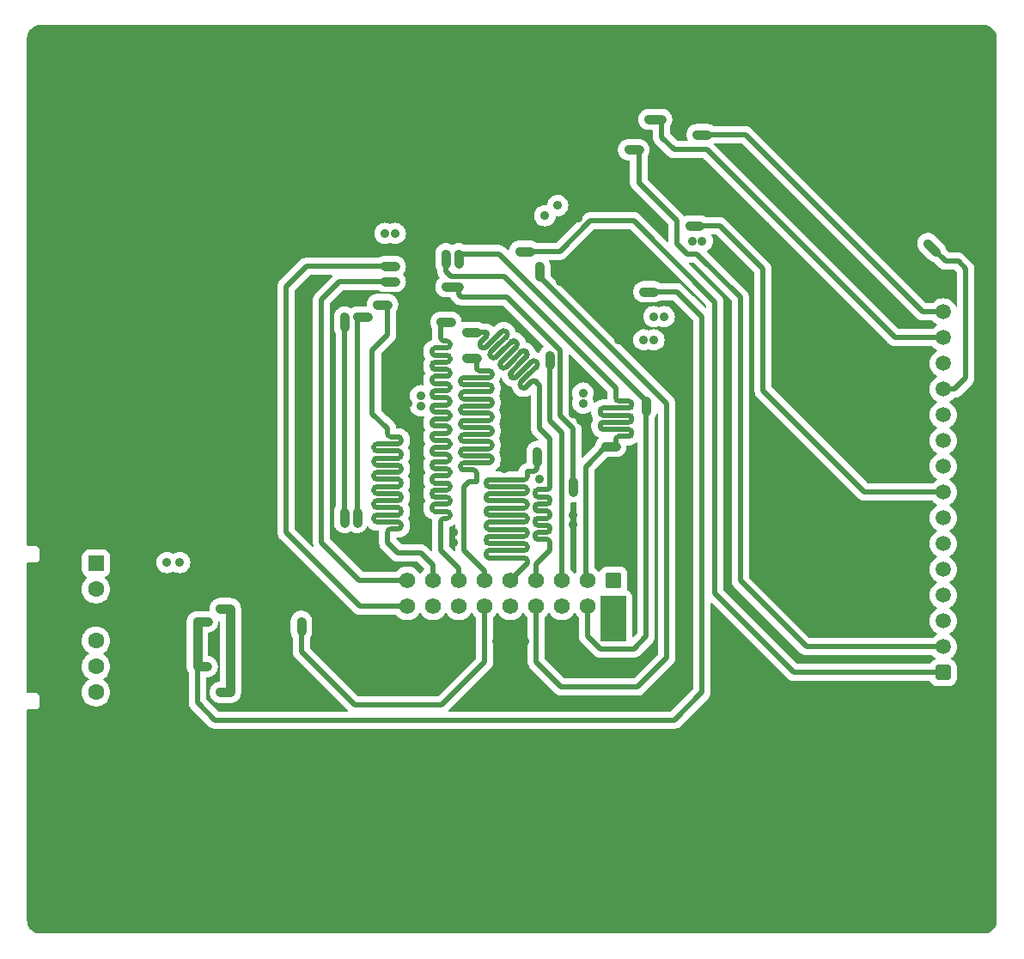
<source format=gbr>
%TF.GenerationSoftware,KiCad,Pcbnew,8.0.8*%
%TF.CreationDate,2025-03-28T17:24:47+01:00*%
%TF.ProjectId,mcu,6d63752e-6b69-4636-9164-5f7063625858,rev?*%
%TF.SameCoordinates,PX47868c0PY8583b00*%
%TF.FileFunction,Copper,L4,Bot*%
%TF.FilePolarity,Positive*%
%FSLAX46Y46*%
G04 Gerber Fmt 4.6, Leading zero omitted, Abs format (unit mm)*
G04 Created by KiCad (PCBNEW 8.0.8) date 2025-03-28 17:24:47*
%MOMM*%
%LPD*%
G01*
G04 APERTURE LIST*
G04 Aperture macros list*
%AMRoundRect*
0 Rectangle with rounded corners*
0 $1 Rounding radius*
0 $2 $3 $4 $5 $6 $7 $8 $9 X,Y pos of 4 corners*
0 Add a 4 corners polygon primitive as box body*
4,1,4,$2,$3,$4,$5,$6,$7,$8,$9,$2,$3,0*
0 Add four circle primitives for the rounded corners*
1,1,$1+$1,$2,$3*
1,1,$1+$1,$4,$5*
1,1,$1+$1,$6,$7*
1,1,$1+$1,$8,$9*
0 Add four rect primitives between the rounded corners*
20,1,$1+$1,$2,$3,$4,$5,0*
20,1,$1+$1,$4,$5,$6,$7,0*
20,1,$1+$1,$6,$7,$8,$9,0*
20,1,$1+$1,$8,$9,$2,$3,0*%
G04 Aperture macros list end*
%TA.AperFunction,ComponentPad*%
%ADD10O,1.900000X1.100000*%
%TD*%
%TA.AperFunction,ComponentPad*%
%ADD11C,1.250000*%
%TD*%
%TA.AperFunction,ComponentPad*%
%ADD12RoundRect,0.250000X-0.552500X0.552500X-0.552500X-0.552500X0.552500X-0.552500X0.552500X0.552500X0*%
%TD*%
%TA.AperFunction,ComponentPad*%
%ADD13C,1.605000*%
%TD*%
%TA.AperFunction,ComponentPad*%
%ADD14RoundRect,0.250000X0.500000X-0.500000X0.500000X0.500000X-0.500000X0.500000X-0.500000X-0.500000X0*%
%TD*%
%TA.AperFunction,ComponentPad*%
%ADD15C,1.500000*%
%TD*%
%TA.AperFunction,ComponentPad*%
%ADD16C,0.800000*%
%TD*%
%TA.AperFunction,ComponentPad*%
%ADD17C,6.400000*%
%TD*%
%TA.AperFunction,ComponentPad*%
%ADD18RoundRect,0.250000X-0.537500X-0.537500X0.537500X-0.537500X0.537500X0.537500X-0.537500X0.537500X0*%
%TD*%
%TA.AperFunction,ComponentPad*%
%ADD19C,1.575000*%
%TD*%
%TA.AperFunction,ViaPad*%
%ADD20C,0.900000*%
%TD*%
%TA.AperFunction,Conductor*%
%ADD21C,0.900000*%
%TD*%
%TA.AperFunction,Conductor*%
%ADD22C,0.500000*%
%TD*%
G04 APERTURE END LIST*
D10*
%TO.P,J3,6,Shield*%
%TO.N,GND*%
X2250000Y63050000D03*
D11*
X4900000Y64050000D03*
X4900000Y69250000D03*
D10*
X2250000Y70250000D03*
%TD*%
D12*
%TO.P,J2,1,1*%
%TO.N,+3V3*%
X7000000Y36700000D03*
D13*
%TO.P,J2,2,2*%
%TO.N,/SWCLK*%
X7000000Y34160000D03*
%TO.P,J2,3,3*%
%TO.N,GND*%
X7000000Y31620000D03*
%TO.P,J2,4,4*%
%TO.N,/SWDIO*%
X7000000Y29080000D03*
%TO.P,J2,5,5*%
%TO.N,/NRST*%
X7000000Y26540000D03*
%TO.P,J2,6,6*%
%TO.N,/TRACE*%
X7000000Y24000000D03*
%TD*%
D14*
%TO.P,J1,1,1*%
%TO.N,/ADC_VBUS*%
X90500000Y25950000D03*
D15*
%TO.P,J1,2,2*%
%TO.N,/FLT{slash}*%
X90500000Y28490000D03*
%TO.P,J1,3,3*%
%TO.N,/CAM_SDA*%
X90500000Y31030000D03*
%TO.P,J1,4,4*%
%TO.N,/CAM_SCL*%
X90500000Y33570000D03*
%TO.P,J1,5,5*%
%TO.N,/INT_N*%
X90500000Y36110000D03*
%TO.P,J1,6,6*%
%TO.N,/CC1*%
X90500000Y38650000D03*
%TO.P,J1,7,7*%
%TO.N,/CC2*%
X90500000Y41190000D03*
%TO.P,J1,8,8*%
%TO.N,/NTC_2+*%
X90500000Y43730000D03*
%TO.P,J1,9,9*%
%TO.N,+3V3*%
X90500000Y46270000D03*
%TO.P,J1,10,10*%
%TO.N,/nSEL*%
X90500000Y48810000D03*
%TO.P,J1,11,11*%
%TO.N,/SDI*%
X90500000Y51350000D03*
%TO.P,J1,12,12*%
%TO.N,/SDO*%
X90500000Y53890000D03*
%TO.P,J1,13,13*%
%TO.N,/SCLK*%
X90500000Y56430000D03*
%TO.P,J1,14,14*%
%TO.N,/nIRQ*%
X90500000Y58970000D03*
%TO.P,J1,15,15*%
%TO.N,/COMMAND_DONE*%
X90500000Y61510000D03*
%TO.P,J1,16,16*%
%TO.N,GND*%
X90500000Y64050000D03*
%TD*%
D16*
%TO.P,H2,1,1*%
%TO.N,GND*%
X88100000Y84500000D03*
X88802944Y86197056D03*
X88802944Y82802944D03*
X90500000Y86900000D03*
D17*
X90500000Y84500000D03*
D16*
X90500000Y82100000D03*
X92197056Y86197056D03*
X92197056Y82802944D03*
X92900000Y84500000D03*
%TD*%
%TO.P,H1,1,1*%
%TO.N,GND*%
X3100000Y84500000D03*
X3802944Y86197056D03*
X3802944Y82802944D03*
X5500000Y86900000D03*
D17*
X5500000Y84500000D03*
D16*
X5500000Y82100000D03*
X7197056Y86197056D03*
X7197056Y82802944D03*
X7900000Y84500000D03*
%TD*%
%TO.P,H3,1,1*%
%TO.N,GND*%
X88100000Y5500000D03*
X88802944Y7197056D03*
X88802944Y3802944D03*
X90500000Y7900000D03*
D17*
X90500000Y5500000D03*
D16*
X90500000Y3100000D03*
X92197056Y7197056D03*
X92197056Y3802944D03*
X92900000Y5500000D03*
%TD*%
%TO.P,H4,1,1*%
%TO.N,GND*%
X3100000Y5500000D03*
X3802944Y7197056D03*
X3802944Y3802944D03*
X5500000Y7900000D03*
D17*
X5500000Y5500000D03*
D16*
X5500000Y3100000D03*
X7197056Y7197056D03*
X7197056Y3802944D03*
X7900000Y5500000D03*
%TD*%
D18*
%TO.P,J4,1,1*%
%TO.N,/3V3*%
X58000000Y35040000D03*
D19*
%TO.P,J4,2,2*%
%TO.N,+3V3*%
X58000000Y32500000D03*
%TO.P,J4,3,3*%
%TO.N,/CAM_SDA*%
X55460000Y35040000D03*
%TO.P,J4,4,4*%
%TO.N,/CAM_SCL*%
X55460000Y32500000D03*
%TO.P,J4,5,5*%
%TO.N,/HS*%
X52920000Y35040000D03*
%TO.P,J4,6,6*%
%TO.N,/VS*%
X52920000Y32500000D03*
%TO.P,J4,7,7*%
%TO.N,/MCLK*%
X50380000Y35040000D03*
%TO.P,J4,8,8*%
%TO.N,/PCLK*%
X50380000Y32500000D03*
%TO.P,J4,9,9*%
%TO.N,/D6*%
X47840000Y35040000D03*
%TO.P,J4,10,10*%
%TO.N,/D7*%
X47840000Y32500000D03*
%TO.P,J4,11,11*%
%TO.N,/D4*%
X45300000Y35040000D03*
%TO.P,J4,12,12*%
%TO.N,/D5*%
X45300000Y32500000D03*
%TO.P,J4,13,13*%
%TO.N,/D2*%
X42760000Y35040000D03*
%TO.P,J4,14,14*%
%TO.N,/D3*%
X42760000Y32500000D03*
%TO.P,J4,15,15*%
%TO.N,/D0*%
X40220000Y35040000D03*
%TO.P,J4,16,16*%
%TO.N,/D1*%
X40220000Y32500000D03*
%TO.P,J4,17,17*%
%TO.N,/PWDN*%
X37680000Y35040000D03*
%TO.P,J4,18,18*%
%TO.N,/RST*%
X37680000Y32500000D03*
%TD*%
D20*
%TO.N,GND*%
X73000000Y70000000D03*
X63500000Y1500000D03*
X48250000Y52000000D03*
X79500000Y27250000D03*
X87750000Y40000000D03*
X1500000Y8750000D03*
X54500000Y71750000D03*
X27500000Y48250000D03*
X57000000Y40500000D03*
X1500000Y30500000D03*
X46500000Y29000000D03*
X10500000Y43500000D03*
X79000000Y1500000D03*
X71250000Y88500000D03*
X24750000Y1500000D03*
X95000000Y66750000D03*
X95000000Y52250000D03*
X11750000Y43500000D03*
X20000000Y60000000D03*
X47250000Y46000000D03*
X65000000Y74250000D03*
X54000000Y51500000D03*
X54500000Y70750000D03*
X55750000Y1500000D03*
X32500000Y67500000D03*
X38750000Y48250000D03*
X38750000Y40750000D03*
X52750000Y65500000D03*
X43500000Y61250000D03*
X41500000Y62500000D03*
X64250000Y58750000D03*
X54000000Y40500000D03*
X79500000Y42500000D03*
X87750000Y60250000D03*
X19000000Y64250000D03*
X86750000Y1500000D03*
X1500000Y81250000D03*
X58500000Y58730000D03*
X49250000Y29000000D03*
X1500000Y74000000D03*
X1500000Y59500000D03*
X86750000Y88500000D03*
X28500000Y22750000D03*
X87750000Y47500000D03*
X48000000Y88500000D03*
X71250000Y1500000D03*
X57000000Y68250000D03*
X70000000Y77500000D03*
X95000000Y59500000D03*
X40250000Y88500000D03*
X49250000Y26500000D03*
X27500000Y55000000D03*
X94500000Y74000000D03*
X76500000Y70000000D03*
X94500000Y30500000D03*
X79500000Y32250000D03*
X42250000Y38750000D03*
X75000000Y80000000D03*
X79500000Y55750000D03*
X27500000Y57750000D03*
X16500000Y68250000D03*
X94500000Y45000000D03*
X57000000Y41500000D03*
X31750000Y30000000D03*
X9250000Y66950000D03*
X48250000Y50750000D03*
X61000000Y65000000D03*
X21250000Y57500000D03*
X25000000Y22750000D03*
X79500000Y38750000D03*
X94500000Y23250000D03*
X42250000Y39750000D03*
X17000000Y1500000D03*
X17000000Y88500000D03*
X87750000Y65750000D03*
X2500000Y37750000D03*
X50750000Y45000000D03*
X94500000Y37750000D03*
X38750000Y41750000D03*
X1500000Y52250000D03*
X1500000Y45000000D03*
X54000000Y41500000D03*
X48000000Y1500000D03*
X36250000Y52500000D03*
X66250000Y74250000D03*
X87750000Y37250000D03*
X27500000Y62000000D03*
X87750000Y32250000D03*
X54250000Y29000000D03*
X46500000Y26500000D03*
X87750000Y34750000D03*
X57000000Y69250000D03*
X72500000Y82500000D03*
X48000000Y46750000D03*
X94500000Y8750000D03*
X52750000Y64500000D03*
X20000000Y62250000D03*
X87750000Y27250000D03*
X87750000Y54000000D03*
X40750000Y71250000D03*
X41250000Y27500000D03*
X83000000Y64250000D03*
X9250000Y88500000D03*
X79500000Y49750000D03*
X8250000Y66950000D03*
X79500000Y29750000D03*
X44500000Y61250000D03*
X28500000Y64500000D03*
X55750000Y88500000D03*
X10000000Y31620000D03*
X23250000Y55750000D03*
X72750000Y75250000D03*
X94500000Y16000000D03*
X22500000Y65000000D03*
X58000000Y40500000D03*
X24750000Y88500000D03*
X79000000Y88500000D03*
X32500000Y1500000D03*
X16500000Y65500000D03*
X54750000Y50750000D03*
X77500000Y77500000D03*
X64250000Y55000000D03*
X31750000Y27500000D03*
X39750000Y71250000D03*
X62000000Y65000000D03*
X37750000Y52500000D03*
X79500000Y35500000D03*
X9250000Y1500000D03*
X44000000Y29000000D03*
X27500000Y61000000D03*
X1500000Y66750000D03*
X25000000Y25750000D03*
X87750000Y29750000D03*
X1500000Y88500000D03*
X1500000Y16000000D03*
X80000000Y75000000D03*
X11000000Y31620000D03*
X27500000Y67500000D03*
X94500000Y1500000D03*
X32500000Y88500000D03*
X75250000Y72750000D03*
X20000000Y67500000D03*
X94500000Y88500000D03*
X40250000Y1500000D03*
X63500000Y88500000D03*
X1500000Y1500000D03*
X23500000Y62500000D03*
X2500000Y23250000D03*
X27500000Y45000000D03*
X59500000Y58730000D03*
X94500000Y81250000D03*
%TO.N,+3V3*%
X63000000Y61046000D03*
X14000000Y36800000D03*
X39000000Y52250000D03*
X51250000Y71000000D03*
X52500000Y72000000D03*
X65750000Y68500000D03*
X35500000Y69250000D03*
X62000000Y61046000D03*
X55000000Y52500000D03*
X15250000Y36800000D03*
X55000000Y53500000D03*
X66750000Y68500000D03*
X36500000Y69250000D03*
X62000000Y58750000D03*
X39000000Y53250000D03*
X61000000Y58750000D03*
X57250000Y29750000D03*
X58500000Y29750000D03*
%TO.N,/NRST*%
X18000000Y30950000D03*
X17000000Y26540000D03*
X62000000Y63500000D03*
X17000000Y30950000D03*
X17960000Y26540000D03*
X61000000Y63500000D03*
%TO.N,/TRACE*%
X19250000Y32250000D03*
X20250000Y32250000D03*
X19250000Y24000000D03*
X20250000Y24000000D03*
%TO.N,/D4*%
X43500000Y57000000D03*
X44500000Y57000000D03*
%TO.N,/D1*%
X32750000Y41750000D03*
X32750000Y61000000D03*
X32750000Y40750000D03*
X33750000Y61000000D03*
%TO.N,/D3*%
X31500000Y60000000D03*
X31500000Y40750000D03*
X31500000Y41750000D03*
X31500000Y61000000D03*
%TO.N,/D0*%
X35750000Y62250000D03*
X34750000Y62250000D03*
%TO.N,/FLT{slash}*%
X60500000Y77500000D03*
X59500000Y77500000D03*
%TO.N,/D5*%
X27250000Y30000000D03*
X27250000Y31000000D03*
%TO.N,/CAM_SCL*%
X42750000Y67250000D03*
X61250000Y52750000D03*
X61250000Y51750000D03*
X42750000Y66250000D03*
%TO.N,/MCLK*%
X44500000Y59500000D03*
X43500000Y59500000D03*
%TO.N,/D2*%
X42000000Y60500000D03*
X41000000Y60500000D03*
%TO.N,/COMMAND_DONE*%
X66250000Y79000000D03*
X67250000Y79000000D03*
%TO.N,/PWDN*%
X35500000Y64500000D03*
X36500000Y64500000D03*
%TO.N,/D6*%
X50500000Y47750000D03*
X50500000Y46750000D03*
%TO.N,/PCLK*%
X50750000Y65000000D03*
X50750000Y66000000D03*
%TO.N,/SDO*%
X89000000Y68250000D03*
X89750000Y67500000D03*
%TO.N,/RST*%
X36500000Y66000000D03*
X35500000Y66000000D03*
%TO.N,/ADC_VBUS*%
X49750000Y67500000D03*
X48750000Y67500000D03*
%TO.N,/CAM_SDA*%
X58250000Y48250000D03*
X41500000Y66250000D03*
X57249997Y48250000D03*
X41500000Y67250000D03*
%TO.N,/NTC_2+*%
X66500000Y70000000D03*
X65500000Y70000000D03*
%TO.N,/nIRQ*%
X62750000Y80500000D03*
X61500000Y80500000D03*
%TO.N,/HS*%
X51750000Y57250000D03*
X51750000Y56250000D03*
%TO.N,/CAM_3V3*%
X54000000Y44750000D03*
X41500000Y64000000D03*
X42750000Y64000000D03*
X54000000Y43750000D03*
%TD*%
D21*
%TO.N,/PCLK*%
X50750000Y66000000D02*
X50750000Y65000000D01*
%TO.N,/NRST*%
X62000000Y63500000D02*
X61000000Y63500000D01*
D22*
X66750000Y24000000D02*
X66750000Y61000000D01*
X18750000Y21250000D02*
X64000000Y21250000D01*
X66750000Y61000000D02*
X64250000Y63500000D01*
X17000000Y26540000D02*
X17000000Y23000000D01*
D21*
X17960000Y26540000D02*
X17000000Y26540000D01*
D22*
X64000000Y21250000D02*
X66750000Y24000000D01*
D21*
X17000000Y30950000D02*
X17000000Y26540000D01*
X17000000Y30950000D02*
X18000000Y30950000D01*
D22*
X17000000Y23000000D02*
X18750000Y21250000D01*
X64250000Y63500000D02*
X62000000Y63500000D01*
D21*
%TO.N,/TRACE*%
X20250000Y32250000D02*
X19250000Y32250000D01*
X19250000Y24000000D02*
X20250000Y24000000D01*
X20250000Y32250000D02*
X20250000Y24000000D01*
D22*
%TO.N,/D4*%
X44500000Y53620000D02*
X43237500Y53620000D01*
X46042500Y49840000D02*
X46042500Y49700000D01*
X44500000Y54320000D02*
X45762500Y54320000D01*
X43237500Y52920000D02*
X44500000Y52920000D01*
X44500000Y45640000D02*
X44500000Y45500000D01*
X44500000Y47320000D02*
X45762500Y47320000D01*
X45762500Y48020000D02*
X44500000Y48020000D01*
X42957500Y47740000D02*
X42957500Y47600000D01*
X46042500Y52640000D02*
X46042500Y52500000D01*
X46042500Y51240000D02*
X46042500Y51100000D01*
X44500000Y51520000D02*
X45762500Y51520000D01*
X43237500Y45920000D02*
X44220000Y45920000D01*
X43237500Y47320000D02*
X44500000Y47320000D01*
X44500000Y52220000D02*
X43237500Y52220000D01*
X42957500Y49140000D02*
X42957500Y49000000D01*
X43237500Y51520000D02*
X44500000Y51520000D01*
X42957500Y53340000D02*
X42957500Y53200000D01*
X42957500Y51940000D02*
X42957500Y51800000D01*
X42957500Y54740000D02*
X42957500Y54600000D01*
X46042500Y47040000D02*
X46042500Y46900000D01*
X45762500Y46620000D02*
X44500000Y46620000D01*
X44500000Y50120000D02*
X45762500Y50120000D01*
X44500000Y55020000D02*
X43237500Y55020000D01*
X45762500Y50820000D02*
X44500000Y50820000D01*
X44500000Y48020000D02*
X43237500Y48020000D01*
D21*
X43500000Y57000000D02*
X44500000Y57000000D01*
D22*
X44500000Y45500000D02*
X44500000Y44750000D01*
X45762500Y53620000D02*
X44500000Y53620000D01*
X46042500Y48440000D02*
X46042500Y48300000D01*
X44500000Y44750000D02*
X43750000Y44750000D01*
X42957500Y50540000D02*
X42957500Y50400000D01*
X43250000Y38000000D02*
X45300000Y35950000D01*
X45250000Y35090000D02*
X45300000Y35040000D01*
X45300000Y35950000D02*
X45300000Y35040000D01*
X45762500Y55020000D02*
X44780000Y55020000D01*
X46042500Y55440000D02*
X46042500Y55300000D01*
X43237500Y54320000D02*
X44500000Y54320000D01*
X45762500Y49420000D02*
X44500000Y49420000D01*
X43237500Y50120000D02*
X44500000Y50120000D01*
X45762500Y52220000D02*
X44500000Y52220000D01*
X44500000Y48720000D02*
X45762500Y48720000D01*
X44500000Y57000000D02*
X44500000Y56000000D01*
X42957500Y46340000D02*
X42957500Y46200000D01*
X44500000Y50820000D02*
X43237500Y50820000D01*
X44500000Y46620000D02*
X44220000Y46620000D01*
X43250000Y44250000D02*
X43250000Y38000000D01*
X44220000Y46620000D02*
X43237500Y46620000D01*
X46042500Y54040000D02*
X46042500Y53900000D01*
X43237500Y48720000D02*
X44500000Y48720000D01*
X43750000Y44750000D02*
X43250000Y44250000D01*
X44500000Y49420000D02*
X43237500Y49420000D01*
X44780000Y55020000D02*
X44500000Y55020000D01*
X44500000Y52920000D02*
X45762500Y52920000D01*
X44780000Y55720000D02*
X45762500Y55720000D01*
X42957500Y46200000D02*
G75*
G03*
X43237500Y45920000I280000J0D01*
G01*
X44500000Y56000000D02*
G75*
G03*
X44780000Y55720000I280000J0D01*
G01*
X45762500Y55720000D02*
G75*
G02*
X46042500Y55440000I0J-280000D01*
G01*
X45762500Y48720000D02*
G75*
G02*
X46042500Y48440000I0J-280000D01*
G01*
X46042500Y48300000D02*
G75*
G02*
X45762500Y48020000I-280000J0D01*
G01*
X42957500Y53200000D02*
G75*
G03*
X43237500Y52920000I280000J0D01*
G01*
X43237500Y49420000D02*
G75*
G03*
X42957500Y49140000I0J-280000D01*
G01*
X45762500Y50120000D02*
G75*
G02*
X46042500Y49840000I0J-280000D01*
G01*
X43237500Y46620000D02*
G75*
G03*
X42957500Y46340000I0J-280000D01*
G01*
X45762500Y47320000D02*
G75*
G02*
X46042500Y47040000I0J-280000D01*
G01*
X45762500Y54320000D02*
G75*
G02*
X46042500Y54040000I0J-280000D01*
G01*
X43237500Y55020000D02*
G75*
G03*
X42957500Y54740000I0J-280000D01*
G01*
X46042500Y52500000D02*
G75*
G02*
X45762500Y52220000I-280000J0D01*
G01*
X43237500Y48020000D02*
G75*
G03*
X42957500Y47740000I0J-280000D01*
G01*
X42957500Y51800000D02*
G75*
G03*
X43237500Y51520000I280000J0D01*
G01*
X46042500Y46900000D02*
G75*
G02*
X45762500Y46620000I-280000J0D01*
G01*
X46042500Y51100000D02*
G75*
G02*
X45762500Y50820000I-280000J0D01*
G01*
X44220000Y45920000D02*
G75*
G02*
X44500000Y45640000I0J-280000D01*
G01*
X43237500Y50820000D02*
G75*
G03*
X42957500Y50540000I0J-280000D01*
G01*
X43237500Y53620000D02*
G75*
G03*
X42957500Y53340000I0J-280000D01*
G01*
X42957500Y49000000D02*
G75*
G03*
X43237500Y48720000I280000J0D01*
G01*
X42957500Y54600000D02*
G75*
G03*
X43237500Y54320000I280000J0D01*
G01*
X46042500Y55300000D02*
G75*
G02*
X45762500Y55020000I-280000J0D01*
G01*
X42957500Y47600000D02*
G75*
G03*
X43237500Y47320000I280000J0D01*
G01*
X43237500Y52220000D02*
G75*
G03*
X42957500Y51940000I0J-280000D01*
G01*
X45762500Y52920000D02*
G75*
G02*
X46042500Y52640000I0J-280000D01*
G01*
X46042500Y49700000D02*
G75*
G02*
X45762500Y49420000I-280000J0D01*
G01*
X45762500Y51520000D02*
G75*
G02*
X46042500Y51240000I0J-280000D01*
G01*
X46042500Y53900000D02*
G75*
G02*
X45762500Y53620000I-280000J0D01*
G01*
X42957500Y50400000D02*
G75*
G03*
X43237500Y50120000I280000J0D01*
G01*
%TO.N,/D1*%
X32750000Y41750000D02*
X32750000Y61000000D01*
D21*
X32750000Y41750000D02*
X32750000Y40750000D01*
X33750000Y61000000D02*
X32750000Y61000000D01*
%TO.N,/D3*%
X31500000Y41750000D02*
X31500000Y40750000D01*
X31500000Y61000000D02*
X31500000Y60000000D01*
D22*
X31500000Y60000000D02*
X31500000Y41750000D01*
%TO.N,/D0*%
X37083800Y40517396D02*
X37083800Y40377396D01*
X35750000Y50000000D02*
X35750000Y49477396D01*
X35750000Y43597396D02*
X36803800Y43597396D01*
X34416200Y48217396D02*
X34416200Y48077396D01*
X40220000Y36530000D02*
X40220000Y35040000D01*
X34416200Y42617396D02*
X34416200Y42477396D01*
X37083800Y44717396D02*
X37083800Y44577396D01*
X39000000Y37750000D02*
X40220000Y36530000D01*
X34696200Y47797396D02*
X35750000Y47797396D01*
X37083800Y43317396D02*
X37083800Y43177396D01*
X34416200Y41217396D02*
X34416200Y41077396D01*
X35750000Y42897396D02*
X34696200Y42897396D01*
X36803800Y41497396D02*
X35750000Y41497396D01*
X34416200Y44017396D02*
X34416200Y43877396D01*
X35750000Y44297396D02*
X34696200Y44297396D01*
X36750000Y37750000D02*
X39000000Y37750000D01*
X36030000Y40797396D02*
X36803800Y40797396D01*
X36030000Y49197396D02*
X36803800Y49197396D01*
X36803800Y48497396D02*
X36030000Y48497396D01*
X35750000Y39677396D02*
X35750000Y38877011D01*
X34696200Y40797396D02*
X35750000Y40797396D01*
X35750000Y46397396D02*
X36803800Y46397396D01*
X35750000Y48497396D02*
X34696200Y48497396D01*
X35750000Y42197396D02*
X36803800Y42197396D01*
X35750000Y40797396D02*
X36030000Y40797396D01*
X35750000Y44997396D02*
X36803800Y44997396D01*
X36030000Y48497396D02*
X35750000Y48497396D01*
X37083800Y46117396D02*
X37083800Y45977396D01*
X36803800Y42897396D02*
X35750000Y42897396D01*
X35750000Y59250000D02*
X34250000Y57750000D01*
X35750000Y45697396D02*
X34696200Y45697396D01*
X34416200Y46817396D02*
X34416200Y46677396D01*
X36803800Y40097396D02*
X36030000Y40097396D01*
X34250000Y57750000D02*
X34250000Y51500000D01*
X35750000Y38877011D02*
X35750000Y38750000D01*
X34250000Y51500000D02*
X35750000Y50000000D01*
X37083800Y48917396D02*
X37083800Y48777396D01*
X35750000Y41497396D02*
X34696200Y41497396D01*
X35750000Y38750000D02*
X36750000Y37750000D01*
X36803800Y47097396D02*
X35750000Y47097396D01*
X37083800Y47517396D02*
X37083800Y47377396D01*
X35750000Y47097396D02*
X34696200Y47097396D01*
X34696200Y42197396D02*
X35750000Y42197396D01*
X35750000Y62250000D02*
X35750000Y59250000D01*
X37083800Y41917396D02*
X37083800Y41777396D01*
X34416200Y45417396D02*
X34416200Y45277396D01*
X34696200Y46397396D02*
X35750000Y46397396D01*
X36803800Y44297396D02*
X35750000Y44297396D01*
D21*
X34750000Y62250000D02*
X35750000Y62250000D01*
D22*
X34696200Y43597396D02*
X35750000Y43597396D01*
X34696200Y44997396D02*
X35750000Y44997396D01*
X35750000Y47797396D02*
X36803800Y47797396D01*
X36803800Y45697396D02*
X35750000Y45697396D01*
X35750000Y39817396D02*
X35750000Y39677396D01*
X34696200Y44297396D02*
G75*
G03*
X34416204Y44017396I0J-279996D01*
G01*
X37083800Y40377396D02*
G75*
G02*
X36803800Y40097400I-280000J4D01*
G01*
X35750000Y49477396D02*
G75*
G03*
X36030000Y49197400I280000J4D01*
G01*
X34416200Y41077396D02*
G75*
G03*
X34696200Y40797400I280000J4D01*
G01*
X34696200Y47097396D02*
G75*
G03*
X34416204Y46817396I0J-279996D01*
G01*
X37083800Y48777396D02*
G75*
G02*
X36803800Y48497400I-280000J4D01*
G01*
X34696200Y45697396D02*
G75*
G03*
X34416204Y45417396I0J-279996D01*
G01*
X34696200Y41497396D02*
G75*
G03*
X34416204Y41217396I0J-279996D01*
G01*
X37083800Y45977396D02*
G75*
G02*
X36803800Y45697400I-280000J4D01*
G01*
X36803800Y46397396D02*
G75*
G02*
X37083796Y46117396I0J-279996D01*
G01*
X37083800Y43177396D02*
G75*
G02*
X36803800Y42897400I-280000J4D01*
G01*
X34416200Y42477396D02*
G75*
G03*
X34696200Y42197400I280000J4D01*
G01*
X36803800Y47797396D02*
G75*
G02*
X37083796Y47517396I0J-279996D01*
G01*
X36803800Y49197396D02*
G75*
G02*
X37083796Y48917396I0J-279996D01*
G01*
X37083800Y44577396D02*
G75*
G02*
X36803800Y44297400I-280000J4D01*
G01*
X34696200Y48497396D02*
G75*
G03*
X34416204Y48217396I0J-279996D01*
G01*
X36803800Y40797396D02*
G75*
G02*
X37083796Y40517396I0J-279996D01*
G01*
X36803800Y44997396D02*
G75*
G02*
X37083796Y44717396I0J-279996D01*
G01*
X34696200Y42897396D02*
G75*
G03*
X34416204Y42617396I0J-279996D01*
G01*
X36030000Y40097396D02*
G75*
G03*
X35750004Y39817396I0J-279996D01*
G01*
X34416200Y45277396D02*
G75*
G03*
X34696200Y44997400I280000J4D01*
G01*
X34416200Y46677396D02*
G75*
G03*
X34696200Y46397400I280000J4D01*
G01*
X37083800Y41777396D02*
G75*
G02*
X36803800Y41497400I-280000J4D01*
G01*
X36803800Y43597396D02*
G75*
G02*
X37083796Y43317396I0J-279996D01*
G01*
X34416200Y43877396D02*
G75*
G03*
X34696200Y43597400I280000J4D01*
G01*
X37083800Y47377396D02*
G75*
G02*
X36803800Y47097400I-280000J4D01*
G01*
X36803800Y42197396D02*
G75*
G02*
X37083796Y41917396I0J-279996D01*
G01*
X34416200Y48077396D02*
G75*
G03*
X34696200Y47797400I280000J4D01*
G01*
%TO.N,/FLT{slash}*%
X60500000Y74250000D02*
X64250000Y70500000D01*
X60500000Y77500000D02*
X60500000Y74250000D01*
X64250000Y70500000D02*
X64250000Y68250000D01*
X77010000Y28490000D02*
X90500000Y28490000D01*
X65250000Y67250000D02*
X66250000Y67250000D01*
X66250000Y67250000D02*
X70500000Y63000000D01*
X70500000Y35000000D02*
X77010000Y28490000D01*
D21*
X59500000Y77500000D02*
X60500000Y77500000D01*
D22*
X64250000Y68250000D02*
X65250000Y67250000D01*
X70500000Y63000000D02*
X70500000Y35000000D01*
D21*
%TO.N,/D5*%
X27250000Y31000000D02*
X27250000Y30000000D01*
D22*
X41062500Y22750000D02*
X45300000Y26987500D01*
X45300000Y26987500D02*
X45300000Y32500000D01*
X27250000Y30000000D02*
X27250000Y28000000D01*
X27250000Y28000000D02*
X32500000Y22750000D01*
X32500000Y22750000D02*
X41062500Y22750000D01*
%TO.N,/CAM_SCL*%
X55460000Y29540000D02*
X55460000Y32500000D01*
X60000000Y28250000D02*
X56750000Y28250000D01*
D21*
X61250000Y52750000D02*
X61250000Y51750000D01*
D22*
X61250000Y52750000D02*
X46750000Y67250000D01*
X61250000Y29500000D02*
X60000000Y28250000D01*
D21*
X42750000Y67250000D02*
X42750000Y66250000D01*
D22*
X46750000Y67250000D02*
X42750000Y67250000D01*
X56750000Y28250000D02*
X55460000Y29540000D01*
X61250000Y51750000D02*
X61250000Y29500000D01*
%TO.N,/MCLK*%
X46192963Y58807038D02*
X46192963Y58807037D01*
X46192963Y58807037D02*
X46977850Y59591927D01*
X45903047Y57131196D02*
X46002041Y57032202D01*
D21*
X44500000Y59500000D02*
X43500000Y59500000D01*
D22*
X47387967Y56042256D02*
X48172855Y56827145D01*
X50449733Y54550267D02*
X50750000Y54250000D01*
X50750000Y54250000D02*
X50750000Y53992536D01*
X50270000Y40890000D02*
X50270000Y40750000D01*
X49459784Y55144237D02*
X48872885Y54557338D01*
X50750000Y50000000D02*
X51750000Y49000000D01*
X51470000Y43970000D02*
X50550000Y43970000D01*
X47677882Y57322118D02*
X46892993Y56537230D01*
X50550000Y43270000D02*
X51470000Y43270000D01*
X51750000Y38000000D02*
X50380000Y36630000D01*
X48667828Y56332172D02*
X47882939Y55547284D01*
X51750000Y38650000D02*
X51750000Y38126300D01*
X49162801Y55837199D02*
X49947688Y56622089D01*
X51750000Y49000000D02*
X51750000Y44250000D01*
X48872885Y54161358D02*
X48971879Y54062364D01*
X47472826Y59096951D02*
X46687936Y58312064D01*
X51750000Y41590000D02*
X51750000Y41450000D01*
X50550000Y40470000D02*
X51470000Y40470000D01*
X51750000Y38126300D02*
X51750000Y38000000D01*
X47182909Y57817091D02*
X47967796Y58601981D01*
X48363778Y58601979D02*
X48462772Y58502985D01*
X46892993Y56141250D02*
X46991987Y56042256D01*
X51750000Y42990000D02*
X51750000Y42850000D01*
X51470000Y41170000D02*
X50550000Y41170000D01*
X50442664Y56127113D02*
X49657774Y55342226D01*
X51750000Y38790000D02*
X51750000Y38650000D01*
X48377913Y55052310D02*
X49162801Y55837199D01*
X47882939Y55151304D02*
X47981933Y55052310D01*
X48462772Y58107005D02*
X47677882Y57322118D01*
X50550000Y39070000D02*
X51470000Y39070000D01*
X50270000Y39490000D02*
X50270000Y39350000D01*
X51750000Y40190000D02*
X51750000Y40050000D01*
X51470000Y39770000D02*
X50550000Y39770000D01*
X50343670Y56622087D02*
X50442664Y56523093D01*
X49657774Y55342226D02*
X49459784Y55144237D01*
X50750000Y53992536D02*
X50750000Y50000000D01*
X46398021Y57032202D02*
X47182909Y57817091D01*
X49367859Y54062364D02*
X49954757Y54649263D01*
X51470000Y42570000D02*
X50550000Y42570000D01*
X50270000Y43690000D02*
X50270000Y43550000D01*
X45994973Y58609048D02*
X46192963Y58807038D01*
X44913101Y58121143D02*
X45012095Y58022149D01*
X50380000Y36630000D02*
X50380000Y35040000D01*
X47373832Y59591925D02*
X47472826Y59492931D01*
X45408075Y58022149D02*
X45994973Y58609048D01*
X49452718Y57117059D02*
X48667828Y56332172D01*
X46687936Y58312064D02*
X45903047Y57527176D01*
X48172855Y56827145D02*
X48957742Y57612035D01*
X44500000Y59500000D02*
X45500000Y59500000D01*
X50350737Y54649263D02*
X50449733Y54550267D01*
X45500000Y59104021D02*
X44913101Y58517123D01*
X50550000Y41870000D02*
X51470000Y41870000D01*
X50270000Y42290000D02*
X50270000Y42150000D01*
X49353724Y57612033D02*
X49452718Y57513039D01*
X46991987Y56042256D02*
G75*
G03*
X47387967Y56042256I197990J197990D01*
G01*
X46977850Y59591927D02*
G75*
G02*
X47373792Y59591885I197950J-198027D01*
G01*
X51750000Y41450000D02*
G75*
G02*
X51470000Y41170000I-280000J0D01*
G01*
X50270000Y42150000D02*
G75*
G03*
X50550000Y41870000I280000J0D01*
G01*
X48872885Y54557338D02*
G75*
G03*
X48872837Y54161310I198015J-198038D01*
G01*
X51470000Y40470000D02*
G75*
G02*
X51750000Y40190000I0J-280000D01*
G01*
X50270000Y39350000D02*
G75*
G03*
X50550000Y39070000I280000J0D01*
G01*
X46002041Y57032202D02*
G75*
G03*
X46398021Y57032202I197990J197990D01*
G01*
X47981933Y55052310D02*
G75*
G03*
X48377913Y55052310I197990J197990D01*
G01*
X51470000Y39070000D02*
G75*
G02*
X51750000Y38790000I0J-280000D01*
G01*
X45012095Y58022149D02*
G75*
G03*
X45408075Y58022149I197990J197990D01*
G01*
X50550000Y41170000D02*
G75*
G03*
X50270000Y40890000I0J-280000D01*
G01*
X49947688Y56622089D02*
G75*
G02*
X50343692Y56622109I198012J-197989D01*
G01*
X49954757Y54649263D02*
G75*
G02*
X50350737Y54649263I197990J-197990D01*
G01*
X51750000Y40050000D02*
G75*
G02*
X51470000Y39770000I-280000J0D01*
G01*
X50270000Y43550000D02*
G75*
G03*
X50550000Y43270000I280000J0D01*
G01*
X50550000Y43970000D02*
G75*
G03*
X50270000Y43690000I0J-280000D01*
G01*
X47472826Y59492931D02*
G75*
G02*
X47472867Y59096910I-198026J-198031D01*
G01*
X48957742Y57612035D02*
G75*
G02*
X49353692Y57612001I197958J-198035D01*
G01*
X46892993Y56537230D02*
G75*
G03*
X46892953Y56141210I198007J-198030D01*
G01*
X51750000Y42850000D02*
G75*
G02*
X51470000Y42570000I-280000J0D01*
G01*
X50550000Y39770000D02*
G75*
G03*
X50270000Y39490000I0J-280000D01*
G01*
X45903047Y57527176D02*
G75*
G03*
X45903061Y57131210I197953J-197976D01*
G01*
X49452718Y57513039D02*
G75*
G02*
X49452767Y57117010I-198018J-198039D01*
G01*
X51470000Y43270000D02*
G75*
G02*
X51750000Y42990000I0J-280000D01*
G01*
X48462772Y58502985D02*
G75*
G02*
X48462767Y58107010I-197972J-197985D01*
G01*
X50442664Y56523093D02*
G75*
G02*
X50442667Y56127110I-197964J-197993D01*
G01*
X48971879Y54062364D02*
G75*
G03*
X49367859Y54062364I197990J197990D01*
G01*
X50270000Y40750000D02*
G75*
G03*
X50550000Y40470000I280000J0D01*
G01*
X47882939Y55547284D02*
G75*
G03*
X47882945Y55151310I197961J-197984D01*
G01*
X45500000Y59500000D02*
G75*
G02*
X45500011Y59104011I-198000J-198000D01*
G01*
X47967796Y58601981D02*
G75*
G02*
X48363792Y58601993I198004J-197981D01*
G01*
X51750000Y44250000D02*
G75*
G02*
X51470000Y43970000I-280000J0D01*
G01*
X50550000Y42570000D02*
G75*
G03*
X50270000Y42290000I0J-280000D01*
G01*
X44913101Y58517123D02*
G75*
G03*
X44913068Y58121110I197999J-198023D01*
G01*
X51470000Y41870000D02*
G75*
G02*
X51750000Y41590000I0J-280000D01*
G01*
%TO.N,/D2*%
X41000000Y46043935D02*
X41594100Y46043935D01*
X40125900Y45063935D02*
X40125900Y44923935D01*
X40125900Y50663935D02*
X40125900Y50523935D01*
X41000000Y54443935D02*
X41594100Y54443935D01*
X41280000Y57943935D02*
X41000000Y57943935D01*
X41874100Y51363935D02*
X41874100Y51223935D01*
X41594100Y46743935D02*
X41000000Y46743935D01*
D21*
X41000000Y60500000D02*
X42000000Y60500000D01*
D22*
X40405900Y43243935D02*
X41000000Y43243935D01*
X41000000Y57243935D02*
X41594100Y57243935D01*
X41594100Y53743935D02*
X41000000Y53743935D01*
X40405900Y54443935D02*
X41000000Y54443935D01*
X41594100Y45343935D02*
X41000000Y45343935D01*
X41000000Y60500000D02*
X41000000Y58923935D01*
X41000000Y45343935D02*
X40405900Y45343935D01*
X41000000Y47443935D02*
X41594100Y47443935D01*
X41000000Y51643935D02*
X41594100Y51643935D01*
X41000000Y41843935D02*
X41280000Y41843935D01*
X41874100Y44363935D02*
X41874100Y44223935D01*
X40125900Y49263935D02*
X40125900Y49123935D01*
X41000000Y38000000D02*
X42760000Y36240000D01*
X41594100Y48143935D02*
X41000000Y48143935D01*
X41874100Y52763935D02*
X41874100Y52623935D01*
X41000000Y42543935D02*
X40405900Y42543935D01*
X41874100Y49963935D02*
X41874100Y49823935D01*
X41280000Y41843935D02*
X41594100Y41843935D01*
X41594100Y49543935D02*
X41000000Y49543935D01*
X41874100Y48563935D02*
X41874100Y48423935D01*
X41000000Y49543935D02*
X40405900Y49543935D01*
X41000000Y50243935D02*
X41594100Y50243935D01*
X40125900Y54863935D02*
X40125900Y54723935D01*
X41594100Y41143935D02*
X41280000Y41143935D01*
X41000000Y55843935D02*
X41594100Y55843935D01*
X41000000Y52343935D02*
X40405900Y52343935D01*
X41874100Y54163935D02*
X41874100Y54023935D01*
X41000000Y43943935D02*
X40405900Y43943935D01*
X41000000Y39966875D02*
X41000000Y38000000D01*
X40405900Y47443935D02*
X41000000Y47443935D01*
X41000000Y53043935D02*
X41594100Y53043935D01*
X40405900Y55843935D02*
X41000000Y55843935D01*
X40125900Y47863935D02*
X40125900Y47723935D01*
X41000000Y44643935D02*
X41594100Y44643935D01*
X41000000Y46743935D02*
X40405900Y46743935D01*
X40405900Y41843935D02*
X41000000Y41843935D01*
X41000000Y55143935D02*
X40405900Y55143935D01*
X41594100Y50943935D02*
X41000000Y50943935D01*
X41594100Y52343935D02*
X41000000Y52343935D01*
X40405900Y44643935D02*
X41000000Y44643935D01*
X41874100Y41563935D02*
X41874100Y41423935D01*
X41594100Y42543935D02*
X41000000Y42543935D01*
X40125900Y46463935D02*
X40125900Y46323935D01*
X41594100Y57943935D02*
X41280000Y57943935D01*
X40405900Y53043935D02*
X41000000Y53043935D01*
X40405900Y46043935D02*
X41000000Y46043935D01*
X41874100Y42963935D02*
X41874100Y42823935D01*
X41000000Y48843935D02*
X41594100Y48843935D01*
X41000000Y40723935D02*
X41000000Y39966875D01*
X41874100Y45763935D02*
X41874100Y45623935D01*
X40405900Y51643935D02*
X41000000Y51643935D01*
X41000000Y56543935D02*
X40405900Y56543935D01*
X41000000Y50943935D02*
X40405900Y50943935D01*
X41874100Y58363935D02*
X41874100Y58223935D01*
X40405900Y57243935D02*
X41000000Y57243935D01*
X40125900Y56263935D02*
X40125900Y56123935D01*
X41000000Y57943935D02*
X40405900Y57943935D01*
X41874100Y56963935D02*
X41874100Y56823935D01*
X41280000Y58643935D02*
X41594100Y58643935D01*
X41874100Y47163935D02*
X41874100Y47023935D01*
X41000000Y40863935D02*
X41000000Y40723935D01*
X40125900Y57663935D02*
X40125900Y57523935D01*
X41000000Y43243935D02*
X41594100Y43243935D01*
X41874100Y55563935D02*
X41874100Y55423935D01*
X41000000Y48143935D02*
X40405900Y48143935D01*
X41000000Y53743935D02*
X40405900Y53743935D01*
X40125900Y53463935D02*
X40125900Y53323935D01*
X40125900Y52063935D02*
X40125900Y51923935D01*
X40405900Y48843935D02*
X41000000Y48843935D01*
X42760000Y36240000D02*
X42760000Y35040000D01*
X41594100Y56543935D02*
X41000000Y56543935D01*
X40125900Y42263935D02*
X40125900Y42123935D01*
X41594100Y55143935D02*
X41000000Y55143935D01*
X40405900Y50243935D02*
X41000000Y50243935D01*
X40125900Y43663935D02*
X40125900Y43523935D01*
X41594100Y43943935D02*
X41000000Y43943935D01*
X40405900Y49543935D02*
G75*
G03*
X40125865Y49263935I0J-280035D01*
G01*
X41874100Y47023935D02*
G75*
G02*
X41594100Y46743900I-280000J-35D01*
G01*
X40125900Y42123935D02*
G75*
G03*
X40405900Y41843900I280000J-35D01*
G01*
X40405900Y53743935D02*
G75*
G03*
X40125865Y53463935I0J-280035D01*
G01*
X41594100Y51643935D02*
G75*
G02*
X41874135Y51363935I0J-280035D01*
G01*
X41874100Y58223935D02*
G75*
G02*
X41594100Y57943900I-280000J-35D01*
G01*
X41874100Y54023935D02*
G75*
G02*
X41594100Y53743900I-280000J-35D01*
G01*
X40405900Y48143935D02*
G75*
G03*
X40125865Y47863935I0J-280035D01*
G01*
X40405900Y46743935D02*
G75*
G03*
X40125865Y46463935I0J-280035D01*
G01*
X41594100Y44643935D02*
G75*
G02*
X41874135Y44363935I0J-280035D01*
G01*
X40405900Y55143935D02*
G75*
G03*
X40125865Y54863935I0J-280035D01*
G01*
X41594100Y57243935D02*
G75*
G02*
X41874135Y56963935I0J-280035D01*
G01*
X40125900Y46323935D02*
G75*
G03*
X40405900Y46043900I280000J-35D01*
G01*
X41594100Y50243935D02*
G75*
G02*
X41874135Y49963935I0J-280035D01*
G01*
X40405900Y45343935D02*
G75*
G03*
X40125865Y45063935I0J-280035D01*
G01*
X41000000Y58923935D02*
G75*
G03*
X41280000Y58643900I280000J-35D01*
G01*
X41874100Y55423935D02*
G75*
G02*
X41594100Y55143900I-280000J-35D01*
G01*
X40125900Y54723935D02*
G75*
G03*
X40405900Y54443900I280000J-35D01*
G01*
X41874100Y41423935D02*
G75*
G02*
X41594100Y41143900I-280000J-35D01*
G01*
X41874100Y52623935D02*
G75*
G02*
X41594100Y52343900I-280000J-35D01*
G01*
X40405900Y42543935D02*
G75*
G03*
X40125865Y42263935I0J-280035D01*
G01*
X40125900Y44923935D02*
G75*
G03*
X40405900Y44643900I280000J-35D01*
G01*
X41874100Y49823935D02*
G75*
G02*
X41594100Y49543900I-280000J-35D01*
G01*
X41874100Y45623935D02*
G75*
G02*
X41594100Y45343900I-280000J-35D01*
G01*
X40405900Y56543935D02*
G75*
G03*
X40125865Y56263935I0J-280035D01*
G01*
X40405900Y50943935D02*
G75*
G03*
X40125865Y50663935I0J-280035D01*
G01*
X41280000Y41143935D02*
G75*
G03*
X40999965Y40863935I0J-280035D01*
G01*
X41874100Y42823935D02*
G75*
G02*
X41594100Y42543900I-280000J-35D01*
G01*
X41594100Y47443935D02*
G75*
G02*
X41874135Y47163935I0J-280035D01*
G01*
X40125900Y56123935D02*
G75*
G03*
X40405900Y55843900I280000J-35D01*
G01*
X40405900Y52343935D02*
G75*
G03*
X40125865Y52063935I0J-280035D01*
G01*
X41874100Y44223935D02*
G75*
G02*
X41594100Y43943900I-280000J-35D01*
G01*
X41594100Y53043935D02*
G75*
G02*
X41874135Y52763935I0J-280035D01*
G01*
X41594100Y48843935D02*
G75*
G02*
X41874135Y48563935I0J-280035D01*
G01*
X40125900Y43523935D02*
G75*
G03*
X40405900Y43243900I280000J-35D01*
G01*
X41594100Y54443935D02*
G75*
G02*
X41874135Y54163935I0J-280035D01*
G01*
X40125900Y51923935D02*
G75*
G03*
X40405900Y51643900I280000J-35D01*
G01*
X41594100Y43243935D02*
G75*
G02*
X41874135Y42963935I0J-280035D01*
G01*
X41594100Y58643935D02*
G75*
G02*
X41874135Y58363935I0J-280035D01*
G01*
X40125900Y53323935D02*
G75*
G03*
X40405900Y53043900I280000J-35D01*
G01*
X40125900Y49123935D02*
G75*
G03*
X40405900Y48843900I280000J-35D01*
G01*
X41874100Y51223935D02*
G75*
G02*
X41594100Y50943900I-280000J-35D01*
G01*
X41594100Y41843935D02*
G75*
G02*
X41874135Y41563935I0J-280035D01*
G01*
X41874100Y56823935D02*
G75*
G02*
X41594100Y56543900I-280000J-35D01*
G01*
X40405900Y43943935D02*
G75*
G03*
X40125865Y43663935I0J-280035D01*
G01*
X40125900Y50523935D02*
G75*
G03*
X40405900Y50243900I280000J-35D01*
G01*
X40405900Y57943935D02*
G75*
G03*
X40125865Y57663935I0J-280035D01*
G01*
X40125900Y57523935D02*
G75*
G03*
X40405900Y57243900I280000J-35D01*
G01*
X41594100Y55843935D02*
G75*
G02*
X41874135Y55563935I0J-280035D01*
G01*
X40125900Y47723935D02*
G75*
G03*
X40405900Y47443900I280000J-35D01*
G01*
X41594100Y46043935D02*
G75*
G02*
X41874135Y45763935I0J-280035D01*
G01*
X41874100Y48423935D02*
G75*
G02*
X41594100Y48143900I-280000J-35D01*
G01*
D21*
%TO.N,/COMMAND_DONE*%
X66250000Y79000000D02*
X67250000Y79000000D01*
D22*
X88490000Y61510000D02*
X71000000Y79000000D01*
X90500000Y61510000D02*
X88490000Y61510000D01*
X71000000Y79000000D02*
X67250000Y79000000D01*
%TO.N,/PWDN*%
X32960000Y35040000D02*
X37680000Y35040000D01*
X31000000Y64500000D02*
X29250000Y62750000D01*
X29250000Y62750000D02*
X29250000Y38750000D01*
X36500000Y64500000D02*
X31000000Y64500000D01*
D21*
X35500000Y64500000D02*
X36500000Y64500000D01*
D22*
X29250000Y38750000D02*
X32960000Y35040000D01*
%TO.N,/D6*%
X49220000Y42170000D02*
X45736100Y42170000D01*
X45456100Y37690000D02*
X45456100Y37550000D01*
X50500000Y46750000D02*
X50500000Y46000000D01*
X49220000Y40770000D02*
X45736100Y40770000D01*
X49500000Y45750000D02*
X49500000Y45250000D01*
X49220000Y43570000D02*
X45736100Y43570000D01*
X45736100Y38670000D02*
X49220000Y38670000D01*
X49500000Y42590000D02*
X49500000Y42450000D01*
X45456100Y41890000D02*
X45456100Y41750000D01*
X49500000Y38390000D02*
X49500000Y38250000D01*
X45736100Y37270000D02*
X49220000Y37270000D01*
X45456100Y40490000D02*
X45456100Y40350000D01*
X49220000Y39370000D02*
X45736100Y39370000D01*
X50500000Y46000000D02*
X50250000Y45750000D01*
X49500000Y43990000D02*
X49500000Y43850000D01*
X50250000Y45750000D02*
X49500000Y45750000D01*
X49500000Y41190000D02*
X49500000Y41050000D01*
D21*
X50500000Y46750000D02*
X50500000Y47750000D01*
D22*
X49500000Y36990000D02*
X49500000Y36850000D01*
X49220000Y44970000D02*
X45736100Y44970000D01*
X45456100Y43290000D02*
X45456100Y43150000D01*
X49500000Y36700000D02*
X47840000Y35040000D01*
X45736100Y42870000D02*
X49220000Y42870000D01*
X45456100Y44690000D02*
X45456100Y44550000D01*
X45736100Y40070000D02*
X49220000Y40070000D01*
X45736100Y41470000D02*
X49220000Y41470000D01*
X45456100Y39090000D02*
X45456100Y38950000D01*
X49220000Y37970000D02*
X45736100Y37970000D01*
X49500000Y36790668D02*
X49500000Y36700000D01*
X49500000Y36850000D02*
X49500000Y36790668D01*
X49500000Y39790000D02*
X49500000Y39650000D01*
X45736100Y44270000D02*
X49220000Y44270000D01*
X45456100Y43150000D02*
G75*
G03*
X45736100Y42870000I280000J0D01*
G01*
X45736100Y40770000D02*
G75*
G03*
X45456100Y40490000I0J-280000D01*
G01*
X49500000Y42450000D02*
G75*
G02*
X49220000Y42170000I-280000J0D01*
G01*
X45736100Y42170000D02*
G75*
G03*
X45456100Y41890000I0J-280000D01*
G01*
X49220000Y37270000D02*
G75*
G02*
X49500000Y36990000I0J-280000D01*
G01*
X49220000Y38670000D02*
G75*
G02*
X49500000Y38390000I0J-280000D01*
G01*
X45456100Y38950000D02*
G75*
G03*
X45736100Y38670000I280000J0D01*
G01*
X49220000Y40070000D02*
G75*
G02*
X49500000Y39790000I0J-280000D01*
G01*
X45736100Y44970000D02*
G75*
G03*
X45456100Y44690000I0J-280000D01*
G01*
X49500000Y39650000D02*
G75*
G02*
X49220000Y39370000I-280000J0D01*
G01*
X45736100Y39370000D02*
G75*
G03*
X45456100Y39090000I0J-280000D01*
G01*
X45456100Y40350000D02*
G75*
G03*
X45736100Y40070000I280000J0D01*
G01*
X45456100Y41750000D02*
G75*
G03*
X45736100Y41470000I280000J0D01*
G01*
X45456100Y37550000D02*
G75*
G03*
X45736100Y37270000I280000J0D01*
G01*
X49220000Y42870000D02*
G75*
G02*
X49500000Y42590000I0J-280000D01*
G01*
X49500000Y38250000D02*
G75*
G02*
X49220000Y37970000I-280000J0D01*
G01*
X49220000Y44270000D02*
G75*
G02*
X49500000Y43990000I0J-280000D01*
G01*
X49500000Y45250000D02*
G75*
G02*
X49220000Y44970000I-280000J0D01*
G01*
X45736100Y43570000D02*
G75*
G03*
X45456100Y43290000I0J-280000D01*
G01*
X49500000Y41050000D02*
G75*
G02*
X49220000Y40770000I-280000J0D01*
G01*
X45456100Y44550000D02*
G75*
G03*
X45736100Y44270000I280000J0D01*
G01*
X49500000Y43850000D02*
G75*
G02*
X49220000Y43570000I-280000J0D01*
G01*
X49220000Y41470000D02*
G75*
G02*
X49500000Y41190000I0J-280000D01*
G01*
X45736100Y37970000D02*
G75*
G03*
X45456100Y37690000I0J-280000D01*
G01*
%TO.N,/PCLK*%
X63250000Y52500000D02*
X63250000Y27375000D01*
X50380000Y26995000D02*
X50380000Y32500000D01*
X50750000Y65000000D02*
X63250000Y52500000D01*
X63250000Y27375000D02*
X60375000Y24500000D01*
X60375000Y24500000D02*
X52875000Y24500000D01*
X52875000Y24500000D02*
X50380000Y26995000D01*
D21*
%TO.N,/SDO*%
X89000000Y68250000D02*
X89750000Y67500000D01*
D22*
X91640000Y53890000D02*
X90500000Y53890000D01*
X89000000Y68250000D02*
X90750000Y66500000D01*
X92000000Y66500000D02*
X92750000Y65750000D01*
X90750000Y66500000D02*
X92000000Y66500000D01*
X92750000Y65750000D02*
X92750000Y55000000D01*
X92750000Y55000000D02*
X91640000Y53890000D01*
%TO.N,/RST*%
X35500000Y66000000D02*
X27750000Y66000000D01*
D21*
X36500000Y66000000D02*
X35500000Y66000000D01*
D22*
X27750000Y66000000D02*
X25750000Y64000000D01*
X25750000Y64000000D02*
X25750000Y39750000D01*
X33000000Y32500000D02*
X37680000Y32500000D01*
X25750000Y39750000D02*
X33000000Y32500000D01*
%TO.N,/ADC_VBUS*%
X68000000Y62500000D02*
X68000000Y33750000D01*
X49750000Y67500000D02*
X52750000Y67500000D01*
X75800000Y25950000D02*
X90500000Y25950000D01*
X52750000Y67500000D02*
X55750000Y70500000D01*
X68000000Y33750000D02*
X75800000Y25950000D01*
D21*
X49750000Y67500000D02*
X48750000Y67500000D01*
D22*
X60000000Y70500000D02*
X68000000Y62500000D01*
X55750000Y70500000D02*
X60000000Y70500000D01*
%TO.N,/CAM_SDA*%
X55250000Y46250003D02*
X55250000Y35040000D01*
X56969000Y49920000D02*
X58250000Y49920000D01*
X57249997Y48250000D02*
X55250000Y46250003D01*
X59811000Y49640000D02*
X59811000Y49500000D01*
X58250000Y51320000D02*
X59531000Y51320000D01*
X56689000Y50340000D02*
X56689000Y50200000D01*
X58530000Y52720000D02*
X59531000Y52720000D01*
D21*
X58250000Y48250000D02*
X57249997Y48250000D01*
D22*
X58250000Y50620000D02*
X56969000Y50620000D01*
X42000000Y65000000D02*
X47250000Y65000000D01*
X41500000Y66250000D02*
X41500000Y65500000D01*
X59531000Y50620000D02*
X58250000Y50620000D01*
X47250000Y65000000D02*
X58250000Y54000000D01*
X59811000Y51040000D02*
X59811000Y50900000D01*
X41500000Y65500000D02*
X42000000Y65000000D01*
D21*
X41500000Y67250000D02*
X41500000Y66250000D01*
D22*
X59811000Y52440000D02*
X59811000Y52300000D01*
X58250000Y52020000D02*
X56969000Y52020000D01*
X56689000Y51740000D02*
X56689000Y51600000D01*
X58530000Y49920000D02*
X59531000Y49920000D01*
X58250000Y54000000D02*
X58250000Y53000000D01*
X58530000Y52020000D02*
X58250000Y52020000D01*
X58250000Y49920000D02*
X58530000Y49920000D01*
X58250000Y48800000D02*
X58250000Y48250000D01*
X59531000Y49220000D02*
X58530000Y49220000D01*
X56969000Y51320000D02*
X58250000Y51320000D01*
X59531000Y52020000D02*
X58530000Y52020000D01*
X58250000Y48940000D02*
X58250000Y48800000D01*
X59811000Y50900000D02*
G75*
G02*
X59531000Y50620000I-280000J0D01*
G01*
X56969000Y50620000D02*
G75*
G03*
X56689000Y50340000I0J-280000D01*
G01*
X56969000Y52020000D02*
G75*
G03*
X56689000Y51740000I0J-280000D01*
G01*
X58250000Y53000000D02*
G75*
G03*
X58530000Y52720000I280000J0D01*
G01*
X59811000Y52300000D02*
G75*
G02*
X59531000Y52020000I-280000J0D01*
G01*
X59531000Y52720000D02*
G75*
G02*
X59811000Y52440000I0J-280000D01*
G01*
X58530000Y49220000D02*
G75*
G03*
X58250000Y48940000I0J-280000D01*
G01*
X59811000Y49500000D02*
G75*
G02*
X59531000Y49220000I-280000J0D01*
G01*
X56689000Y50200000D02*
G75*
G03*
X56969000Y49920000I280000J0D01*
G01*
X56689000Y51600000D02*
G75*
G03*
X56969000Y51320000I280000J0D01*
G01*
X59531000Y49920000D02*
G75*
G02*
X59811000Y49640000I0J-280000D01*
G01*
X59531000Y51320000D02*
G75*
G02*
X59811000Y51040000I0J-280000D01*
G01*
%TO.N,/NTC_2+*%
X72750000Y53750000D02*
X82750000Y43750000D01*
D21*
X65500000Y70000000D02*
X66500000Y70000000D01*
D22*
X90480000Y43750000D02*
X90500000Y43730000D01*
X82750000Y43750000D02*
X90480000Y43750000D01*
X72750000Y65750000D02*
X72750000Y53750000D01*
X68500000Y70000000D02*
X72750000Y65750000D01*
X66500000Y70000000D02*
X68500000Y70000000D01*
%TO.N,/nIRQ*%
X62750000Y78750000D02*
X64000000Y77500000D01*
X64000000Y77500000D02*
X67250000Y77500000D01*
X85780000Y58970000D02*
X90500000Y58970000D01*
X67250000Y77500000D02*
X85780000Y58970000D01*
X62750000Y80500000D02*
X62750000Y78750000D01*
D21*
X61500000Y80500000D02*
X62750000Y80500000D01*
D22*
%TO.N,/HS*%
X51750000Y56250000D02*
X51750000Y50750000D01*
X52920000Y49580000D02*
X52920000Y35040000D01*
X51750000Y50750000D02*
X52920000Y49580000D01*
D21*
X51750000Y57250000D02*
X51750000Y56250000D01*
D22*
%TO.N,/CAM_3V3*%
X52750000Y51250000D02*
X52750000Y57750000D01*
X47500000Y63000000D02*
X43000000Y63000000D01*
X52750000Y57750000D02*
X47500000Y63000000D01*
D21*
X54000000Y44750000D02*
X54000000Y43750000D01*
X41500000Y64000000D02*
X42750000Y64000000D01*
D22*
X42750000Y63250000D02*
X42750000Y64000000D01*
X43000000Y63000000D02*
X42750000Y63250000D01*
X54000000Y50000000D02*
X52750000Y51250000D01*
X54000000Y44750000D02*
X54000000Y50000000D01*
%TD*%
%TA.AperFunction,Conductor*%
%TO.N,+3V3*%
G36*
X59228326Y33478326D02*
G01*
X59250000Y33426000D01*
X59250000Y29074000D01*
X59228326Y29021674D01*
X59176000Y29000000D01*
X56824000Y29000000D01*
X56771674Y29021674D01*
X56750000Y29074000D01*
X56750000Y33426000D01*
X56771674Y33478326D01*
X56824000Y33500000D01*
X59176000Y33500000D01*
X59228326Y33478326D01*
G37*
%TD.AperFunction*%
%TD*%
%TA.AperFunction,Conductor*%
%TO.N,GND*%
G36*
X59669385Y69627826D02*
G01*
X67127826Y62169386D01*
X67149500Y62117060D01*
X67149500Y61981941D01*
X67127826Y61929615D01*
X67075500Y61907941D01*
X67023174Y61929615D01*
X65910627Y63042162D01*
X64792162Y64160627D01*
X64778655Y64169652D01*
X64652860Y64253706D01*
X64525594Y64306420D01*
X64525593Y64306421D01*
X64498086Y64317815D01*
X64498075Y64317818D01*
X64340096Y64349241D01*
X64333767Y64350500D01*
X64333766Y64350500D01*
X62646053Y64350500D01*
X62599108Y64367297D01*
X62586452Y64377683D01*
X62586453Y64377683D01*
X62586450Y64377685D01*
X62543914Y64400422D01*
X62537693Y64404151D01*
X62497598Y64430941D01*
X62453045Y64449396D01*
X62446482Y64452500D01*
X62403954Y64475232D01*
X62403953Y64475233D01*
X62357799Y64489234D01*
X62350963Y64491680D01*
X62306422Y64510130D01*
X62306414Y64510132D01*
X62259122Y64519539D01*
X62252079Y64521303D01*
X62216306Y64532154D01*
X62205934Y64535300D01*
X62157937Y64540028D01*
X62150758Y64541093D01*
X62136317Y64543966D01*
X62103465Y64550500D01*
X62103464Y64550500D01*
X62055246Y64550500D01*
X62047994Y64550856D01*
X62000000Y64555583D01*
X61952005Y64550856D01*
X61944754Y64550500D01*
X61055246Y64550500D01*
X61047994Y64550856D01*
X61000000Y64555583D01*
X60952005Y64550856D01*
X60944754Y64550500D01*
X60896534Y64550500D01*
X60849241Y64541094D01*
X60842062Y64540029D01*
X60794073Y64535301D01*
X60794069Y64535301D01*
X60794066Y64535300D01*
X60794064Y64535300D01*
X60794056Y64535298D01*
X60747919Y64521304D01*
X60740880Y64519540D01*
X60693582Y64510131D01*
X60649028Y64491677D01*
X60642194Y64489232D01*
X60596045Y64475232D01*
X60553516Y64452500D01*
X60546954Y64449396D01*
X60502399Y64430941D01*
X60462298Y64404147D01*
X60456073Y64400416D01*
X60413554Y64377688D01*
X60376272Y64347093D01*
X60370442Y64342770D01*
X60330348Y64315980D01*
X60330337Y64315971D01*
X60296240Y64281875D01*
X60290862Y64277000D01*
X60253591Y64246412D01*
X60253588Y64246409D01*
X60223000Y64209138D01*
X60218125Y64203760D01*
X60184029Y64169663D01*
X60184020Y64169652D01*
X60157230Y64129558D01*
X60152907Y64123728D01*
X60122312Y64086446D01*
X60099584Y64043927D01*
X60095853Y64037702D01*
X60069059Y63997601D01*
X60050604Y63953046D01*
X60047500Y63946484D01*
X60024768Y63903955D01*
X60010768Y63857806D01*
X60008323Y63850972D01*
X59989869Y63806418D01*
X59980460Y63759120D01*
X59978696Y63752081D01*
X59964702Y63705944D01*
X59964699Y63705927D01*
X59959971Y63657938D01*
X59958906Y63650759D01*
X59949500Y63603466D01*
X59949500Y63555247D01*
X59949144Y63547994D01*
X59944417Y63500000D01*
X59949144Y63452008D01*
X59949500Y63444755D01*
X59949500Y63396536D01*
X59958907Y63349242D01*
X59959972Y63342063D01*
X59964700Y63294066D01*
X59965602Y63291094D01*
X59978697Y63247921D01*
X59980461Y63240878D01*
X59989868Y63193586D01*
X59989870Y63193578D01*
X60008320Y63149037D01*
X60010766Y63142201D01*
X60024450Y63097093D01*
X60024768Y63096046D01*
X60040843Y63065971D01*
X60047499Y63053520D01*
X60050604Y63046955D01*
X60069059Y63002402D01*
X60095849Y62962307D01*
X60099578Y62956086D01*
X60122315Y62913550D01*
X60146063Y62884612D01*
X60152902Y62876279D01*
X60157227Y62870447D01*
X60184018Y62830351D01*
X60184020Y62830349D01*
X60184023Y62830345D01*
X60218124Y62796244D01*
X60223000Y62790864D01*
X60253589Y62753591D01*
X60253590Y62753590D01*
X60290862Y62723002D01*
X60296243Y62718125D01*
X60330345Y62684023D01*
X60352252Y62669385D01*
X60370444Y62657230D01*
X60376275Y62652905D01*
X60413550Y62622315D01*
X60456082Y62599581D01*
X60462301Y62595853D01*
X60502402Y62569059D01*
X60546963Y62550602D01*
X60553511Y62547504D01*
X60596035Y62524773D01*
X60596039Y62524772D01*
X60596046Y62524768D01*
X60642198Y62510769D01*
X60649023Y62508327D01*
X60693580Y62489870D01*
X60693584Y62489870D01*
X60693588Y62489868D01*
X60720636Y62484489D01*
X60740875Y62480463D01*
X60747906Y62478703D01*
X60794066Y62464700D01*
X60842065Y62459974D01*
X60849227Y62458911D01*
X60896535Y62449500D01*
X60944754Y62449500D01*
X60952005Y62449145D01*
X61000000Y62444417D01*
X61047994Y62449145D01*
X61055246Y62449500D01*
X61944754Y62449500D01*
X61952005Y62449145D01*
X62000000Y62444417D01*
X62047994Y62449145D01*
X62055246Y62449500D01*
X62103463Y62449500D01*
X62103465Y62449500D01*
X62150774Y62458912D01*
X62157930Y62459973D01*
X62205934Y62464700D01*
X62252093Y62478703D01*
X62259113Y62480461D01*
X62306420Y62489870D01*
X62350981Y62508329D01*
X62357808Y62510771D01*
X62403954Y62524768D01*
X62403963Y62524773D01*
X62446491Y62547505D01*
X62453042Y62550605D01*
X62497598Y62569059D01*
X62537715Y62595865D01*
X62543912Y62599579D01*
X62586450Y62622315D01*
X62599108Y62632703D01*
X62646053Y62649500D01*
X63867059Y62649500D01*
X63919385Y62627826D01*
X65877826Y60669385D01*
X65899500Y60617059D01*
X65899500Y24382941D01*
X65877826Y24330615D01*
X63669385Y22122174D01*
X63617059Y22100500D01*
X41794441Y22100500D01*
X41742115Y22122174D01*
X41720441Y22174500D01*
X41742115Y22226826D01*
X42768883Y23253594D01*
X45960627Y26445338D01*
X46053704Y26584637D01*
X46117816Y26739419D01*
X46123465Y26767816D01*
X46150500Y26903733D01*
X46150500Y31366918D01*
X46172174Y31419244D01*
X46179049Y31425315D01*
X46210368Y31449692D01*
X46243289Y31475315D01*
X46399081Y31644551D01*
X46508050Y31811342D01*
X46554814Y31843292D01*
X46610474Y31832817D01*
X46631949Y31811342D01*
X46740919Y31644551D01*
X46896711Y31475315D01*
X47078234Y31334031D01*
X47280536Y31224550D01*
X47498098Y31149861D01*
X47724987Y31112000D01*
X47955013Y31112000D01*
X48181902Y31149861D01*
X48399464Y31224550D01*
X48601766Y31334031D01*
X48783289Y31475315D01*
X48939081Y31644551D01*
X49048050Y31811342D01*
X49094814Y31843292D01*
X49150474Y31832817D01*
X49171949Y31811342D01*
X49280919Y31644551D01*
X49376504Y31540717D01*
X49436712Y31475314D01*
X49500951Y31425315D01*
X49528932Y31376072D01*
X49529500Y31366918D01*
X49529500Y26911233D01*
X49533531Y26890970D01*
X49562182Y26746925D01*
X49562185Y26746914D01*
X49575664Y26714374D01*
X49626294Y26592140D01*
X49698046Y26484755D01*
X49719373Y26452838D01*
X52332838Y23839373D01*
X52472137Y23746296D01*
X52559480Y23710118D01*
X52626918Y23682184D01*
X52791233Y23649500D01*
X52791234Y23649500D01*
X60458766Y23649500D01*
X60458767Y23649500D01*
X60623082Y23682184D01*
X60690520Y23710118D01*
X60777863Y23746296D01*
X60917162Y23839373D01*
X63910627Y26832838D01*
X64003704Y26972137D01*
X64067816Y27126919D01*
X64069293Y27134341D01*
X64100500Y27291233D01*
X64100500Y52583767D01*
X64067816Y52748082D01*
X64041259Y52812194D01*
X64031336Y52836150D01*
X64003704Y52902862D01*
X63910627Y53042162D01*
X58202789Y58750000D01*
X59944417Y58750000D01*
X59964700Y58544065D01*
X59984209Y58479753D01*
X60019309Y58364041D01*
X60024769Y58346044D01*
X60122315Y58163550D01*
X60239052Y58021304D01*
X60253590Y58003590D01*
X60413550Y57872315D01*
X60596046Y57774768D01*
X60794066Y57714700D01*
X61000000Y57694417D01*
X61205934Y57714700D01*
X61403954Y57774768D01*
X61465117Y57807462D01*
X61521480Y57813013D01*
X61534877Y57807465D01*
X61596046Y57774768D01*
X61794066Y57714700D01*
X62000000Y57694417D01*
X62205934Y57714700D01*
X62403954Y57774768D01*
X62586450Y57872315D01*
X62746410Y58003590D01*
X62877685Y58163550D01*
X62975232Y58346046D01*
X63035300Y58544066D01*
X63055583Y58750000D01*
X63035300Y58955934D01*
X62975232Y59153954D01*
X62877685Y59336450D01*
X62746410Y59496410D01*
X62736826Y59504275D01*
X62586450Y59627685D01*
X62403956Y59725231D01*
X62403955Y59725232D01*
X62403954Y59725232D01*
X62292158Y59759145D01*
X62205935Y59785300D01*
X62000000Y59805583D01*
X61794064Y59785300D01*
X61596041Y59725231D01*
X61534883Y59692540D01*
X61478519Y59686988D01*
X61465117Y59692540D01*
X61403958Y59725231D01*
X61205935Y59785300D01*
X61000000Y59805583D01*
X60794064Y59785300D01*
X60596043Y59725231D01*
X60413549Y59627685D01*
X60253590Y59496411D01*
X60253589Y59496410D01*
X60122315Y59336451D01*
X60024769Y59153957D01*
X59964700Y58955936D01*
X59944417Y58750000D01*
X58202789Y58750000D01*
X55906789Y61046000D01*
X60944417Y61046000D01*
X60953674Y60952008D01*
X60964700Y60840066D01*
X61022124Y60650761D01*
X61024769Y60642044D01*
X61122315Y60459550D01*
X61211726Y60350601D01*
X61253590Y60299590D01*
X61413550Y60168315D01*
X61596046Y60070768D01*
X61794066Y60010700D01*
X62000000Y59990417D01*
X62205934Y60010700D01*
X62403954Y60070768D01*
X62465117Y60103462D01*
X62521480Y60109013D01*
X62534877Y60103465D01*
X62596046Y60070768D01*
X62794066Y60010700D01*
X63000000Y59990417D01*
X63205934Y60010700D01*
X63403954Y60070768D01*
X63586450Y60168315D01*
X63746410Y60299590D01*
X63877685Y60459550D01*
X63975232Y60642046D01*
X64035300Y60840066D01*
X64055583Y61046000D01*
X64035300Y61251934D01*
X63975232Y61449954D01*
X63877685Y61632450D01*
X63746410Y61792410D01*
X63717693Y61815977D01*
X63586450Y61923685D01*
X63403956Y62021231D01*
X63403955Y62021232D01*
X63403954Y62021232D01*
X63290713Y62055583D01*
X63205935Y62081300D01*
X63000000Y62101583D01*
X62794064Y62081300D01*
X62596041Y62021231D01*
X62534883Y61988540D01*
X62478519Y61982988D01*
X62465117Y61988540D01*
X62403958Y62021231D01*
X62205935Y62081300D01*
X62000000Y62101583D01*
X61794064Y62081300D01*
X61642419Y62035299D01*
X61596284Y62021304D01*
X61596043Y62021231D01*
X61413549Y61923685D01*
X61253590Y61792411D01*
X61253589Y61792410D01*
X61122315Y61632451D01*
X61024769Y61449957D01*
X60964700Y61251936D01*
X60944417Y61046000D01*
X55906789Y61046000D01*
X51822174Y65130615D01*
X51800500Y65182941D01*
X51800500Y65944755D01*
X51800856Y65952008D01*
X51803300Y65976826D01*
X51805583Y66000000D01*
X51800856Y66047994D01*
X51800500Y66055247D01*
X51800500Y66103464D01*
X51791932Y66146535D01*
X51791089Y66150773D01*
X51790026Y66157938D01*
X51785300Y66205934D01*
X51771297Y66252094D01*
X51769536Y66259130D01*
X51760132Y66306412D01*
X51760130Y66306419D01*
X51760130Y66306420D01*
X51741673Y66350977D01*
X51739229Y66357809D01*
X51725232Y66403954D01*
X51725228Y66403961D01*
X51725227Y66403965D01*
X51702496Y66446489D01*
X51699398Y66453037D01*
X51680941Y66497598D01*
X51656359Y66534388D01*
X51645310Y66589937D01*
X51676776Y66637029D01*
X51717888Y66649500D01*
X52833766Y66649500D01*
X52833767Y66649500D01*
X52998082Y66682184D01*
X53076418Y66714632D01*
X53152863Y66746296D01*
X53292162Y66839373D01*
X56080615Y69627826D01*
X56132941Y69649500D01*
X59617059Y69649500D01*
X59669385Y69627826D01*
G37*
%TD.AperFunction*%
%TA.AperFunction,Conductor*%
G36*
X62353820Y51476393D02*
G01*
X62393868Y51436343D01*
X62399500Y51408026D01*
X62399500Y27757941D01*
X62377826Y27705615D01*
X60044385Y25372174D01*
X59992059Y25350500D01*
X53257941Y25350500D01*
X53205615Y25372174D01*
X51252174Y27325615D01*
X51230500Y27377941D01*
X51230500Y31366918D01*
X51252174Y31419244D01*
X51259049Y31425315D01*
X51290368Y31449692D01*
X51323289Y31475315D01*
X51479081Y31644551D01*
X51588050Y31811342D01*
X51634814Y31843292D01*
X51690474Y31832817D01*
X51711949Y31811342D01*
X51820919Y31644551D01*
X51976711Y31475315D01*
X52158234Y31334031D01*
X52360536Y31224550D01*
X52578098Y31149861D01*
X52804987Y31112000D01*
X53035013Y31112000D01*
X53261902Y31149861D01*
X53479464Y31224550D01*
X53681766Y31334031D01*
X53863289Y31475315D01*
X54019081Y31644551D01*
X54128050Y31811342D01*
X54174814Y31843292D01*
X54230474Y31832817D01*
X54251949Y31811342D01*
X54360919Y31644551D01*
X54456504Y31540717D01*
X54516712Y31475314D01*
X54580951Y31425315D01*
X54608932Y31376072D01*
X54609500Y31366918D01*
X54609500Y29456233D01*
X54613800Y29434615D01*
X54634540Y29330345D01*
X54642182Y29291924D01*
X54642184Y29291917D01*
X54706294Y29137140D01*
X54706295Y29137138D01*
X54706296Y29137137D01*
X54799373Y28997838D01*
X56089374Y27707838D01*
X56207838Y27589374D01*
X56347137Y27496297D01*
X56501918Y27432184D01*
X56666233Y27399500D01*
X56666234Y27399500D01*
X60083766Y27399500D01*
X60083767Y27399500D01*
X60248082Y27432184D01*
X60310016Y27457838D01*
X60402863Y27496296D01*
X60542162Y27589373D01*
X61910627Y28957838D01*
X62003704Y29097137D01*
X62064413Y29243703D01*
X62067816Y29251918D01*
X62100500Y29416233D01*
X62100500Y51103948D01*
X62117298Y51150894D01*
X62127683Y51163548D01*
X62127685Y51163550D01*
X62150421Y51206088D01*
X62154135Y51212285D01*
X62180941Y51252402D01*
X62199395Y51296958D01*
X62202495Y51303509D01*
X62225232Y51346046D01*
X62239228Y51392188D01*
X62241671Y51399019D01*
X62257133Y51436347D01*
X62297183Y51476394D01*
X62353820Y51476393D01*
G37*
%TD.AperFunction*%
%TA.AperFunction,Conductor*%
G36*
X65919385Y66377826D02*
G01*
X69627826Y62669385D01*
X69649500Y62617059D01*
X69649500Y34916234D01*
X69682182Y34751925D01*
X69682184Y34751918D01*
X69700962Y34706585D01*
X69700962Y34706584D01*
X69746293Y34597142D01*
X69746295Y34597139D01*
X69746296Y34597137D01*
X69839373Y34457838D01*
X76349374Y27947838D01*
X76467838Y27829374D01*
X76607137Y27736297D01*
X76761918Y27672184D01*
X76926233Y27639500D01*
X89409952Y27639500D01*
X89462278Y27617826D01*
X89628599Y27451505D01*
X89628600Y27451504D01*
X89674992Y27419020D01*
X89723876Y27384791D01*
X89724768Y27384167D01*
X89755199Y27336400D01*
X89742940Y27281105D01*
X89707847Y27254091D01*
X89704983Y27253039D01*
X89539245Y27170841D01*
X89539242Y27170839D01*
X89395062Y27054943D01*
X89395057Y27054938D01*
X89279161Y26910758D01*
X89279154Y26910748D01*
X89244871Y26841621D01*
X89202205Y26804374D01*
X89178577Y26800500D01*
X76182941Y26800500D01*
X76130615Y26822174D01*
X68872174Y34080615D01*
X68850500Y34132941D01*
X68850500Y62583767D01*
X68823775Y62718125D01*
X68817816Y62748082D01*
X68753703Y62902863D01*
X68660626Y63042162D01*
X68542162Y63160626D01*
X65429614Y66273174D01*
X65407940Y66325500D01*
X65429614Y66377826D01*
X65481940Y66399500D01*
X65867059Y66399500D01*
X65919385Y66377826D01*
G37*
%TD.AperFunction*%
%TA.AperFunction,Conductor*%
G36*
X68169385Y69127826D02*
G01*
X71877826Y65419385D01*
X71899500Y65367060D01*
X71899500Y53666233D01*
X71903184Y53647712D01*
X71932182Y53501925D01*
X71932185Y53501914D01*
X71943007Y53475788D01*
X71996294Y53347140D01*
X72074983Y53229373D01*
X72089373Y53207838D01*
X82207838Y43089373D01*
X82347137Y42996296D01*
X82347142Y42996294D01*
X82347141Y42996294D01*
X82387448Y42979599D01*
X82456254Y42951099D01*
X82501918Y42932184D01*
X82666233Y42899500D01*
X82666234Y42899500D01*
X82833767Y42899500D01*
X89394344Y42899500D01*
X89446670Y42877826D01*
X89454960Y42867946D01*
X89461505Y42858599D01*
X89628599Y42691505D01*
X89822170Y42555965D01*
X89884143Y42527067D01*
X89922406Y42485309D01*
X89919936Y42428726D01*
X89884143Y42392934D01*
X89834090Y42369593D01*
X89822167Y42364033D01*
X89628602Y42228498D01*
X89628599Y42228496D01*
X89461504Y42061401D01*
X89461502Y42061398D01*
X89325967Y41867833D01*
X89325965Y41867830D01*
X89325965Y41867829D01*
X89237671Y41678482D01*
X89226099Y41653667D01*
X89226098Y41653666D01*
X89164936Y41425404D01*
X89144341Y41190005D01*
X89144341Y41189996D01*
X89164936Y40954597D01*
X89164936Y40954594D01*
X89164937Y40954592D01*
X89226097Y40726337D01*
X89325965Y40512170D01*
X89461505Y40318599D01*
X89628599Y40151505D01*
X89822170Y40015965D01*
X89884143Y39987067D01*
X89922406Y39945309D01*
X89919936Y39888726D01*
X89884143Y39852934D01*
X89822173Y39824036D01*
X89822167Y39824033D01*
X89628602Y39688498D01*
X89628599Y39688496D01*
X89461504Y39521401D01*
X89461502Y39521398D01*
X89325967Y39327833D01*
X89325965Y39327830D01*
X89325965Y39327829D01*
X89226097Y39113663D01*
X89217242Y39080615D01*
X89164936Y38885404D01*
X89144341Y38650005D01*
X89144341Y38649996D01*
X89164936Y38414597D01*
X89164936Y38414594D01*
X89164937Y38414592D01*
X89226097Y38186337D01*
X89325965Y37972170D01*
X89461505Y37778599D01*
X89628599Y37611505D01*
X89822170Y37475965D01*
X89884143Y37447067D01*
X89922406Y37405309D01*
X89919936Y37348726D01*
X89884143Y37312934D01*
X89834710Y37289882D01*
X89822167Y37284033D01*
X89628602Y37148498D01*
X89628599Y37148496D01*
X89461504Y36981401D01*
X89461502Y36981398D01*
X89325967Y36787833D01*
X89325965Y36787830D01*
X89325965Y36787829D01*
X89226097Y36573663D01*
X89174350Y36380537D01*
X89164936Y36345404D01*
X89144341Y36110005D01*
X89144341Y36109996D01*
X89164936Y35874597D01*
X89164936Y35874594D01*
X89164937Y35874592D01*
X89226097Y35646337D01*
X89325965Y35432170D01*
X89461505Y35238599D01*
X89628599Y35071505D01*
X89822170Y34935965D01*
X89884143Y34907067D01*
X89922406Y34865309D01*
X89919936Y34808726D01*
X89884143Y34772934D01*
X89839091Y34751925D01*
X89822167Y34744033D01*
X89628602Y34608498D01*
X89628599Y34608496D01*
X89461504Y34441401D01*
X89461502Y34441398D01*
X89325967Y34247833D01*
X89325965Y34247830D01*
X89325965Y34247829D01*
X89226097Y34033663D01*
X89176063Y33846932D01*
X89164936Y33805404D01*
X89144341Y33570005D01*
X89144341Y33569996D01*
X89164936Y33334597D01*
X89164936Y33334594D01*
X89164937Y33334592D01*
X89226097Y33106337D01*
X89325965Y32892170D01*
X89461505Y32698599D01*
X89628599Y32531505D01*
X89822170Y32395965D01*
X89884143Y32367067D01*
X89922406Y32325309D01*
X89919936Y32268726D01*
X89884143Y32232934D01*
X89822173Y32204036D01*
X89822167Y32204033D01*
X89628602Y32068498D01*
X89628599Y32068496D01*
X89461504Y31901401D01*
X89461502Y31901398D01*
X89325967Y31707833D01*
X89325965Y31707830D01*
X89325965Y31707829D01*
X89226097Y31493663D01*
X89175924Y31306412D01*
X89164936Y31265404D01*
X89144341Y31030005D01*
X89144341Y31029996D01*
X89164936Y30794597D01*
X89164936Y30794594D01*
X89164937Y30794592D01*
X89226097Y30566337D01*
X89325965Y30352170D01*
X89461505Y30158599D01*
X89628599Y29991505D01*
X89822170Y29855965D01*
X89884143Y29827067D01*
X89922406Y29785309D01*
X89919936Y29728726D01*
X89884143Y29692934D01*
X89822173Y29664036D01*
X89822167Y29664033D01*
X89628602Y29528498D01*
X89628599Y29528496D01*
X89462278Y29362174D01*
X89409952Y29340500D01*
X77392940Y29340500D01*
X77340614Y29362174D01*
X71372174Y35330615D01*
X71350500Y35382941D01*
X71350500Y63083767D01*
X71326883Y63202500D01*
X71317816Y63248082D01*
X71302400Y63285300D01*
X71287718Y63320746D01*
X71253705Y63402861D01*
X71225937Y63444418D01*
X71160627Y63542162D01*
X67240190Y67462599D01*
X67218516Y67514925D01*
X67240190Y67567251D01*
X67257626Y67580184D01*
X67336450Y67622315D01*
X67496410Y67753590D01*
X67627685Y67913550D01*
X67725232Y68096046D01*
X67785300Y68294066D01*
X67805583Y68500000D01*
X67785300Y68705934D01*
X67725232Y68903954D01*
X67652184Y69040616D01*
X67646632Y69096981D01*
X67682562Y69140762D01*
X67717446Y69149500D01*
X68117059Y69149500D01*
X68169385Y69127826D01*
G37*
%TD.AperFunction*%
%TA.AperFunction,Conductor*%
G36*
X60382187Y48641868D02*
G01*
X60399500Y48594302D01*
X60399500Y29882941D01*
X60377826Y29830615D01*
X59981826Y29434615D01*
X59929500Y29412941D01*
X59877174Y29434615D01*
X59855500Y29486941D01*
X59855500Y33425992D01*
X59855500Y33426000D01*
X59850320Y33505032D01*
X59809410Y33657714D01*
X59787736Y33710040D01*
X59787735Y33710042D01*
X59732675Y33805408D01*
X59708702Y33846931D01*
X59596930Y33958702D01*
X59460039Y34037737D01*
X59460036Y34037738D01*
X59407715Y34059410D01*
X59367447Y34073079D01*
X59324865Y34110422D01*
X59321160Y34166938D01*
X59324931Y34176015D01*
X59340537Y34207479D01*
X59385183Y34387005D01*
X59388000Y34428546D01*
X59388000Y35651454D01*
X59385183Y35692995D01*
X59340537Y35872521D01*
X59258342Y36038253D01*
X59206057Y36103298D01*
X59142442Y36182438D01*
X59142437Y36182443D01*
X58998257Y36298339D01*
X58998254Y36298341D01*
X58998253Y36298342D01*
X58832521Y36380537D01*
X58652995Y36425183D01*
X58652993Y36425184D01*
X58652990Y36425184D01*
X58611459Y36428000D01*
X58611454Y36428000D01*
X57388546Y36428000D01*
X57388541Y36428000D01*
X57347009Y36425184D01*
X57347005Y36425183D01*
X57167479Y36380537D01*
X57069732Y36332059D01*
X57001745Y36298341D01*
X57001742Y36298339D01*
X56857562Y36182443D01*
X56857557Y36182438D01*
X56741661Y36038258D01*
X56741654Y36038248D01*
X56679536Y35912997D01*
X56636870Y35875750D01*
X56580363Y35879582D01*
X56558798Y35895757D01*
X56403288Y36064687D01*
X56270101Y36168349D01*
X56221766Y36205969D01*
X56221758Y36205973D01*
X56221754Y36205976D01*
X56139279Y36250611D01*
X56103576Y36294577D01*
X56100500Y36315691D01*
X56100500Y45867062D01*
X56122174Y45919388D01*
X57380612Y47177826D01*
X57432938Y47199500D01*
X58194754Y47199500D01*
X58202005Y47199145D01*
X58250000Y47194417D01*
X58297994Y47199145D01*
X58305246Y47199500D01*
X58353463Y47199500D01*
X58353465Y47199500D01*
X58400774Y47208912D01*
X58407930Y47209973D01*
X58455934Y47214700D01*
X58502093Y47228703D01*
X58509113Y47230461D01*
X58556420Y47239870D01*
X58600981Y47258329D01*
X58607808Y47260771D01*
X58653954Y47274768D01*
X58660891Y47278476D01*
X58696491Y47297505D01*
X58703042Y47300605D01*
X58747598Y47319059D01*
X58787715Y47345865D01*
X58793912Y47349579D01*
X58836450Y47372315D01*
X58873736Y47402916D01*
X58879538Y47407220D01*
X58919655Y47434023D01*
X58953753Y47468123D01*
X58959137Y47473002D01*
X58996406Y47503587D01*
X58996410Y47503590D01*
X59026999Y47540865D01*
X59031878Y47546247D01*
X59065972Y47580340D01*
X59065972Y47580341D01*
X59065977Y47580345D01*
X59092780Y47620462D01*
X59097084Y47626264D01*
X59127685Y47663550D01*
X59150421Y47706088D01*
X59154135Y47712285D01*
X59180941Y47752402D01*
X59199395Y47796958D01*
X59202495Y47803509D01*
X59225232Y47846046D01*
X59230690Y47864041D01*
X59239229Y47892192D01*
X59241671Y47899019D01*
X59260130Y47943580D01*
X59269539Y47990887D01*
X59271297Y47997907D01*
X59285300Y48044066D01*
X59290027Y48092070D01*
X59291088Y48099226D01*
X59300500Y48146535D01*
X59300500Y48194755D01*
X59300856Y48202008D01*
X59300958Y48203046D01*
X59305583Y48250000D01*
X59301816Y48288247D01*
X59318258Y48342446D01*
X59368207Y48369144D01*
X59375460Y48369500D01*
X59629902Y48369500D01*
X59629906Y48369500D01*
X59824713Y48403850D01*
X60010595Y48471506D01*
X60181905Y48570412D01*
X60277934Y48650989D01*
X60331950Y48668020D01*
X60382187Y48641868D01*
G37*
%TD.AperFunction*%
%TA.AperFunction,Conductor*%
G36*
X54310401Y42738496D02*
G01*
X54360328Y42733621D01*
X54396295Y42689870D01*
X54399500Y42668329D01*
X54399500Y35966235D01*
X54379944Y35916117D01*
X54360922Y35895455D01*
X54360920Y35895452D01*
X54251950Y35728660D01*
X54205186Y35696709D01*
X54149526Y35707184D01*
X54128050Y35728660D01*
X54038506Y35865717D01*
X54019081Y35895449D01*
X53863289Y36064685D01*
X53799047Y36114687D01*
X53771068Y36163929D01*
X53770500Y36173082D01*
X53770500Y42634402D01*
X53792174Y42686728D01*
X53844500Y42708402D01*
X53858927Y42706982D01*
X53896535Y42699500D01*
X53944754Y42699500D01*
X53952005Y42699145D01*
X54000000Y42694417D01*
X54047994Y42699145D01*
X54055246Y42699500D01*
X54103463Y42699500D01*
X54103465Y42699500D01*
X54150774Y42708912D01*
X54157930Y42709973D01*
X54205934Y42714700D01*
X54252093Y42728703D01*
X54259113Y42730461D01*
X54278860Y42734389D01*
X54309987Y42740579D01*
X54310401Y42738496D01*
G37*
%TD.AperFunction*%
%TA.AperFunction,Conductor*%
G36*
X42382184Y40512822D02*
G01*
X42399500Y40465252D01*
X42399500Y37981941D01*
X42377826Y37929615D01*
X42325500Y37907941D01*
X42273174Y37929615D01*
X41872174Y38330615D01*
X41850500Y38382941D01*
X41850500Y40262352D01*
X41872174Y40314678D01*
X41899189Y40331889D01*
X42073731Y40395422D01*
X42245050Y40494343D01*
X42277930Y40521937D01*
X42331945Y40538971D01*
X42382184Y40512822D01*
G37*
%TD.AperFunction*%
%TA.AperFunction,Conductor*%
G36*
X30320385Y65127826D02*
G01*
X30342059Y65075500D01*
X30320385Y65023174D01*
X28589370Y63292159D01*
X28496293Y63152859D01*
X28461584Y63069060D01*
X28461584Y63069059D01*
X28432184Y62998083D01*
X28432182Y62998076D01*
X28407397Y62873468D01*
X28399500Y62833767D01*
X28399500Y38666233D01*
X28402728Y38650005D01*
X28430145Y38512166D01*
X28432183Y38501920D01*
X28432184Y38501919D01*
X28453380Y38450745D01*
X28453379Y38394108D01*
X28413329Y38354060D01*
X28356692Y38354061D01*
X28332688Y38370101D01*
X26622174Y40080615D01*
X26600500Y40132941D01*
X26600500Y63617060D01*
X26622174Y63669386D01*
X28080614Y65127826D01*
X28132940Y65149500D01*
X30268059Y65149500D01*
X30320385Y65127826D01*
G37*
%TD.AperFunction*%
%TA.AperFunction,Conductor*%
G36*
X50887029Y45063762D02*
G01*
X50899500Y45022650D01*
X50899500Y44894500D01*
X50877826Y44842174D01*
X50825500Y44820500D01*
X50600475Y44820500D01*
X50548149Y44842174D01*
X50526475Y44894500D01*
X50548149Y44946826D01*
X50572157Y44962867D01*
X50652858Y44996294D01*
X50652857Y44996294D01*
X50652863Y44996296D01*
X50784388Y45084180D01*
X50839937Y45095228D01*
X50887029Y45063762D01*
G37*
%TD.AperFunction*%
%TA.AperFunction,Conductor*%
G36*
X46994634Y55025713D02*
G01*
X47002027Y55007867D01*
X47014554Y54961124D01*
X47020790Y54947754D01*
X47098171Y54781834D01*
X47211647Y54619798D01*
X47271398Y54560056D01*
X47442350Y54389104D01*
X47442360Y54389095D01*
X47450476Y54380979D01*
X47612514Y54267519D01*
X47791792Y54183920D01*
X47791798Y54183919D01*
X47791799Y54183918D01*
X47918314Y54150018D01*
X47963247Y54115540D01*
X47970642Y54097682D01*
X48004476Y53971337D01*
X48088040Y53792060D01*
X48088043Y53792055D01*
X48201458Y53630024D01*
X48201462Y53630019D01*
X48209615Y53621863D01*
X48209850Y53621604D01*
X48274023Y53557431D01*
X48337227Y53494203D01*
X48337466Y53493988D01*
X48432296Y53399158D01*
X48432306Y53399149D01*
X48440422Y53391033D01*
X48602460Y53277573D01*
X48781738Y53193974D01*
X48781740Y53193974D01*
X48781741Y53193973D01*
X48972806Y53142777D01*
X48972810Y53142776D01*
X49029112Y53137851D01*
X49169864Y53125536D01*
X49169869Y53125536D01*
X49169874Y53125536D01*
X49293030Y53136311D01*
X49366928Y53142776D01*
X49558000Y53193974D01*
X49737278Y53277573D01*
X49783056Y53309628D01*
X49838350Y53321886D01*
X49886117Y53291455D01*
X49899500Y53249010D01*
X49899500Y49916233D01*
X49905965Y49883729D01*
X49932182Y49751924D01*
X49932183Y49751920D01*
X49932184Y49751918D01*
X49936435Y49741655D01*
X49936436Y49741651D01*
X49936437Y49741651D01*
X49996294Y49597140D01*
X50076312Y49477384D01*
X50089373Y49457838D01*
X50372561Y49174650D01*
X50620385Y48926826D01*
X50642059Y48874500D01*
X50620385Y48822174D01*
X50568059Y48800500D01*
X50555246Y48800500D01*
X50547994Y48800856D01*
X50500000Y48805583D01*
X50452005Y48800856D01*
X50444754Y48800500D01*
X50396534Y48800500D01*
X50349241Y48791094D01*
X50342062Y48790029D01*
X50294073Y48785301D01*
X50294069Y48785301D01*
X50294066Y48785300D01*
X50294064Y48785300D01*
X50294056Y48785298D01*
X50247919Y48771304D01*
X50240880Y48769540D01*
X50193582Y48760131D01*
X50149028Y48741677D01*
X50142194Y48739232D01*
X50096045Y48725232D01*
X50053516Y48702500D01*
X50046954Y48699396D01*
X50002399Y48680941D01*
X49962298Y48654147D01*
X49956073Y48650416D01*
X49913554Y48627688D01*
X49876272Y48597093D01*
X49870442Y48592770D01*
X49830348Y48565980D01*
X49830337Y48565971D01*
X49796240Y48531875D01*
X49790862Y48527000D01*
X49753591Y48496412D01*
X49753588Y48496409D01*
X49723000Y48459138D01*
X49718125Y48453760D01*
X49684029Y48419663D01*
X49684020Y48419652D01*
X49657230Y48379558D01*
X49652907Y48373728D01*
X49622312Y48336446D01*
X49599584Y48293927D01*
X49595853Y48287702D01*
X49569059Y48247601D01*
X49550604Y48203046D01*
X49547500Y48196484D01*
X49524768Y48153955D01*
X49510768Y48107806D01*
X49508323Y48100972D01*
X49489869Y48056418D01*
X49480460Y48009120D01*
X49478696Y48002081D01*
X49464702Y47955944D01*
X49464699Y47955927D01*
X49459971Y47907938D01*
X49458906Y47900759D01*
X49449500Y47853466D01*
X49449500Y47805247D01*
X49449144Y47797994D01*
X49444417Y47750000D01*
X49449144Y47702008D01*
X49449500Y47694755D01*
X49449500Y46805247D01*
X49449144Y46797994D01*
X49444417Y46750000D01*
X49449144Y46702008D01*
X49449500Y46694755D01*
X49449500Y46667848D01*
X49427826Y46615522D01*
X49389937Y46595270D01*
X49251923Y46567818D01*
X49251917Y46567816D01*
X49097137Y46503704D01*
X48957841Y46410629D01*
X48839371Y46292159D01*
X48746296Y46152863D01*
X48682184Y45998083D01*
X48682182Y45998076D01*
X48658709Y45880064D01*
X48627243Y45832971D01*
X48586131Y45820500D01*
X46429921Y45820500D01*
X46377595Y45842174D01*
X46355921Y45894500D01*
X46377595Y45946826D01*
X46392918Y45958585D01*
X46413405Y45970412D01*
X46564938Y46097562D01*
X46692088Y46249095D01*
X46790994Y46420405D01*
X46858650Y46606287D01*
X46893000Y46801094D01*
X46893000Y46900000D01*
X46893000Y46989391D01*
X46893000Y47123767D01*
X46893000Y47138906D01*
X46858650Y47333713D01*
X46790994Y47519595D01*
X46725518Y47633001D01*
X46718126Y47689153D01*
X46725519Y47707000D01*
X46750345Y47750000D01*
X46790994Y47820405D01*
X46858650Y48006287D01*
X46893000Y48201094D01*
X46893000Y48300000D01*
X46893000Y48389391D01*
X46893000Y48523767D01*
X46893000Y48538906D01*
X46858650Y48733713D01*
X46790994Y48919595D01*
X46725518Y49033001D01*
X46718126Y49089153D01*
X46725519Y49107000D01*
X46729638Y49114134D01*
X46790994Y49220405D01*
X46858650Y49406287D01*
X46893000Y49601094D01*
X46893000Y49700000D01*
X46893000Y49789391D01*
X46893000Y49923767D01*
X46893000Y49938906D01*
X46858650Y50133713D01*
X46790994Y50319595D01*
X46725518Y50433001D01*
X46718126Y50489153D01*
X46725519Y50507000D01*
X46745818Y50542159D01*
X46790994Y50620405D01*
X46858650Y50806287D01*
X46893000Y51001094D01*
X46893000Y51100000D01*
X46893000Y51189391D01*
X46893000Y51323767D01*
X46893000Y51338906D01*
X46858650Y51533713D01*
X46790994Y51719595D01*
X46725518Y51833001D01*
X46718126Y51889153D01*
X46725519Y51907000D01*
X46729301Y51913550D01*
X46790994Y52020405D01*
X46858650Y52206287D01*
X46893000Y52401094D01*
X46893000Y52500000D01*
X46893000Y52589391D01*
X46893000Y52723767D01*
X46893000Y52738906D01*
X46858650Y52933713D01*
X46790994Y53119595D01*
X46725518Y53233001D01*
X46718126Y53289153D01*
X46725519Y53307000D01*
X46727036Y53309627D01*
X46790994Y53420405D01*
X46858650Y53606287D01*
X46893000Y53801094D01*
X46893000Y53900000D01*
X46893000Y53989391D01*
X46893000Y54123767D01*
X46893000Y54138906D01*
X46858650Y54333713D01*
X46790994Y54519595D01*
X46725518Y54633001D01*
X46718126Y54689153D01*
X46725519Y54707000D01*
X46740547Y54733029D01*
X46790994Y54820405D01*
X46858650Y55006287D01*
X46858653Y55006305D01*
X46859070Y55007857D01*
X46859358Y55008233D01*
X46859755Y55009323D01*
X46860098Y55009198D01*
X46893546Y55052793D01*
X46949698Y55060189D01*
X46994634Y55025713D01*
G37*
%TD.AperFunction*%
%TA.AperFunction,Conductor*%
G36*
X53726826Y57320386D02*
G01*
X57377826Y53669386D01*
X57399500Y53617060D01*
X57399500Y52944500D01*
X57377826Y52892174D01*
X57325500Y52870500D01*
X56870090Y52870500D01*
X56675287Y52836151D01*
X56489407Y52768495D01*
X56489405Y52768495D01*
X56489405Y52768494D01*
X56318095Y52669588D01*
X56167653Y52543354D01*
X56113637Y52526324D01*
X56063399Y52552476D01*
X56046444Y52592787D01*
X56035300Y52705934D01*
X55975232Y52903954D01*
X55942538Y52965118D01*
X55936987Y53021480D01*
X55942535Y53034878D01*
X55975232Y53096046D01*
X56035300Y53294066D01*
X56055583Y53500000D01*
X56035300Y53705934D01*
X55975232Y53903954D01*
X55877685Y54086450D01*
X55746410Y54246410D01*
X55720688Y54267519D01*
X55586450Y54377685D01*
X55403956Y54475231D01*
X55403955Y54475232D01*
X55403954Y54475232D01*
X55257707Y54519595D01*
X55205935Y54535300D01*
X55000000Y54555583D01*
X54794064Y54535300D01*
X54596043Y54475231D01*
X54413549Y54377685D01*
X54253590Y54246411D01*
X54253589Y54246410D01*
X54122315Y54086451D01*
X54024769Y53903957D01*
X53964700Y53705936D01*
X53944417Y53500000D01*
X53964700Y53294065D01*
X54024769Y53096042D01*
X54057460Y53034883D01*
X54063012Y52978519D01*
X54057460Y52965117D01*
X54024769Y52903959D01*
X53964700Y52705936D01*
X53944417Y52500000D01*
X53964700Y52294065D01*
X54024769Y52096044D01*
X54122315Y51913550D01*
X54195997Y51823767D01*
X54253590Y51753590D01*
X54413550Y51622315D01*
X54596046Y51524768D01*
X54794066Y51464700D01*
X55000000Y51444417D01*
X55205934Y51464700D01*
X55403954Y51524768D01*
X55586450Y51622315D01*
X55717556Y51729911D01*
X55771753Y51746351D01*
X55821703Y51719652D01*
X55838500Y51672707D01*
X55838500Y51501091D01*
X55872849Y51306288D01*
X55915280Y51189712D01*
X55940506Y51120405D01*
X55952287Y51100000D01*
X56005980Y51007000D01*
X56013372Y50950847D01*
X56005980Y50933000D01*
X55940505Y50819593D01*
X55872849Y50633713D01*
X55838500Y50438910D01*
X55838500Y50101091D01*
X55872849Y49906288D01*
X55894435Y49846982D01*
X55940506Y49720405D01*
X56039412Y49549095D01*
X56166562Y49397562D01*
X56318095Y49270412D01*
X56489405Y49171506D01*
X56524293Y49158808D01*
X56566049Y49120547D01*
X56568521Y49063964D01*
X56551309Y49036946D01*
X56546239Y49031876D01*
X56540859Y49027000D01*
X56503588Y48996412D01*
X56503585Y48996409D01*
X56472997Y48959138D01*
X56468122Y48953760D01*
X56434026Y48919663D01*
X56434017Y48919652D01*
X56407227Y48879558D01*
X56402904Y48873728D01*
X56372309Y48836446D01*
X56349581Y48793927D01*
X56345850Y48787702D01*
X56319056Y48747601D01*
X56300601Y48703046D01*
X56297497Y48696484D01*
X56274765Y48653955D01*
X56260765Y48607806D01*
X56258320Y48600972D01*
X56239866Y48556418D01*
X56230457Y48509120D01*
X56228693Y48502081D01*
X56214699Y48455945D01*
X56214696Y48455928D01*
X56213091Y48439638D01*
X56191774Y48394568D01*
X54976826Y47179619D01*
X54924500Y47157945D01*
X54872174Y47179619D01*
X54850500Y47231945D01*
X54850500Y50083767D01*
X54817817Y50248076D01*
X54817816Y50248082D01*
X54788194Y50319595D01*
X54753704Y50402863D01*
X54660627Y50542162D01*
X53622174Y51580615D01*
X53600500Y51632941D01*
X53600500Y57268060D01*
X53622174Y57320386D01*
X53674500Y57342060D01*
X53726826Y57320386D01*
G37*
%TD.AperFunction*%
%TA.AperFunction,Conductor*%
G36*
X70669385Y78127826D02*
G01*
X87947838Y60849374D01*
X88087137Y60756296D01*
X88196584Y60710963D01*
X88241918Y60692184D01*
X88406233Y60659500D01*
X89409952Y60659500D01*
X89462278Y60637826D01*
X89628599Y60471505D01*
X89628600Y60471504D01*
X89657846Y60451026D01*
X89822170Y60335965D01*
X89884143Y60307067D01*
X89922406Y60265309D01*
X89919936Y60208726D01*
X89884143Y60172934D01*
X89846136Y60155210D01*
X89822167Y60144033D01*
X89628602Y60008498D01*
X89628599Y60008496D01*
X89462278Y59842174D01*
X89409952Y59820500D01*
X86162940Y59820500D01*
X86110614Y59842174D01*
X67929615Y78023174D01*
X67907941Y78075500D01*
X67929615Y78127826D01*
X67981941Y78149500D01*
X70617059Y78149500D01*
X70669385Y78127826D01*
G37*
%TD.AperFunction*%
%TA.AperFunction,Conductor*%
G36*
X94502897Y89799272D02*
G01*
X94697487Y89783958D01*
X94708949Y89782142D01*
X94895910Y89737257D01*
X94906938Y89733674D01*
X95070200Y89666049D01*
X95084582Y89660091D01*
X95094928Y89654819D01*
X95258860Y89554362D01*
X95268254Y89547537D01*
X95414456Y89422668D01*
X95422667Y89414457D01*
X95547536Y89268255D01*
X95554361Y89258861D01*
X95654818Y89094929D01*
X95660090Y89084583D01*
X95733670Y88906947D01*
X95737258Y88895903D01*
X95782140Y88708954D01*
X95783957Y88697485D01*
X95799272Y88502898D01*
X95799500Y88497092D01*
X95799500Y1502909D01*
X95799272Y1497103D01*
X95783957Y1302516D01*
X95782140Y1291047D01*
X95737258Y1104098D01*
X95733670Y1093054D01*
X95660090Y915418D01*
X95654818Y905072D01*
X95554361Y741140D01*
X95547536Y731746D01*
X95422667Y585544D01*
X95414456Y577333D01*
X95268254Y452464D01*
X95258860Y445639D01*
X95094928Y345182D01*
X95084582Y339910D01*
X94906946Y266330D01*
X94895902Y262742D01*
X94708953Y217860D01*
X94697484Y216043D01*
X94502897Y200728D01*
X94497091Y200500D01*
X1502909Y200500D01*
X1497103Y200728D01*
X1302515Y216043D01*
X1291046Y217860D01*
X1104097Y262742D01*
X1093053Y266330D01*
X915417Y339910D01*
X905071Y345182D01*
X741139Y445639D01*
X731745Y452464D01*
X585543Y577333D01*
X577332Y585544D01*
X452463Y731746D01*
X445638Y741140D01*
X345181Y905072D01*
X339909Y915418D01*
X333951Y929800D01*
X266326Y1093062D01*
X262743Y1104090D01*
X217858Y1291051D01*
X216042Y1302516D01*
X200728Y1497103D01*
X200500Y1502909D01*
X200500Y22225500D01*
X222174Y22277826D01*
X274500Y22299500D01*
X1059311Y22299500D01*
X1059311Y22299501D01*
X1173886Y22330201D01*
X1276613Y22389511D01*
X1360489Y22473387D01*
X1419799Y22576114D01*
X1450499Y22690689D01*
X1450500Y22690689D01*
X1450500Y23559311D01*
X1450499Y23559312D01*
X1419800Y23673883D01*
X1419798Y23673888D01*
X1360491Y23776610D01*
X1360490Y23776611D01*
X1360489Y23776613D01*
X1276613Y23860489D01*
X1276610Y23860491D01*
X1276609Y23860492D01*
X1173887Y23919799D01*
X1173882Y23919801D01*
X1059311Y23950500D01*
X1059309Y23950500D01*
X1039882Y23950500D01*
X274500Y23950500D01*
X222174Y23972174D01*
X200500Y24024500D01*
X200500Y29080004D01*
X5592192Y29080004D01*
X5592192Y29079997D01*
X5611393Y28848283D01*
X5668473Y28622879D01*
X5761870Y28409957D01*
X5889042Y28215306D01*
X6046518Y28044242D01*
X6069525Y28026335D01*
X6229997Y27901433D01*
X6229999Y27901432D01*
X6230002Y27901430D01*
X6278691Y27875081D01*
X6314394Y27831114D01*
X6308551Y27774779D01*
X6278691Y27744919D01*
X6229997Y27718568D01*
X6046516Y27575757D01*
X5889039Y27404691D01*
X5761870Y27210044D01*
X5668473Y26997122D01*
X5668471Y26997117D01*
X5668471Y26997115D01*
X5642442Y26894329D01*
X5611393Y26771718D01*
X5592192Y26540004D01*
X5592192Y26539997D01*
X5600036Y26445342D01*
X5611393Y26308282D01*
X5667440Y26086955D01*
X5668473Y26082879D01*
X5761870Y25869957D01*
X5874715Y25697234D01*
X5889042Y25675306D01*
X5925363Y25635851D01*
X6046094Y25504702D01*
X6046518Y25504242D01*
X6071988Y25484418D01*
X6229997Y25361433D01*
X6229999Y25361432D01*
X6230002Y25361430D01*
X6250199Y25350500D01*
X6278691Y25335081D01*
X6314394Y25291114D01*
X6308551Y25234779D01*
X6278691Y25204919D01*
X6229997Y25178568D01*
X6046516Y25035757D01*
X5889039Y24864691D01*
X5761870Y24670044D01*
X5668473Y24457122D01*
X5611393Y24231718D01*
X5592192Y24000004D01*
X5592192Y23999997D01*
X5598838Y23919799D01*
X5611393Y23768282D01*
X5667440Y23546955D01*
X5668473Y23542879D01*
X5761870Y23329957D01*
X5877544Y23152904D01*
X5889042Y23135306D01*
X5968294Y23049216D01*
X6046094Y22964702D01*
X6046518Y22964242D01*
X6230002Y22821430D01*
X6288298Y22789882D01*
X6407727Y22725250D01*
X6434490Y22710767D01*
X6654404Y22635271D01*
X6883744Y22597000D01*
X6883750Y22597000D01*
X7116250Y22597000D01*
X7116256Y22597000D01*
X7345596Y22635271D01*
X7565510Y22710767D01*
X7769998Y22821430D01*
X7953482Y22964242D01*
X8110958Y23135306D01*
X8238130Y23329957D01*
X8331529Y23542885D01*
X8388607Y23768282D01*
X8407808Y24000000D01*
X8388607Y24231718D01*
X8331529Y24457115D01*
X8238130Y24670043D01*
X8110958Y24864694D01*
X7966788Y25021304D01*
X7953483Y25035757D01*
X7947994Y25040029D01*
X7871587Y25099500D01*
X7770000Y25178569D01*
X7763449Y25182114D01*
X7721307Y25204920D01*
X7685605Y25248885D01*
X7691447Y25305220D01*
X7721306Y25335080D01*
X7769998Y25361430D01*
X7953482Y25504242D01*
X8110958Y25675306D01*
X8238130Y25869957D01*
X8331529Y26082885D01*
X8388607Y26308282D01*
X8404222Y26496735D01*
X8407808Y26539997D01*
X8407808Y26540004D01*
X8403027Y26597688D01*
X8388607Y26771718D01*
X8331529Y26997115D01*
X8238130Y27210043D01*
X8110958Y27404694D01*
X7953482Y27575758D01*
X7769998Y27718570D01*
X7721307Y27744920D01*
X7685605Y27788885D01*
X7691447Y27845220D01*
X7721306Y27875080D01*
X7769998Y27901430D01*
X7953482Y28044242D01*
X8110958Y28215306D01*
X8238130Y28409957D01*
X8331529Y28622885D01*
X8388607Y28848282D01*
X8407808Y29080000D01*
X8388607Y29311718D01*
X8331529Y29537115D01*
X8238130Y29750043D01*
X8110958Y29944694D01*
X7953482Y30115758D01*
X7792748Y30240863D01*
X7770000Y30258569D01*
X7565513Y30369232D01*
X7458192Y30406075D01*
X7345596Y30444729D01*
X7345593Y30444730D01*
X7345592Y30444730D01*
X7269336Y30457455D01*
X7116256Y30483000D01*
X6883744Y30483000D01*
X6768934Y30463842D01*
X6654407Y30444730D01*
X6434486Y30369232D01*
X6229999Y30258569D01*
X6046516Y30115757D01*
X5889039Y29944691D01*
X5761870Y29750044D01*
X5668473Y29537122D01*
X5668471Y29537117D01*
X5668471Y29537115D01*
X5649527Y29462307D01*
X5611393Y29311718D01*
X5592192Y29080004D01*
X200500Y29080004D01*
X200500Y30950000D01*
X15944417Y30950000D01*
X15949144Y30902008D01*
X15949500Y30894755D01*
X15949500Y26595247D01*
X15949144Y26587994D01*
X15944417Y26540000D01*
X15949144Y26492008D01*
X15949500Y26484755D01*
X15949500Y26436536D01*
X15958907Y26389242D01*
X15959972Y26382063D01*
X15964700Y26334066D01*
X15964701Y26334063D01*
X15978697Y26287921D01*
X15980461Y26280878D01*
X15989868Y26233586D01*
X15989870Y26233578D01*
X16008320Y26189037D01*
X16010766Y26182201D01*
X16024767Y26136048D01*
X16047499Y26093520D01*
X16050604Y26086955D01*
X16069059Y26042402D01*
X16095849Y26002307D01*
X16099578Y25996086D01*
X16122315Y25953550D01*
X16122317Y25953548D01*
X16132702Y25940894D01*
X16149500Y25893948D01*
X16149500Y22916234D01*
X16182182Y22751925D01*
X16182184Y22751918D01*
X16199229Y22710767D01*
X16199498Y22710119D01*
X16199498Y22710118D01*
X16246294Y22597140D01*
X16328980Y22473391D01*
X16339373Y22457838D01*
X18207838Y20589373D01*
X18347137Y20496296D01*
X18456584Y20450963D01*
X18501918Y20432184D01*
X18666233Y20399500D01*
X18666234Y20399500D01*
X64083766Y20399500D01*
X64083767Y20399500D01*
X64248082Y20432184D01*
X64293415Y20450963D01*
X64402863Y20496296D01*
X64542162Y20589373D01*
X67410626Y23457838D01*
X67503703Y23597137D01*
X67519977Y23636426D01*
X67567816Y23751918D01*
X67600500Y23916233D01*
X67600500Y32768060D01*
X67622174Y32820386D01*
X67674500Y32842060D01*
X67726824Y32820387D01*
X75257838Y25289373D01*
X75397137Y25196296D01*
X75506584Y25150963D01*
X75551918Y25132184D01*
X75716233Y25099500D01*
X75883767Y25099500D01*
X89178577Y25099500D01*
X89230903Y25077826D01*
X89244871Y25058379D01*
X89279154Y24989253D01*
X89279161Y24989243D01*
X89395057Y24845063D01*
X89395062Y24845058D01*
X89517782Y24746412D01*
X89539247Y24729158D01*
X89704979Y24646963D01*
X89884505Y24602317D01*
X89902967Y24601065D01*
X89926041Y24599500D01*
X89926046Y24599500D01*
X91073959Y24599500D01*
X91094724Y24600909D01*
X91115495Y24602317D01*
X91295021Y24646963D01*
X91460753Y24729158D01*
X91604940Y24845060D01*
X91720842Y24989247D01*
X91803037Y25154979D01*
X91847683Y25334505D01*
X91849509Y25361433D01*
X91850500Y25376042D01*
X91850500Y26523959D01*
X91847683Y26565491D01*
X91847683Y26565495D01*
X91803037Y26745021D01*
X91720842Y26910753D01*
X91659963Y26986489D01*
X91604942Y27054938D01*
X91604937Y27054943D01*
X91460757Y27170839D01*
X91460754Y27170841D01*
X91460753Y27170842D01*
X91295021Y27253037D01*
X91295017Y27253039D01*
X91292155Y27254090D01*
X91250514Y27292481D01*
X91248216Y27349071D01*
X91275232Y27384167D01*
X91276124Y27384791D01*
X91371401Y27451505D01*
X91538495Y27618599D01*
X91674035Y27812170D01*
X91773903Y28026337D01*
X91835063Y28254592D01*
X91855659Y28490000D01*
X91835063Y28725408D01*
X91773903Y28953663D01*
X91674035Y29167829D01*
X91538495Y29361401D01*
X91371401Y29528495D01*
X91371398Y29528497D01*
X91371399Y29528497D01*
X91255337Y29609764D01*
X91177830Y29664035D01*
X91115856Y29692934D01*
X91077593Y29734690D01*
X91080063Y29791273D01*
X91115856Y29827067D01*
X91177830Y29855965D01*
X91371401Y29991505D01*
X91538495Y30158599D01*
X91674035Y30352170D01*
X91773903Y30566337D01*
X91835063Y30794592D01*
X91848822Y30951853D01*
X91855659Y31029996D01*
X91855659Y31030005D01*
X91840829Y31199500D01*
X91835063Y31265408D01*
X91773903Y31493663D01*
X91674035Y31707829D01*
X91538495Y31901401D01*
X91371401Y32068495D01*
X91371398Y32068497D01*
X91371399Y32068497D01*
X91191083Y32194755D01*
X91177830Y32204035D01*
X91115856Y32232934D01*
X91077593Y32274690D01*
X91080063Y32331273D01*
X91115856Y32367067D01*
X91177830Y32395965D01*
X91371401Y32531505D01*
X91538495Y32698599D01*
X91674035Y32892170D01*
X91773903Y33106337D01*
X91835063Y33334592D01*
X91849975Y33505032D01*
X91855659Y33569996D01*
X91855659Y33570005D01*
X91838161Y33770000D01*
X91835063Y33805408D01*
X91773903Y34033663D01*
X91674035Y34247829D01*
X91538495Y34441401D01*
X91371401Y34608495D01*
X91371398Y34608497D01*
X91371399Y34608497D01*
X91255337Y34689764D01*
X91177830Y34744035D01*
X91115856Y34772934D01*
X91077593Y34814690D01*
X91080063Y34871273D01*
X91115856Y34907067D01*
X91177830Y34935965D01*
X91371401Y35071505D01*
X91538495Y35238599D01*
X91674035Y35432170D01*
X91773903Y35646337D01*
X91835063Y35874592D01*
X91851694Y36064684D01*
X91855659Y36109996D01*
X91855659Y36110005D01*
X91839181Y36298342D01*
X91835063Y36345408D01*
X91773903Y36573663D01*
X91674035Y36787829D01*
X91538495Y36981401D01*
X91371401Y37148495D01*
X91371398Y37148497D01*
X91371399Y37148497D01*
X91226437Y37250000D01*
X91177830Y37284035D01*
X91115856Y37312934D01*
X91077593Y37354690D01*
X91080063Y37411273D01*
X91115856Y37447067D01*
X91177830Y37475965D01*
X91371401Y37611505D01*
X91538495Y37778599D01*
X91674035Y37972170D01*
X91773903Y38186337D01*
X91835063Y38414592D01*
X91851328Y38600500D01*
X91855659Y38649996D01*
X91855659Y38650005D01*
X91835063Y38885404D01*
X91835063Y38885408D01*
X91773903Y39113663D01*
X91674035Y39327829D01*
X91538495Y39521401D01*
X91371401Y39688495D01*
X91371398Y39688497D01*
X91371399Y39688497D01*
X91255337Y39769764D01*
X91177830Y39824035D01*
X91115856Y39852934D01*
X91077593Y39894690D01*
X91080063Y39951273D01*
X91115856Y39987067D01*
X91177830Y40015965D01*
X91371401Y40151505D01*
X91538495Y40318599D01*
X91674035Y40512170D01*
X91773903Y40726337D01*
X91835063Y40954592D01*
X91852772Y41157000D01*
X91855659Y41189996D01*
X91855659Y41190005D01*
X91835063Y41425404D01*
X91835063Y41425408D01*
X91773903Y41653663D01*
X91674035Y41867829D01*
X91538495Y42061401D01*
X91371401Y42228495D01*
X91371398Y42228497D01*
X91371399Y42228497D01*
X91201156Y42347702D01*
X91177830Y42364035D01*
X91115856Y42392934D01*
X91077593Y42434690D01*
X91080063Y42491273D01*
X91115856Y42527067D01*
X91177830Y42555965D01*
X91371401Y42691505D01*
X91538495Y42858599D01*
X91674035Y43052170D01*
X91773903Y43266337D01*
X91835063Y43494592D01*
X91855659Y43730000D01*
X91854110Y43747702D01*
X91839876Y43910398D01*
X91835063Y43965408D01*
X91773903Y44193663D01*
X91674035Y44407829D01*
X91538495Y44601401D01*
X91371401Y44768495D01*
X91371398Y44768497D01*
X91371399Y44768497D01*
X91191447Y44894500D01*
X91177830Y44904035D01*
X91115856Y44932934D01*
X91077593Y44974690D01*
X91080063Y45031273D01*
X91115856Y45067067D01*
X91177830Y45095965D01*
X91371401Y45231505D01*
X91538495Y45398599D01*
X91674035Y45592170D01*
X91773903Y45806337D01*
X91835063Y46034592D01*
X91849342Y46197793D01*
X91855659Y46269996D01*
X91855659Y46270005D01*
X91835063Y46505404D01*
X91835063Y46505408D01*
X91773903Y46733663D01*
X91674035Y46947829D01*
X91538495Y47141401D01*
X91371401Y47308495D01*
X91371398Y47308497D01*
X91371399Y47308497D01*
X91216768Y47416770D01*
X91177830Y47444035D01*
X91115856Y47472934D01*
X91077593Y47514690D01*
X91080063Y47571273D01*
X91115856Y47607067D01*
X91177830Y47635965D01*
X91371401Y47771505D01*
X91538495Y47938599D01*
X91674035Y48132170D01*
X91773903Y48346337D01*
X91835063Y48574592D01*
X91848985Y48733713D01*
X91855659Y48809996D01*
X91855659Y48810005D01*
X91838934Y49001163D01*
X91835063Y49045408D01*
X91773903Y49273663D01*
X91674035Y49487829D01*
X91538495Y49681401D01*
X91371401Y49848495D01*
X91371398Y49848497D01*
X91371399Y49848497D01*
X91253677Y49930926D01*
X91177830Y49984035D01*
X91115856Y50012934D01*
X91077593Y50054690D01*
X91080063Y50111273D01*
X91115856Y50147067D01*
X91177830Y50175965D01*
X91371401Y50311505D01*
X91538495Y50478599D01*
X91674035Y50672170D01*
X91773903Y50886337D01*
X91835063Y51114592D01*
X91851312Y51300309D01*
X91855659Y51349996D01*
X91855659Y51350005D01*
X91835063Y51585404D01*
X91835063Y51585408D01*
X91773903Y51813663D01*
X91674035Y52027829D01*
X91538495Y52221401D01*
X91371401Y52388495D01*
X91371398Y52388497D01*
X91371399Y52388497D01*
X91255337Y52469764D01*
X91177830Y52524035D01*
X91115856Y52552934D01*
X91077593Y52594690D01*
X91080063Y52651273D01*
X91115856Y52687067D01*
X91177830Y52715965D01*
X91371401Y52851505D01*
X91537722Y53017826D01*
X91590048Y53039500D01*
X91723766Y53039500D01*
X91723767Y53039500D01*
X91888082Y53072184D01*
X91941578Y53094343D01*
X92042863Y53136296D01*
X92182162Y53229373D01*
X93410626Y54457838D01*
X93503704Y54597137D01*
X93559992Y54733030D01*
X93567816Y54751918D01*
X93600500Y54916233D01*
X93600500Y65833767D01*
X93567816Y65998082D01*
X93544138Y66055247D01*
X93524165Y66103466D01*
X93503706Y66152859D01*
X93503705Y66152861D01*
X93503704Y66152863D01*
X93410626Y66292162D01*
X92542162Y67160627D01*
X92402863Y67253704D01*
X92402859Y67253706D01*
X92402857Y67253707D01*
X92402858Y67253707D01*
X92293415Y67299038D01*
X92248082Y67317816D01*
X92248075Y67317818D01*
X92124288Y67342440D01*
X92083767Y67350500D01*
X92083766Y67350500D01*
X91132941Y67350500D01*
X91080615Y67372174D01*
X90808222Y67644567D01*
X90786904Y67689638D01*
X90785300Y67705934D01*
X90771299Y67752091D01*
X90769535Y67759134D01*
X90760130Y67806416D01*
X90760129Y67806419D01*
X90747691Y67836446D01*
X90741675Y67850972D01*
X90739235Y67857789D01*
X90725232Y67903954D01*
X90716841Y67919652D01*
X90702495Y67946493D01*
X90699390Y67953058D01*
X90680941Y67997598D01*
X90676860Y68003706D01*
X90654145Y68037702D01*
X90650417Y68043922D01*
X90627685Y68086450D01*
X90597091Y68123730D01*
X90592766Y68129561D01*
X90565978Y68169652D01*
X90565976Y68169655D01*
X90531878Y68203753D01*
X90527002Y68209133D01*
X90496410Y68246410D01*
X90496409Y68246411D01*
X90459131Y68277004D01*
X90453750Y68281881D01*
X89781879Y68953752D01*
X89777002Y68959133D01*
X89746410Y68996410D01*
X89746409Y68996411D01*
X89709131Y69027004D01*
X89703751Y69031880D01*
X89691565Y69044066D01*
X89669655Y69065976D01*
X89669651Y69065979D01*
X89669649Y69065981D01*
X89629561Y69092767D01*
X89623730Y69097091D01*
X89586450Y69127685D01*
X89543910Y69150425D01*
X89537684Y69154157D01*
X89497598Y69180941D01*
X89453045Y69199396D01*
X89446482Y69202500D01*
X89403954Y69225232D01*
X89403953Y69225233D01*
X89357799Y69239234D01*
X89350963Y69241680D01*
X89306422Y69260130D01*
X89306414Y69260132D01*
X89259122Y69269539D01*
X89252079Y69271303D01*
X89216306Y69282154D01*
X89205934Y69285300D01*
X89157937Y69290028D01*
X89150758Y69291093D01*
X89136317Y69293966D01*
X89103465Y69300500D01*
X89103464Y69300500D01*
X89055246Y69300500D01*
X89047994Y69300856D01*
X89000000Y69305583D01*
X88952005Y69300856D01*
X88944754Y69300500D01*
X88896534Y69300500D01*
X88849241Y69291094D01*
X88842062Y69290029D01*
X88794073Y69285301D01*
X88794069Y69285301D01*
X88794066Y69285300D01*
X88794064Y69285300D01*
X88794056Y69285298D01*
X88747919Y69271304D01*
X88740880Y69269540D01*
X88693582Y69260131D01*
X88649028Y69241677D01*
X88642194Y69239232D01*
X88596045Y69225232D01*
X88553516Y69202500D01*
X88546954Y69199397D01*
X88502405Y69180944D01*
X88462298Y69154147D01*
X88456075Y69150417D01*
X88413549Y69127685D01*
X88376266Y69097090D01*
X88370438Y69092767D01*
X88330346Y69065978D01*
X88330339Y69065972D01*
X88296245Y69031879D01*
X88290867Y69027004D01*
X88253591Y68996412D01*
X88253588Y68996409D01*
X88222996Y68959133D01*
X88218121Y68953755D01*
X88184028Y68919661D01*
X88184022Y68919654D01*
X88157233Y68879562D01*
X88152910Y68873734D01*
X88122315Y68836451D01*
X88099583Y68793925D01*
X88095853Y68787702D01*
X88069056Y68747595D01*
X88050603Y68703046D01*
X88047500Y68696484D01*
X88024768Y68653955D01*
X88010768Y68607806D01*
X88008323Y68600972D01*
X87989869Y68556418D01*
X87980460Y68509120D01*
X87978696Y68502081D01*
X87964702Y68455944D01*
X87964699Y68455927D01*
X87959971Y68407938D01*
X87958906Y68400759D01*
X87949500Y68353466D01*
X87949500Y68305247D01*
X87949143Y68297994D01*
X87944417Y68250000D01*
X87949095Y68202500D01*
X87949144Y68202008D01*
X87949500Y68194755D01*
X87949500Y68146535D01*
X87953250Y68127683D01*
X87958907Y68099242D01*
X87959972Y68092063D01*
X87964700Y68044066D01*
X87964701Y68044063D01*
X87978697Y67997921D01*
X87980461Y67990878D01*
X87989868Y67943586D01*
X87989870Y67943578D01*
X88008320Y67899037D01*
X88010766Y67892201D01*
X88024767Y67846048D01*
X88047499Y67803520D01*
X88050604Y67796955D01*
X88069059Y67752402D01*
X88095843Y67712316D01*
X88099575Y67706090D01*
X88122315Y67663550D01*
X88152909Y67626270D01*
X88157233Y67620439D01*
X88184019Y67580351D01*
X88184021Y67580349D01*
X88184024Y67580345D01*
X88207949Y67556420D01*
X88218120Y67546249D01*
X88222996Y67540869D01*
X88253589Y67503591D01*
X88253590Y67503590D01*
X88290867Y67472998D01*
X88296248Y67468121D01*
X88968119Y66796250D01*
X88972996Y66790869D01*
X89003589Y66753591D01*
X89003590Y66753590D01*
X89040867Y66722998D01*
X89046247Y66718122D01*
X89080345Y66684024D01*
X89115362Y66660626D01*
X89120439Y66657234D01*
X89126270Y66652909D01*
X89163550Y66622315D01*
X89206082Y66599581D01*
X89212303Y66595852D01*
X89226373Y66586451D01*
X89252402Y66569059D01*
X89296942Y66550610D01*
X89303507Y66547505D01*
X89341459Y66527220D01*
X89346046Y66524768D01*
X89392211Y66510765D01*
X89399030Y66508325D01*
X89443580Y66489871D01*
X89443582Y66489871D01*
X89443584Y66489870D01*
X89490866Y66480465D01*
X89497909Y66478701D01*
X89507322Y66475846D01*
X89544066Y66464700D01*
X89560362Y66463096D01*
X89605433Y66441778D01*
X90207838Y65839373D01*
X90347137Y65746296D01*
X90456584Y65700963D01*
X90501918Y65682184D01*
X90666233Y65649500D01*
X91617059Y65649500D01*
X91669385Y65627826D01*
X91877826Y65419386D01*
X91899500Y65367060D01*
X91899500Y62038112D01*
X91877826Y61985786D01*
X91825500Y61964112D01*
X91773174Y61985786D01*
X91758433Y62006838D01*
X91756898Y62010130D01*
X91674035Y62187829D01*
X91538495Y62381401D01*
X91371401Y62548495D01*
X91371398Y62548497D01*
X91371399Y62548497D01*
X91286692Y62607809D01*
X91177830Y62684035D01*
X90963663Y62783903D01*
X90735408Y62845063D01*
X90735406Y62845064D01*
X90735403Y62845064D01*
X90500004Y62865659D01*
X90499996Y62865659D01*
X90264596Y62845064D01*
X90264592Y62845064D01*
X90264592Y62845063D01*
X90036337Y62783903D01*
X90036336Y62783903D01*
X90036334Y62783902D01*
X90036333Y62783902D01*
X89848879Y62696489D01*
X89822167Y62684033D01*
X89628602Y62548498D01*
X89628599Y62548496D01*
X89462278Y62382174D01*
X89409952Y62360500D01*
X88872940Y62360500D01*
X88820614Y62382174D01*
X80192656Y71010132D01*
X71542162Y79660627D01*
X71528655Y79669652D01*
X71402860Y79753706D01*
X71277658Y79805565D01*
X71277657Y79805566D01*
X71248086Y79817815D01*
X71248075Y79817818D01*
X71100895Y79847093D01*
X71083767Y79850500D01*
X71083766Y79850500D01*
X67896053Y79850500D01*
X67849108Y79867297D01*
X67836452Y79877683D01*
X67836453Y79877683D01*
X67836450Y79877685D01*
X67793914Y79900422D01*
X67787693Y79904151D01*
X67747598Y79930941D01*
X67703045Y79949396D01*
X67696482Y79952500D01*
X67653954Y79975232D01*
X67653953Y79975233D01*
X67607799Y79989234D01*
X67600963Y79991680D01*
X67556422Y80010130D01*
X67556414Y80010132D01*
X67509122Y80019539D01*
X67502079Y80021303D01*
X67466306Y80032154D01*
X67455934Y80035300D01*
X67407937Y80040028D01*
X67400758Y80041093D01*
X67371287Y80046955D01*
X67353465Y80050500D01*
X67353464Y80050500D01*
X67305246Y80050500D01*
X67297994Y80050856D01*
X67250000Y80055583D01*
X67202005Y80050856D01*
X67194754Y80050500D01*
X66305246Y80050500D01*
X66297994Y80050856D01*
X66250000Y80055583D01*
X66202005Y80050856D01*
X66194754Y80050500D01*
X66146534Y80050500D01*
X66099241Y80041094D01*
X66092062Y80040029D01*
X66044073Y80035301D01*
X66044069Y80035301D01*
X66044066Y80035300D01*
X66044064Y80035300D01*
X66044056Y80035298D01*
X65997919Y80021304D01*
X65990880Y80019540D01*
X65943582Y80010131D01*
X65899028Y79991677D01*
X65892194Y79989232D01*
X65846045Y79975232D01*
X65803516Y79952500D01*
X65796954Y79949396D01*
X65752399Y79930941D01*
X65712298Y79904147D01*
X65706073Y79900416D01*
X65663554Y79877688D01*
X65663550Y79877686D01*
X65663550Y79877685D01*
X65654730Y79870447D01*
X65626272Y79847093D01*
X65620442Y79842770D01*
X65580348Y79815980D01*
X65580337Y79815971D01*
X65546240Y79781875D01*
X65540862Y79777000D01*
X65503591Y79746412D01*
X65503588Y79746409D01*
X65473000Y79709138D01*
X65468125Y79703760D01*
X65434029Y79669663D01*
X65434020Y79669652D01*
X65407230Y79629558D01*
X65402907Y79623728D01*
X65395849Y79615129D01*
X65383094Y79599584D01*
X65372312Y79586446D01*
X65349584Y79543927D01*
X65345853Y79537702D01*
X65319059Y79497601D01*
X65300604Y79453046D01*
X65297500Y79446484D01*
X65274768Y79403955D01*
X65260768Y79357806D01*
X65258323Y79350972D01*
X65239869Y79306418D01*
X65230460Y79259120D01*
X65228696Y79252081D01*
X65214702Y79205944D01*
X65214699Y79205927D01*
X65209971Y79157938D01*
X65208906Y79150759D01*
X65199500Y79103466D01*
X65199500Y79055247D01*
X65199144Y79047994D01*
X65194417Y79000000D01*
X65199144Y78952008D01*
X65199500Y78944755D01*
X65199500Y78896536D01*
X65208907Y78849242D01*
X65209972Y78842063D01*
X65214700Y78794066D01*
X65214701Y78794063D01*
X65228697Y78747921D01*
X65230461Y78740878D01*
X65239868Y78693586D01*
X65239870Y78693578D01*
X65258320Y78649037D01*
X65260766Y78642201D01*
X65274767Y78596048D01*
X65297499Y78553520D01*
X65300604Y78546955D01*
X65315857Y78510132D01*
X65319059Y78502402D01*
X65337212Y78475233D01*
X65343641Y78465612D01*
X65354690Y78410063D01*
X65323224Y78362971D01*
X65282112Y78350500D01*
X64382941Y78350500D01*
X64330615Y78372174D01*
X63622174Y79080615D01*
X63600500Y79132941D01*
X63600500Y79853948D01*
X63617298Y79900894D01*
X63618314Y79902131D01*
X63627685Y79913550D01*
X63650421Y79956088D01*
X63654135Y79962285D01*
X63680941Y80002402D01*
X63699395Y80046958D01*
X63702495Y80053509D01*
X63725232Y80096046D01*
X63739228Y80142188D01*
X63741671Y80149019D01*
X63760130Y80193580D01*
X63769539Y80240887D01*
X63771297Y80247907D01*
X63785300Y80294066D01*
X63790027Y80342070D01*
X63791088Y80349226D01*
X63800500Y80396535D01*
X63800500Y80444755D01*
X63800856Y80452008D01*
X63805583Y80500000D01*
X63800856Y80547994D01*
X63800500Y80555247D01*
X63800500Y80603464D01*
X63800500Y80603466D01*
X63791089Y80650773D01*
X63790026Y80657938D01*
X63785300Y80705934D01*
X63771297Y80752094D01*
X63769536Y80759130D01*
X63760132Y80806412D01*
X63760130Y80806418D01*
X63760130Y80806420D01*
X63741673Y80850977D01*
X63739229Y80857809D01*
X63725232Y80903954D01*
X63725228Y80903961D01*
X63725227Y80903965D01*
X63702496Y80946489D01*
X63699398Y80953037D01*
X63680941Y80997598D01*
X63654145Y81037702D01*
X63650416Y81043923D01*
X63627684Y81086451D01*
X63597096Y81123723D01*
X63592770Y81129556D01*
X63565977Y81169655D01*
X63531875Y81203757D01*
X63526998Y81209138D01*
X63496410Y81246410D01*
X63496409Y81246411D01*
X63459136Y81277000D01*
X63453756Y81281876D01*
X63419655Y81315977D01*
X63419651Y81315980D01*
X63419649Y81315982D01*
X63379553Y81342773D01*
X63373721Y81347098D01*
X63336452Y81377683D01*
X63336453Y81377683D01*
X63336450Y81377685D01*
X63293914Y81400422D01*
X63287693Y81404151D01*
X63247598Y81430941D01*
X63203045Y81449396D01*
X63196482Y81452500D01*
X63153954Y81475232D01*
X63153953Y81475233D01*
X63107799Y81489234D01*
X63100963Y81491680D01*
X63056422Y81510130D01*
X63056414Y81510132D01*
X63009122Y81519539D01*
X63002079Y81521303D01*
X62966306Y81532154D01*
X62955934Y81535300D01*
X62907937Y81540028D01*
X62900758Y81541093D01*
X62886317Y81543966D01*
X62853465Y81550500D01*
X62853464Y81550500D01*
X62805246Y81550500D01*
X62797994Y81550856D01*
X62750000Y81555583D01*
X62702005Y81550856D01*
X62694754Y81550500D01*
X61555246Y81550500D01*
X61547994Y81550856D01*
X61500000Y81555583D01*
X61452005Y81550856D01*
X61444754Y81550500D01*
X61396534Y81550500D01*
X61349241Y81541094D01*
X61342062Y81540029D01*
X61294073Y81535301D01*
X61294069Y81535301D01*
X61294066Y81535300D01*
X61294064Y81535300D01*
X61294056Y81535298D01*
X61247919Y81521304D01*
X61240880Y81519540D01*
X61193582Y81510131D01*
X61149028Y81491677D01*
X61142194Y81489232D01*
X61096045Y81475232D01*
X61053516Y81452500D01*
X61046954Y81449396D01*
X61002399Y81430941D01*
X60962298Y81404147D01*
X60956073Y81400416D01*
X60913554Y81377688D01*
X60876272Y81347093D01*
X60870442Y81342770D01*
X60830348Y81315980D01*
X60830337Y81315971D01*
X60796240Y81281875D01*
X60790862Y81277000D01*
X60753591Y81246412D01*
X60753588Y81246409D01*
X60723000Y81209138D01*
X60718125Y81203760D01*
X60684029Y81169663D01*
X60684020Y81169652D01*
X60657230Y81129558D01*
X60652907Y81123728D01*
X60622312Y81086446D01*
X60599584Y81043927D01*
X60595853Y81037702D01*
X60569059Y80997601D01*
X60550604Y80953046D01*
X60547500Y80946484D01*
X60524768Y80903955D01*
X60510768Y80857806D01*
X60508323Y80850972D01*
X60489869Y80806418D01*
X60480460Y80759120D01*
X60478696Y80752081D01*
X60464702Y80705944D01*
X60464699Y80705927D01*
X60459971Y80657938D01*
X60458906Y80650759D01*
X60449500Y80603466D01*
X60449500Y80555247D01*
X60449144Y80547994D01*
X60444417Y80500000D01*
X60449144Y80452008D01*
X60449500Y80444755D01*
X60449500Y80396536D01*
X60458907Y80349242D01*
X60459972Y80342063D01*
X60464700Y80294066D01*
X60464701Y80294063D01*
X60478697Y80247921D01*
X60480461Y80240878D01*
X60489868Y80193586D01*
X60489870Y80193578D01*
X60508320Y80149037D01*
X60510766Y80142201D01*
X60524767Y80096048D01*
X60547499Y80053520D01*
X60550604Y80046955D01*
X60569059Y80002402D01*
X60595849Y79962307D01*
X60599578Y79956086D01*
X60622315Y79913550D01*
X60633092Y79900418D01*
X60652902Y79876279D01*
X60657227Y79870447D01*
X60684018Y79830351D01*
X60684020Y79830349D01*
X60684023Y79830345D01*
X60708802Y79805566D01*
X60718124Y79796244D01*
X60723000Y79790864D01*
X60753590Y79753590D01*
X60762336Y79746412D01*
X60790862Y79723002D01*
X60796243Y79718125D01*
X60830345Y79684023D01*
X60870444Y79657230D01*
X60876275Y79652905D01*
X60913550Y79622315D01*
X60956082Y79599581D01*
X60962301Y79595853D01*
X61002402Y79569059D01*
X61046963Y79550602D01*
X61053511Y79547504D01*
X61096035Y79524773D01*
X61096039Y79524772D01*
X61096046Y79524768D01*
X61142198Y79510769D01*
X61149023Y79508327D01*
X61193580Y79489870D01*
X61193584Y79489870D01*
X61193588Y79489868D01*
X61220636Y79484489D01*
X61240875Y79480463D01*
X61247906Y79478703D01*
X61294066Y79464700D01*
X61342065Y79459974D01*
X61349227Y79458911D01*
X61396535Y79449500D01*
X61444754Y79449500D01*
X61452005Y79449145D01*
X61500000Y79444417D01*
X61547994Y79449145D01*
X61555246Y79449500D01*
X61825500Y79449500D01*
X61877826Y79427826D01*
X61899500Y79375500D01*
X61899500Y78666233D01*
X61903590Y78645672D01*
X61932182Y78501925D01*
X61932185Y78501914D01*
X61943238Y78475231D01*
X61996294Y78347140D01*
X62063600Y78246409D01*
X62089373Y78207838D01*
X63457838Y76839373D01*
X63597137Y76746296D01*
X63673582Y76714632D01*
X63751918Y76682184D01*
X63916233Y76649500D01*
X66867059Y76649500D01*
X66919385Y76627826D01*
X76032287Y67514925D01*
X85119374Y58427838D01*
X85237838Y58309374D01*
X85377137Y58216297D01*
X85531918Y58152184D01*
X85696233Y58119500D01*
X89409952Y58119500D01*
X89462278Y58097826D01*
X89628599Y57931505D01*
X89628600Y57931504D01*
X89645527Y57919652D01*
X89822170Y57795965D01*
X89884143Y57767067D01*
X89922406Y57725309D01*
X89919936Y57668726D01*
X89884143Y57632934D01*
X89822173Y57604036D01*
X89822167Y57604033D01*
X89628602Y57468498D01*
X89628599Y57468496D01*
X89461504Y57301401D01*
X89461502Y57301398D01*
X89325967Y57107833D01*
X89325965Y57107830D01*
X89325965Y57107829D01*
X89296394Y57044413D01*
X89226099Y56893667D01*
X89226098Y56893666D01*
X89164936Y56665404D01*
X89144341Y56430005D01*
X89144341Y56429996D01*
X89164936Y56194597D01*
X89164936Y56194594D01*
X89164937Y56194592D01*
X89226097Y55966337D01*
X89325965Y55752170D01*
X89461505Y55558599D01*
X89628599Y55391505D01*
X89822170Y55255965D01*
X89884143Y55227067D01*
X89922406Y55185309D01*
X89919936Y55128726D01*
X89884143Y55092934D01*
X89822173Y55064036D01*
X89822167Y55064033D01*
X89628602Y54928498D01*
X89628599Y54928496D01*
X89461504Y54761401D01*
X89461502Y54761398D01*
X89325967Y54567833D01*
X89325965Y54567830D01*
X89325965Y54567829D01*
X89226097Y54353663D01*
X89165547Y54127685D01*
X89164936Y54125404D01*
X89144341Y53890005D01*
X89144341Y53889996D01*
X89164936Y53654597D01*
X89164936Y53654594D01*
X89164937Y53654592D01*
X89226097Y53426337D01*
X89325965Y53212170D01*
X89461505Y53018599D01*
X89628599Y52851505D01*
X89822170Y52715965D01*
X89884143Y52687067D01*
X89922406Y52645309D01*
X89919936Y52588726D01*
X89884143Y52552934D01*
X89861636Y52542438D01*
X89822167Y52524033D01*
X89628602Y52388498D01*
X89628599Y52388496D01*
X89461504Y52221401D01*
X89461502Y52221398D01*
X89325967Y52027833D01*
X89325965Y52027830D01*
X89325965Y52027829D01*
X89226097Y51813663D01*
X89164937Y51585408D01*
X89164936Y51585404D01*
X89144341Y51350005D01*
X89144341Y51349996D01*
X89164936Y51114597D01*
X89164936Y51114594D01*
X89164937Y51114592D01*
X89226097Y50886337D01*
X89325965Y50672170D01*
X89461505Y50478599D01*
X89628599Y50311505D01*
X89822170Y50175965D01*
X89884143Y50147067D01*
X89922406Y50105309D01*
X89919936Y50048726D01*
X89884143Y50012934D01*
X89822173Y49984036D01*
X89822167Y49984033D01*
X89628602Y49848498D01*
X89628599Y49848496D01*
X89461504Y49681401D01*
X89461502Y49681398D01*
X89325967Y49487833D01*
X89325965Y49487830D01*
X89325965Y49487829D01*
X89226097Y49273663D01*
X89198543Y49170827D01*
X89164936Y49045404D01*
X89144341Y48810005D01*
X89144341Y48809996D01*
X89164936Y48574597D01*
X89164936Y48574594D01*
X89164937Y48574592D01*
X89226097Y48346337D01*
X89325965Y48132170D01*
X89461505Y47938599D01*
X89628599Y47771505D01*
X89822170Y47635965D01*
X89884143Y47607067D01*
X89922406Y47565309D01*
X89919936Y47508726D01*
X89884143Y47472934D01*
X89870937Y47466775D01*
X89822167Y47444033D01*
X89628602Y47308498D01*
X89628599Y47308496D01*
X89461504Y47141401D01*
X89461502Y47141398D01*
X89325967Y46947833D01*
X89325965Y46947830D01*
X89325965Y46947829D01*
X89226097Y46733663D01*
X89176270Y46547702D01*
X89164936Y46505404D01*
X89144341Y46270005D01*
X89144341Y46269996D01*
X89164936Y46034597D01*
X89164936Y46034594D01*
X89164937Y46034592D01*
X89226097Y45806337D01*
X89325965Y45592170D01*
X89461505Y45398599D01*
X89628599Y45231505D01*
X89822170Y45095965D01*
X89884143Y45067067D01*
X89922406Y45025309D01*
X89919936Y44968726D01*
X89884143Y44932934D01*
X89822173Y44904036D01*
X89822167Y44904033D01*
X89628602Y44768498D01*
X89628599Y44768496D01*
X89555439Y44695335D01*
X89482277Y44622174D01*
X89429953Y44600500D01*
X83132941Y44600500D01*
X83080615Y44622174D01*
X73622174Y54080615D01*
X73600500Y54132941D01*
X73600500Y65833767D01*
X73579388Y65939907D01*
X73567816Y65998082D01*
X73544138Y66055247D01*
X73524165Y66103466D01*
X73503706Y66152859D01*
X73503705Y66152861D01*
X73503704Y66152863D01*
X73410627Y66292162D01*
X69042162Y70660627D01*
X68902863Y70753704D01*
X68902862Y70753705D01*
X68902860Y70753706D01*
X68777658Y70805565D01*
X68777657Y70805566D01*
X68748086Y70817815D01*
X68748075Y70817818D01*
X68624288Y70842440D01*
X68583767Y70850500D01*
X68583766Y70850500D01*
X67146053Y70850500D01*
X67099108Y70867297D01*
X67086452Y70877683D01*
X67086453Y70877683D01*
X67086450Y70877685D01*
X67043914Y70900422D01*
X67037693Y70904151D01*
X66997598Y70930941D01*
X66953045Y70949396D01*
X66946482Y70952500D01*
X66903954Y70975232D01*
X66903953Y70975233D01*
X66857799Y70989234D01*
X66850963Y70991680D01*
X66806422Y71010130D01*
X66806414Y71010132D01*
X66759122Y71019539D01*
X66752079Y71021303D01*
X66716306Y71032154D01*
X66705934Y71035300D01*
X66657937Y71040028D01*
X66650758Y71041093D01*
X66636317Y71043966D01*
X66603465Y71050500D01*
X66603464Y71050500D01*
X66555246Y71050500D01*
X66547994Y71050856D01*
X66500000Y71055583D01*
X66452005Y71050856D01*
X66444754Y71050500D01*
X65555246Y71050500D01*
X65547994Y71050856D01*
X65500000Y71055583D01*
X65452005Y71050856D01*
X65444754Y71050500D01*
X65396534Y71050500D01*
X65349241Y71041094D01*
X65342062Y71040029D01*
X65294073Y71035301D01*
X65294069Y71035301D01*
X65294066Y71035300D01*
X65294064Y71035300D01*
X65294056Y71035298D01*
X65247919Y71021304D01*
X65240880Y71019540D01*
X65193582Y71010131D01*
X65149028Y70991677D01*
X65142194Y70989232D01*
X65096045Y70975232D01*
X65053516Y70952500D01*
X65046960Y70949399D01*
X65044841Y70948521D01*
X64988204Y70948515D01*
X64954987Y70975773D01*
X64910627Y71042162D01*
X61372174Y74580615D01*
X61350500Y74632941D01*
X61350500Y76853948D01*
X61367298Y76900894D01*
X61377683Y76913548D01*
X61377685Y76913550D01*
X61400421Y76956088D01*
X61404135Y76962285D01*
X61430941Y77002402D01*
X61449395Y77046958D01*
X61452495Y77053509D01*
X61475232Y77096046D01*
X61489228Y77142188D01*
X61491671Y77149019D01*
X61510130Y77193580D01*
X61519539Y77240887D01*
X61521297Y77247907D01*
X61535300Y77294066D01*
X61540027Y77342070D01*
X61541088Y77349226D01*
X61550500Y77396535D01*
X61550500Y77444755D01*
X61550856Y77452008D01*
X61555583Y77500000D01*
X61550856Y77547994D01*
X61550500Y77555247D01*
X61550500Y77603464D01*
X61550500Y77603466D01*
X61541089Y77650773D01*
X61540026Y77657938D01*
X61535300Y77705934D01*
X61521297Y77752094D01*
X61519536Y77759130D01*
X61510132Y77806412D01*
X61510130Y77806418D01*
X61510130Y77806420D01*
X61491673Y77850977D01*
X61489229Y77857809D01*
X61475232Y77903954D01*
X61475228Y77903961D01*
X61475227Y77903965D01*
X61452496Y77946489D01*
X61449398Y77953037D01*
X61430941Y77997598D01*
X61404145Y78037702D01*
X61400416Y78043923D01*
X61377684Y78086451D01*
X61347096Y78123723D01*
X61342770Y78129556D01*
X61315977Y78169655D01*
X61281875Y78203757D01*
X61276998Y78209138D01*
X61246410Y78246410D01*
X61246409Y78246411D01*
X61209136Y78277000D01*
X61203756Y78281876D01*
X61169655Y78315977D01*
X61169651Y78315980D01*
X61169649Y78315982D01*
X61129553Y78342773D01*
X61123721Y78347098D01*
X61086452Y78377683D01*
X61086453Y78377683D01*
X61086450Y78377685D01*
X61043914Y78400422D01*
X61037693Y78404151D01*
X60997598Y78430941D01*
X60953045Y78449396D01*
X60946482Y78452500D01*
X60903954Y78475232D01*
X60903953Y78475233D01*
X60857799Y78489234D01*
X60850963Y78491680D01*
X60806422Y78510130D01*
X60806414Y78510132D01*
X60759122Y78519539D01*
X60752079Y78521303D01*
X60716306Y78532154D01*
X60705934Y78535300D01*
X60657937Y78540028D01*
X60650758Y78541093D01*
X60621287Y78546955D01*
X60603465Y78550500D01*
X60603464Y78550500D01*
X60555246Y78550500D01*
X60547994Y78550856D01*
X60500000Y78555583D01*
X60452005Y78550856D01*
X60444754Y78550500D01*
X59555246Y78550500D01*
X59547994Y78550856D01*
X59500000Y78555583D01*
X59452005Y78550856D01*
X59444754Y78550500D01*
X59396534Y78550500D01*
X59349241Y78541094D01*
X59342062Y78540029D01*
X59294073Y78535301D01*
X59294069Y78535301D01*
X59294066Y78535300D01*
X59294064Y78535300D01*
X59294056Y78535298D01*
X59247919Y78521304D01*
X59240880Y78519540D01*
X59193582Y78510131D01*
X59149028Y78491677D01*
X59142194Y78489232D01*
X59096045Y78475232D01*
X59053516Y78452500D01*
X59046954Y78449396D01*
X59002399Y78430941D01*
X58962298Y78404147D01*
X58956073Y78400416D01*
X58913554Y78377688D01*
X58913550Y78377686D01*
X58913550Y78377685D01*
X58906835Y78372174D01*
X58876272Y78347093D01*
X58870442Y78342770D01*
X58830348Y78315980D01*
X58830337Y78315971D01*
X58796240Y78281875D01*
X58790862Y78277000D01*
X58753591Y78246412D01*
X58753588Y78246409D01*
X58723000Y78209138D01*
X58718125Y78203760D01*
X58684029Y78169663D01*
X58684020Y78169652D01*
X58657230Y78129558D01*
X58652907Y78123728D01*
X58622312Y78086446D01*
X58599584Y78043927D01*
X58595853Y78037702D01*
X58569059Y77997601D01*
X58550604Y77953046D01*
X58547500Y77946484D01*
X58524768Y77903955D01*
X58510768Y77857806D01*
X58508323Y77850972D01*
X58489869Y77806418D01*
X58480460Y77759120D01*
X58478696Y77752081D01*
X58464702Y77705944D01*
X58464699Y77705927D01*
X58459971Y77657938D01*
X58458906Y77650759D01*
X58449500Y77603466D01*
X58449500Y77555247D01*
X58449144Y77547994D01*
X58444417Y77500000D01*
X58449144Y77452008D01*
X58449500Y77444755D01*
X58449500Y77396536D01*
X58458907Y77349242D01*
X58459972Y77342063D01*
X58464700Y77294066D01*
X58464701Y77294063D01*
X58478697Y77247921D01*
X58480461Y77240878D01*
X58489868Y77193586D01*
X58489870Y77193578D01*
X58508320Y77149037D01*
X58510766Y77142201D01*
X58524767Y77096048D01*
X58547499Y77053520D01*
X58550604Y77046955D01*
X58569059Y77002402D01*
X58595849Y76962307D01*
X58599578Y76956086D01*
X58622315Y76913550D01*
X58646063Y76884612D01*
X58652902Y76876279D01*
X58657227Y76870447D01*
X58684018Y76830351D01*
X58684020Y76830349D01*
X58684023Y76830345D01*
X58718124Y76796244D01*
X58723000Y76790864D01*
X58753589Y76753591D01*
X58753590Y76753590D01*
X58790862Y76723002D01*
X58796243Y76718125D01*
X58830345Y76684023D01*
X58870444Y76657230D01*
X58876275Y76652905D01*
X58913550Y76622315D01*
X58956082Y76599581D01*
X58962301Y76595853D01*
X59002402Y76569059D01*
X59046963Y76550602D01*
X59053511Y76547504D01*
X59096035Y76524773D01*
X59096039Y76524772D01*
X59096046Y76524768D01*
X59142198Y76510769D01*
X59149023Y76508327D01*
X59193580Y76489870D01*
X59193584Y76489870D01*
X59193588Y76489868D01*
X59220636Y76484489D01*
X59240875Y76480463D01*
X59247906Y76478703D01*
X59294066Y76464700D01*
X59342065Y76459974D01*
X59349227Y76458911D01*
X59396535Y76449500D01*
X59444754Y76449500D01*
X59452005Y76449145D01*
X59500000Y76444417D01*
X59547994Y76449145D01*
X59555246Y76449500D01*
X59575500Y76449500D01*
X59627826Y76427826D01*
X59649500Y76375500D01*
X59649500Y74166234D01*
X59682182Y74001926D01*
X59682185Y74001915D01*
X59746294Y73847140D01*
X59746295Y73847138D01*
X59746296Y73847137D01*
X59839373Y73707838D01*
X63377826Y70169385D01*
X63399500Y70117060D01*
X63399500Y68481941D01*
X63377826Y68429615D01*
X63325500Y68407941D01*
X63273174Y68429615D01*
X62048832Y69653957D01*
X60542162Y71160627D01*
X60402863Y71253704D01*
X60402859Y71253706D01*
X60402857Y71253707D01*
X60402858Y71253707D01*
X60293415Y71299038D01*
X60248082Y71317816D01*
X60248075Y71317818D01*
X60124288Y71342440D01*
X60083767Y71350500D01*
X55666233Y71350500D01*
X55633728Y71344035D01*
X55501924Y71317818D01*
X55501913Y71317815D01*
X55456583Y71299038D01*
X55347139Y71253706D01*
X55207841Y71160630D01*
X52419385Y68372174D01*
X52367059Y68350500D01*
X50396053Y68350500D01*
X50349108Y68367297D01*
X50336452Y68377683D01*
X50336453Y68377683D01*
X50336450Y68377685D01*
X50293914Y68400422D01*
X50287693Y68404151D01*
X50247598Y68430941D01*
X50203045Y68449396D01*
X50196482Y68452500D01*
X50153954Y68475232D01*
X50153953Y68475233D01*
X50107799Y68489234D01*
X50100963Y68491680D01*
X50056422Y68510130D01*
X50056414Y68510132D01*
X50009122Y68519539D01*
X50002079Y68521303D01*
X49966306Y68532154D01*
X49955934Y68535300D01*
X49907937Y68540028D01*
X49900758Y68541093D01*
X49886317Y68543966D01*
X49853465Y68550500D01*
X49853464Y68550500D01*
X49805246Y68550500D01*
X49797994Y68550856D01*
X49750000Y68555583D01*
X49702005Y68550856D01*
X49694754Y68550500D01*
X48805246Y68550500D01*
X48797994Y68550856D01*
X48750000Y68555583D01*
X48702005Y68550856D01*
X48694754Y68550500D01*
X48646534Y68550500D01*
X48599241Y68541094D01*
X48592062Y68540029D01*
X48544073Y68535301D01*
X48544069Y68535301D01*
X48544066Y68535300D01*
X48544064Y68535300D01*
X48544056Y68535298D01*
X48497919Y68521304D01*
X48490880Y68519540D01*
X48443582Y68510131D01*
X48399028Y68491677D01*
X48392194Y68489232D01*
X48346045Y68475232D01*
X48303516Y68452500D01*
X48296954Y68449396D01*
X48252399Y68430941D01*
X48212298Y68404147D01*
X48206073Y68400416D01*
X48163554Y68377688D01*
X48163550Y68377686D01*
X48163550Y68377685D01*
X48156835Y68372174D01*
X48126272Y68347093D01*
X48120442Y68342770D01*
X48080348Y68315980D01*
X48080337Y68315971D01*
X48046240Y68281875D01*
X48040862Y68277000D01*
X48003591Y68246412D01*
X48003588Y68246409D01*
X47973000Y68209138D01*
X47968125Y68203760D01*
X47934029Y68169663D01*
X47934020Y68169652D01*
X47907230Y68129558D01*
X47902907Y68123728D01*
X47895849Y68115129D01*
X47877502Y68092770D01*
X47872312Y68086446D01*
X47849584Y68043927D01*
X47845853Y68037702D01*
X47819059Y67997601D01*
X47800604Y67953046D01*
X47797500Y67946484D01*
X47774768Y67903955D01*
X47760768Y67857806D01*
X47758323Y67850972D01*
X47739869Y67806418D01*
X47730460Y67759120D01*
X47728696Y67752081D01*
X47714702Y67705944D01*
X47714699Y67705927D01*
X47710502Y67663326D01*
X47683802Y67613378D01*
X47629603Y67596939D01*
X47584533Y67618256D01*
X47443655Y67759134D01*
X47292162Y67910627D01*
X47287787Y67913550D01*
X47152860Y68003706D01*
X47027658Y68055565D01*
X47027657Y68055566D01*
X46998086Y68067815D01*
X46998075Y68067818D01*
X46856159Y68096046D01*
X46833767Y68100500D01*
X46833766Y68100500D01*
X43396053Y68100500D01*
X43349108Y68117297D01*
X43345239Y68120472D01*
X43336450Y68127685D01*
X43293914Y68150422D01*
X43287693Y68154151D01*
X43247598Y68180941D01*
X43203045Y68199396D01*
X43196482Y68202500D01*
X43153954Y68225232D01*
X43153953Y68225233D01*
X43107799Y68239234D01*
X43100963Y68241680D01*
X43056422Y68260130D01*
X43056414Y68260132D01*
X43009122Y68269539D01*
X43002079Y68271303D01*
X42966306Y68282154D01*
X42955934Y68285300D01*
X42907937Y68290028D01*
X42900758Y68291093D01*
X42885811Y68294066D01*
X42853465Y68300500D01*
X42853464Y68300500D01*
X42805246Y68300500D01*
X42797994Y68300856D01*
X42750000Y68305583D01*
X42702005Y68300856D01*
X42694754Y68300500D01*
X42646534Y68300500D01*
X42599241Y68291094D01*
X42592062Y68290029D01*
X42544073Y68285301D01*
X42544069Y68285301D01*
X42544066Y68285300D01*
X42544064Y68285300D01*
X42544056Y68285298D01*
X42497919Y68271304D01*
X42490880Y68269540D01*
X42443582Y68260131D01*
X42399028Y68241677D01*
X42392194Y68239232D01*
X42346045Y68225232D01*
X42303516Y68202500D01*
X42296954Y68199396D01*
X42252399Y68180941D01*
X42212298Y68154147D01*
X42206073Y68150416D01*
X42160345Y68125972D01*
X42159249Y68128021D01*
X42110524Y68118356D01*
X42090105Y68126814D01*
X42089655Y68125971D01*
X42086452Y68127683D01*
X42086450Y68127685D01*
X42043914Y68150422D01*
X42037693Y68154151D01*
X41997598Y68180941D01*
X41953045Y68199396D01*
X41946482Y68202500D01*
X41903954Y68225232D01*
X41903953Y68225233D01*
X41857799Y68239234D01*
X41850963Y68241680D01*
X41806422Y68260130D01*
X41806414Y68260132D01*
X41759122Y68269539D01*
X41752079Y68271303D01*
X41716306Y68282154D01*
X41705934Y68285300D01*
X41657937Y68290028D01*
X41650758Y68291093D01*
X41635811Y68294066D01*
X41603465Y68300500D01*
X41603464Y68300500D01*
X41555246Y68300500D01*
X41547994Y68300856D01*
X41500000Y68305583D01*
X41452005Y68300856D01*
X41444754Y68300500D01*
X41396534Y68300500D01*
X41349241Y68291094D01*
X41342062Y68290029D01*
X41294073Y68285301D01*
X41294069Y68285301D01*
X41294066Y68285300D01*
X41294064Y68285300D01*
X41294056Y68285298D01*
X41247919Y68271304D01*
X41240880Y68269540D01*
X41193582Y68260131D01*
X41149028Y68241677D01*
X41142194Y68239232D01*
X41096045Y68225232D01*
X41053516Y68202500D01*
X41046954Y68199396D01*
X41002399Y68180941D01*
X40962298Y68154147D01*
X40956073Y68150416D01*
X40913554Y68127688D01*
X40913550Y68127686D01*
X40913550Y68127685D01*
X40908728Y68123728D01*
X40876272Y68097093D01*
X40870442Y68092770D01*
X40830348Y68065980D01*
X40830337Y68065971D01*
X40796240Y68031875D01*
X40790862Y68027000D01*
X40753591Y67996412D01*
X40753588Y67996409D01*
X40723000Y67959138D01*
X40718125Y67953760D01*
X40684029Y67919663D01*
X40684020Y67919652D01*
X40657230Y67879558D01*
X40652907Y67873728D01*
X40634233Y67850972D01*
X40622312Y67836446D01*
X40599584Y67793927D01*
X40595853Y67787702D01*
X40569059Y67747601D01*
X40550604Y67703046D01*
X40547500Y67696484D01*
X40524768Y67653955D01*
X40510768Y67607806D01*
X40508323Y67600972D01*
X40489869Y67556418D01*
X40480460Y67509120D01*
X40478696Y67502081D01*
X40464702Y67455944D01*
X40464699Y67455927D01*
X40459971Y67407938D01*
X40458906Y67400759D01*
X40449500Y67353466D01*
X40449500Y67305247D01*
X40449144Y67297994D01*
X40444417Y67250000D01*
X40449144Y67202008D01*
X40449500Y67194755D01*
X40449500Y66305247D01*
X40449144Y66297994D01*
X40444417Y66250000D01*
X40449144Y66202008D01*
X40449500Y66194755D01*
X40449500Y66146536D01*
X40458907Y66099242D01*
X40459972Y66092063D01*
X40464700Y66044066D01*
X40464701Y66044063D01*
X40478697Y65997921D01*
X40480461Y65990878D01*
X40489868Y65943586D01*
X40489870Y65943578D01*
X40508320Y65899037D01*
X40510766Y65892201D01*
X40524767Y65846048D01*
X40547499Y65803520D01*
X40550604Y65796955D01*
X40569059Y65752402D01*
X40595849Y65712307D01*
X40599578Y65706086D01*
X40622315Y65663550D01*
X40622317Y65663548D01*
X40632702Y65650894D01*
X40649500Y65603948D01*
X40649500Y65416234D01*
X40682182Y65251925D01*
X40682185Y65251914D01*
X40693007Y65225788D01*
X40746294Y65097140D01*
X40781852Y65043923D01*
X40839373Y64957838D01*
X40857037Y64940174D01*
X40878711Y64887849D01*
X40857037Y64835523D01*
X40845826Y64826322D01*
X40830346Y64815979D01*
X40830337Y64815971D01*
X40796240Y64781875D01*
X40790862Y64777000D01*
X40753591Y64746412D01*
X40753588Y64746409D01*
X40723000Y64709138D01*
X40718125Y64703760D01*
X40684029Y64669663D01*
X40684020Y64669652D01*
X40657230Y64629558D01*
X40652907Y64623728D01*
X40636278Y64603464D01*
X40622312Y64586446D01*
X40599584Y64543927D01*
X40595853Y64537702D01*
X40569059Y64497601D01*
X40550604Y64453046D01*
X40547500Y64446484D01*
X40524768Y64403955D01*
X40510768Y64357806D01*
X40508323Y64350972D01*
X40489870Y64306420D01*
X40480460Y64259120D01*
X40478696Y64252081D01*
X40464702Y64205944D01*
X40464699Y64205927D01*
X40459971Y64157938D01*
X40458906Y64150759D01*
X40449500Y64103466D01*
X40449500Y64055247D01*
X40449144Y64047994D01*
X40444417Y64000000D01*
X40449144Y63952008D01*
X40449500Y63944755D01*
X40449500Y63896536D01*
X40458907Y63849242D01*
X40459972Y63842063D01*
X40464700Y63794066D01*
X40464701Y63794063D01*
X40478697Y63747921D01*
X40480461Y63740878D01*
X40489868Y63693586D01*
X40489870Y63693578D01*
X40508320Y63649037D01*
X40510766Y63642201D01*
X40524767Y63596048D01*
X40547499Y63553520D01*
X40550604Y63546955D01*
X40569059Y63502402D01*
X40595849Y63462307D01*
X40599578Y63456086D01*
X40622315Y63413550D01*
X40631087Y63402861D01*
X40652902Y63376279D01*
X40657227Y63370447D01*
X40684018Y63330351D01*
X40684020Y63330349D01*
X40684023Y63330345D01*
X40708785Y63305583D01*
X40718124Y63296244D01*
X40723000Y63290864D01*
X40739052Y63271304D01*
X40753590Y63253590D01*
X40768102Y63241680D01*
X40790862Y63223002D01*
X40796243Y63218125D01*
X40830345Y63184023D01*
X40870444Y63157230D01*
X40876275Y63152905D01*
X40913550Y63122315D01*
X40956082Y63099581D01*
X40962301Y63095853D01*
X41002402Y63069059D01*
X41046963Y63050602D01*
X41053511Y63047504D01*
X41096035Y63024773D01*
X41096039Y63024772D01*
X41096046Y63024768D01*
X41142198Y63010769D01*
X41149023Y63008327D01*
X41193580Y62989870D01*
X41193584Y62989870D01*
X41193588Y62989868D01*
X41220636Y62984489D01*
X41240875Y62980463D01*
X41247906Y62978703D01*
X41294066Y62964700D01*
X41342065Y62959974D01*
X41349227Y62958911D01*
X41396535Y62949500D01*
X41444754Y62949500D01*
X41452005Y62949145D01*
X41500000Y62944417D01*
X41547994Y62949145D01*
X41555246Y62949500D01*
X41904451Y62949500D01*
X41956777Y62927826D01*
X41972818Y62903818D01*
X41996294Y62847140D01*
X42079240Y62723002D01*
X42089373Y62707838D01*
X42339374Y62457838D01*
X42457838Y62339374D01*
X42597137Y62246297D01*
X42751918Y62182184D01*
X42916233Y62149500D01*
X47117059Y62149500D01*
X47169385Y62127826D01*
X51107036Y58190175D01*
X51128710Y58137849D01*
X51107036Y58085523D01*
X51095826Y58076323D01*
X51080349Y58065981D01*
X51080337Y58065971D01*
X51046240Y58031875D01*
X51040862Y58027000D01*
X51003591Y57996412D01*
X51003588Y57996409D01*
X50973000Y57959138D01*
X50968125Y57953760D01*
X50934029Y57919663D01*
X50934020Y57919652D01*
X50907230Y57879558D01*
X50902907Y57873728D01*
X50895849Y57865129D01*
X50877502Y57842770D01*
X50872312Y57836446D01*
X50849584Y57793927D01*
X50845853Y57787702D01*
X50819059Y57747601D01*
X50800604Y57703046D01*
X50797500Y57696484D01*
X50774768Y57653955D01*
X50760768Y57607806D01*
X50758323Y57600972D01*
X50739869Y57556418D01*
X50730460Y57509120D01*
X50728697Y57502084D01*
X50726237Y57493972D01*
X50690311Y57450188D01*
X50633947Y57444632D01*
X50624152Y57448379D01*
X50533795Y57490508D01*
X50533789Y57490510D01*
X50533785Y57490512D01*
X50533778Y57490514D01*
X50533775Y57490515D01*
X50407343Y57524386D01*
X50362408Y57558862D01*
X50355017Y57576701D01*
X50321096Y57703248D01*
X50237485Y57882512D01*
X50237484Y57882513D01*
X50237483Y57882516D01*
X50141027Y58020248D01*
X50124019Y58044535D01*
X50060628Y58107918D01*
X50021530Y58147016D01*
X50021514Y58147034D01*
X49955105Y58213441D01*
X49893651Y58274895D01*
X49892945Y58275535D01*
X49885147Y58283332D01*
X49885141Y58283338D01*
X49723123Y58396784D01*
X49543876Y58480374D01*
X49543870Y58480376D01*
X49417387Y58514274D01*
X49372456Y58548755D01*
X49365066Y58566596D01*
X49331161Y58693133D01*
X49269607Y58825131D01*
X49247556Y58872419D01*
X49134090Y59034458D01*
X49118238Y59050309D01*
X49099117Y59069429D01*
X48986858Y59181688D01*
X48986839Y59181733D01*
X48940766Y59227805D01*
X48895244Y59273327D01*
X48866362Y59293550D01*
X48733200Y59386791D01*
X48553912Y59470391D01*
X48427444Y59504275D01*
X48382510Y59538753D01*
X48375118Y59556596D01*
X48341206Y59683121D01*
X48257605Y59862378D01*
X48144149Y60024400D01*
X48144148Y60024401D01*
X48097778Y60070768D01*
X47913806Y60254740D01*
X47912971Y60255497D01*
X47905270Y60263199D01*
X47743252Y60376655D01*
X47563998Y60460254D01*
X47406738Y60502404D01*
X47372955Y60511459D01*
X47260548Y60521304D01*
X47175921Y60528716D01*
X47175920Y60528716D01*
X47152589Y60526678D01*
X46978886Y60511501D01*
X46978877Y60511499D01*
X46872143Y60482916D01*
X46787825Y60460335D01*
X46724764Y60430941D01*
X46608555Y60376774D01*
X46446517Y60263356D01*
X46446516Y60263355D01*
X46438259Y60255103D01*
X46437988Y60254856D01*
X46374643Y60191511D01*
X46374634Y60191501D01*
X46310899Y60127792D01*
X46310660Y60127528D01*
X46245286Y60062154D01*
X46192960Y60040480D01*
X46140634Y60062154D01*
X46101394Y60101394D01*
X46038185Y60164604D01*
X46038183Y60164606D01*
X46038180Y60164608D01*
X45968254Y60210018D01*
X45967446Y60210550D01*
X45902863Y60253703D01*
X45899656Y60255417D01*
X45899695Y60255491D01*
X45891971Y60259556D01*
X45888250Y60261973D01*
X45888243Y60261977D01*
X45816074Y60289681D01*
X45814277Y60290398D01*
X45748084Y60317816D01*
X45748076Y60317818D01*
X45743250Y60318778D01*
X45731177Y60322269D01*
X45721344Y60326043D01*
X45721338Y60326045D01*
X45650967Y60337191D01*
X45648118Y60337700D01*
X45590091Y60349242D01*
X45583767Y60350500D01*
X45583766Y60350500D01*
X45572762Y60350500D01*
X45561185Y60351411D01*
X45544758Y60354013D01*
X45544756Y60354014D01*
X45479654Y60350601D01*
X45475781Y60350500D01*
X45146053Y60350500D01*
X45099108Y60367297D01*
X45086452Y60377683D01*
X45086453Y60377683D01*
X45086450Y60377685D01*
X45043914Y60400422D01*
X45037693Y60404151D01*
X44997598Y60430941D01*
X44953045Y60449396D01*
X44946485Y60452499D01*
X44903954Y60475232D01*
X44903953Y60475233D01*
X44857799Y60489234D01*
X44850963Y60491680D01*
X44806422Y60510130D01*
X44806414Y60510132D01*
X44759122Y60519539D01*
X44752079Y60521303D01*
X44712537Y60533297D01*
X44705934Y60535300D01*
X44657937Y60540028D01*
X44650758Y60541093D01*
X44621357Y60546941D01*
X44603465Y60550500D01*
X44603464Y60550500D01*
X44555246Y60550500D01*
X44547994Y60550856D01*
X44500000Y60555583D01*
X44452005Y60550856D01*
X44444754Y60550500D01*
X43555246Y60550500D01*
X43547994Y60550856D01*
X43500000Y60555583D01*
X43452005Y60550856D01*
X43444754Y60550500D01*
X43396534Y60550500D01*
X43349241Y60541094D01*
X43342062Y60540029D01*
X43294073Y60535301D01*
X43294069Y60535301D01*
X43294066Y60535300D01*
X43294064Y60535300D01*
X43294056Y60535298D01*
X43247919Y60521304D01*
X43240880Y60519540D01*
X43193582Y60510131D01*
X43152817Y60493246D01*
X43096180Y60493248D01*
X43056132Y60533297D01*
X43050500Y60561614D01*
X43050500Y60603464D01*
X43050500Y60603466D01*
X43041089Y60650773D01*
X43040026Y60657938D01*
X43035300Y60705934D01*
X43021297Y60752094D01*
X43019536Y60759130D01*
X43010132Y60806412D01*
X43010130Y60806418D01*
X43010130Y60806420D01*
X42991673Y60850977D01*
X42989229Y60857809D01*
X42975232Y60903954D01*
X42975228Y60903961D01*
X42975227Y60903965D01*
X42952496Y60946489D01*
X42949398Y60953037D01*
X42930941Y60997598D01*
X42904145Y61037702D01*
X42900416Y61043923D01*
X42896406Y61051426D01*
X42877685Y61086450D01*
X42847092Y61123728D01*
X42842770Y61129556D01*
X42815977Y61169655D01*
X42781875Y61203757D01*
X42776998Y61209138D01*
X42746410Y61246410D01*
X42746409Y61246411D01*
X42709136Y61277000D01*
X42703756Y61281876D01*
X42669655Y61315977D01*
X42669651Y61315980D01*
X42669649Y61315982D01*
X42629553Y61342773D01*
X42623721Y61347098D01*
X42586452Y61377683D01*
X42586453Y61377683D01*
X42586450Y61377685D01*
X42543914Y61400422D01*
X42537693Y61404151D01*
X42497598Y61430941D01*
X42453045Y61449396D01*
X42446482Y61452500D01*
X42403954Y61475232D01*
X42403953Y61475233D01*
X42357799Y61489234D01*
X42350963Y61491680D01*
X42306422Y61510130D01*
X42306414Y61510132D01*
X42259122Y61519539D01*
X42252079Y61521303D01*
X42216306Y61532154D01*
X42205934Y61535300D01*
X42157937Y61540028D01*
X42150758Y61541093D01*
X42136317Y61543966D01*
X42103465Y61550500D01*
X42103464Y61550500D01*
X42055246Y61550500D01*
X42047994Y61550856D01*
X42000000Y61555583D01*
X41952005Y61550856D01*
X41944754Y61550500D01*
X41055246Y61550500D01*
X41047994Y61550856D01*
X41000000Y61555583D01*
X40952005Y61550856D01*
X40944754Y61550500D01*
X40896534Y61550500D01*
X40849241Y61541094D01*
X40842062Y61540029D01*
X40794073Y61535301D01*
X40794069Y61535301D01*
X40794066Y61535300D01*
X40794064Y61535300D01*
X40794056Y61535298D01*
X40747919Y61521304D01*
X40740880Y61519540D01*
X40693582Y61510131D01*
X40649028Y61491677D01*
X40642194Y61489232D01*
X40596045Y61475232D01*
X40553516Y61452500D01*
X40546954Y61449396D01*
X40502399Y61430941D01*
X40462298Y61404147D01*
X40456073Y61400416D01*
X40413554Y61377688D01*
X40376272Y61347093D01*
X40370442Y61342770D01*
X40330348Y61315980D01*
X40330337Y61315971D01*
X40296240Y61281875D01*
X40290862Y61277000D01*
X40253591Y61246412D01*
X40253588Y61246409D01*
X40223000Y61209138D01*
X40218125Y61203760D01*
X40184029Y61169663D01*
X40184020Y61169652D01*
X40157230Y61129558D01*
X40152907Y61123728D01*
X40122312Y61086446D01*
X40099584Y61043927D01*
X40095853Y61037702D01*
X40069059Y60997601D01*
X40050604Y60953046D01*
X40047500Y60946484D01*
X40024768Y60903955D01*
X40010768Y60857806D01*
X40008323Y60850972D01*
X39989869Y60806418D01*
X39980460Y60759120D01*
X39978696Y60752081D01*
X39964702Y60705944D01*
X39964699Y60705927D01*
X39959971Y60657938D01*
X39958906Y60650759D01*
X39949500Y60603466D01*
X39949500Y60555247D01*
X39949144Y60547994D01*
X39944417Y60500000D01*
X39949144Y60452008D01*
X39949500Y60444755D01*
X39949500Y60396535D01*
X39953250Y60377683D01*
X39958907Y60349242D01*
X39959972Y60342063D01*
X39964700Y60294066D01*
X39964701Y60294063D01*
X39978697Y60247921D01*
X39980461Y60240878D01*
X39989868Y60193586D01*
X39989870Y60193578D01*
X40008320Y60149037D01*
X40010766Y60142201D01*
X40024767Y60096048D01*
X40024768Y60096046D01*
X40038279Y60070768D01*
X40047499Y60053520D01*
X40050604Y60046955D01*
X40069059Y60002402D01*
X40095849Y59962307D01*
X40099578Y59956086D01*
X40122315Y59913550D01*
X40122317Y59913548D01*
X40132702Y59900894D01*
X40149500Y59853948D01*
X40149500Y58836855D01*
X40149524Y58836341D01*
X40149524Y58825454D01*
X40127850Y58773128D01*
X40100832Y58755916D01*
X39926338Y58692410D01*
X39926333Y58692408D01*
X39755043Y58593523D01*
X39603513Y58466388D01*
X39603509Y58466385D01*
X39476363Y58314880D01*
X39377447Y58143586D01*
X39309781Y57957727D01*
X39309779Y57957719D01*
X39275412Y57762948D01*
X39275411Y57762934D01*
X39275410Y57751319D01*
X39275400Y57751099D01*
X39275400Y57747702D01*
X39275400Y57666624D01*
X39275400Y57664041D01*
X39275390Y57576706D01*
X39275389Y57570827D01*
X39275400Y57570620D01*
X39275400Y57436855D01*
X39275424Y57436341D01*
X39275424Y57425129D01*
X39309751Y57230315D01*
X39377394Y57044412D01*
X39442902Y56930926D01*
X39450290Y56874773D01*
X39442896Y56856927D01*
X39377448Y56743588D01*
X39309781Y56557727D01*
X39309779Y56557719D01*
X39275412Y56362948D01*
X39275411Y56362934D01*
X39275410Y56351319D01*
X39275400Y56351099D01*
X39275400Y56347702D01*
X39275400Y56264475D01*
X39275400Y56264041D01*
X39275391Y56184023D01*
X39275389Y56170827D01*
X39275400Y56170620D01*
X39275400Y56036855D01*
X39275424Y56036341D01*
X39275424Y56025129D01*
X39309751Y55830315D01*
X39377394Y55644412D01*
X39442902Y55530926D01*
X39450290Y55474773D01*
X39442896Y55456927D01*
X39377448Y55343588D01*
X39309781Y55157727D01*
X39309779Y55157719D01*
X39275412Y54962948D01*
X39275411Y54962934D01*
X39275410Y54951319D01*
X39275400Y54951099D01*
X39275400Y54864041D01*
X39275389Y54770827D01*
X39275400Y54770620D01*
X39275400Y54636855D01*
X39275424Y54636341D01*
X39275424Y54625129D01*
X39309751Y54430314D01*
X39309752Y54430313D01*
X39331338Y54370986D01*
X39328861Y54314403D01*
X39287100Y54276144D01*
X39240317Y54274871D01*
X39225243Y54279443D01*
X39205935Y54285300D01*
X39000000Y54305583D01*
X38794064Y54285300D01*
X38596043Y54225231D01*
X38413549Y54127685D01*
X38253590Y53996411D01*
X38253589Y53996410D01*
X38122315Y53836451D01*
X38024769Y53653957D01*
X37964700Y53455936D01*
X37944417Y53250000D01*
X37964700Y53044065D01*
X38024769Y52846042D01*
X38057460Y52784883D01*
X38063012Y52728519D01*
X38057460Y52715117D01*
X38024769Y52653959D01*
X37964700Y52455936D01*
X37944417Y52250000D01*
X37959580Y52096044D01*
X37964700Y52044066D01*
X38022874Y51852289D01*
X38024769Y51846044D01*
X38122315Y51663550D01*
X38190377Y51580615D01*
X38253590Y51503590D01*
X38413550Y51372315D01*
X38596046Y51274768D01*
X38794066Y51214700D01*
X39000000Y51194417D01*
X39205934Y51214700D01*
X39286189Y51239045D01*
X39342551Y51233493D01*
X39378482Y51189712D01*
X39377203Y51142915D01*
X39309781Y50957727D01*
X39309779Y50957719D01*
X39275412Y50762948D01*
X39275411Y50762934D01*
X39275410Y50751319D01*
X39275400Y50751099D01*
X39275400Y50664041D01*
X39275389Y50570827D01*
X39275400Y50570620D01*
X39275400Y50436855D01*
X39275424Y50436341D01*
X39275424Y50425129D01*
X39309751Y50230315D01*
X39377394Y50044412D01*
X39442902Y49930926D01*
X39450290Y49874773D01*
X39442896Y49856927D01*
X39377448Y49743588D01*
X39309781Y49557727D01*
X39309779Y49557719D01*
X39275412Y49362948D01*
X39275411Y49362934D01*
X39275410Y49351319D01*
X39275400Y49351099D01*
X39275400Y49347702D01*
X39275400Y49267770D01*
X39275400Y49264041D01*
X39275394Y49211098D01*
X39275389Y49170827D01*
X39275400Y49170620D01*
X39275400Y49036855D01*
X39275424Y49036341D01*
X39275424Y49025129D01*
X39309751Y48830315D01*
X39377394Y48644412D01*
X39442902Y48530926D01*
X39450290Y48474773D01*
X39442896Y48456927D01*
X39377448Y48343588D01*
X39309781Y48157727D01*
X39309779Y48157719D01*
X39275412Y47962948D01*
X39275411Y47962934D01*
X39275410Y47951319D01*
X39275400Y47951099D01*
X39275400Y47947702D01*
X39275400Y47867770D01*
X39275400Y47864041D01*
X39275393Y47801608D01*
X39275389Y47770827D01*
X39275400Y47770620D01*
X39275400Y47636855D01*
X39275424Y47636341D01*
X39275424Y47625129D01*
X39309751Y47430315D01*
X39377394Y47244412D01*
X39442902Y47130926D01*
X39450290Y47074773D01*
X39442896Y47056927D01*
X39377448Y46943588D01*
X39309781Y46757727D01*
X39309779Y46757719D01*
X39275412Y46562948D01*
X39275411Y46562934D01*
X39275410Y46551319D01*
X39275400Y46551099D01*
X39275400Y46547702D01*
X39275400Y46467770D01*
X39275400Y46464041D01*
X39275394Y46410626D01*
X39275389Y46370827D01*
X39275400Y46370620D01*
X39275400Y46236855D01*
X39275424Y46236341D01*
X39275424Y46225129D01*
X39309751Y46030315D01*
X39377394Y45844412D01*
X39442902Y45730926D01*
X39450290Y45674773D01*
X39442896Y45656927D01*
X39377448Y45543588D01*
X39309781Y45357727D01*
X39309779Y45357719D01*
X39275412Y45162948D01*
X39275411Y45162934D01*
X39275410Y45151319D01*
X39275400Y45151099D01*
X39275400Y45147702D01*
X39275400Y45067816D01*
X39275400Y45064041D01*
X39275392Y44993924D01*
X39275389Y44970827D01*
X39275400Y44970620D01*
X39275400Y44836855D01*
X39275424Y44836341D01*
X39275424Y44825129D01*
X39309751Y44630315D01*
X39377394Y44444412D01*
X39442902Y44330926D01*
X39450290Y44274773D01*
X39442896Y44256927D01*
X39377448Y44143588D01*
X39309781Y43957727D01*
X39309779Y43957719D01*
X39275412Y43762948D01*
X39275411Y43762934D01*
X39275410Y43751319D01*
X39275400Y43751099D01*
X39275400Y43747702D01*
X39275400Y43666233D01*
X39275400Y43664041D01*
X39275391Y43583713D01*
X39275389Y43570827D01*
X39275400Y43570620D01*
X39275400Y43436855D01*
X39275424Y43436341D01*
X39275424Y43425129D01*
X39309751Y43230315D01*
X39377394Y43044412D01*
X39442902Y42930926D01*
X39450290Y42874773D01*
X39442896Y42856927D01*
X39377448Y42743588D01*
X39309781Y42557727D01*
X39309779Y42557719D01*
X39275412Y42362948D01*
X39275411Y42362934D01*
X39275410Y42351319D01*
X39275400Y42351099D01*
X39275400Y42347702D01*
X39275400Y42264041D01*
X39275391Y42183713D01*
X39275389Y42170827D01*
X39275400Y42170620D01*
X39275400Y42036855D01*
X39275424Y42036341D01*
X39275424Y42025129D01*
X39309751Y41830315D01*
X39377394Y41644412D01*
X39476286Y41473092D01*
X39476287Y41473090D01*
X39476289Y41473088D01*
X39476290Y41473086D01*
X39543039Y41393526D01*
X39603435Y41321539D01*
X39603436Y41321538D01*
X39754970Y41194372D01*
X39754974Y41194369D01*
X39836323Y41147398D01*
X39926284Y41095454D01*
X40100823Y41031922D01*
X40142579Y40993658D01*
X40149511Y40962379D01*
X40149510Y40951322D01*
X40149500Y40951102D01*
X40149500Y40947702D01*
X40149500Y40864041D01*
X40149491Y40783713D01*
X40149489Y40770827D01*
X40149500Y40770620D01*
X40149500Y37981941D01*
X40127826Y37929615D01*
X40075500Y37907941D01*
X40023174Y37929615D01*
X39783194Y38169595D01*
X39542162Y38410627D01*
X39536220Y38414597D01*
X39482121Y38450745D01*
X39402863Y38503704D01*
X39402859Y38503706D01*
X39402857Y38503707D01*
X39402858Y38503707D01*
X39293415Y38549038D01*
X39248082Y38567816D01*
X39248075Y38567818D01*
X39124288Y38592440D01*
X39083767Y38600500D01*
X39083766Y38600500D01*
X37132941Y38600500D01*
X37080615Y38622174D01*
X36622174Y39080615D01*
X36600500Y39132941D01*
X36600500Y39172896D01*
X36622174Y39225222D01*
X36674500Y39246896D01*
X36891182Y39246896D01*
X36891262Y39246900D01*
X36902701Y39246900D01*
X36902705Y39246900D01*
X37097510Y39281249D01*
X37283391Y39348904D01*
X37454700Y39447808D01*
X37606232Y39574957D01*
X37733383Y39726487D01*
X37832289Y39897795D01*
X37899947Y40083674D01*
X37934298Y40278479D01*
X37934298Y40289075D01*
X37934300Y40289108D01*
X37934300Y40443586D01*
X37934301Y40466775D01*
X37934300Y40466780D01*
X37934300Y40601163D01*
X37934300Y40605675D01*
X37934296Y40605737D01*
X37934297Y40616290D01*
X37904778Y40783713D01*
X37899950Y40811099D01*
X37850213Y40947754D01*
X37832296Y40996983D01*
X37766815Y41110400D01*
X37759424Y41166551D01*
X37766814Y41184393D01*
X37832289Y41297795D01*
X37899947Y41483674D01*
X37934298Y41678479D01*
X37934298Y41689075D01*
X37934300Y41689108D01*
X37934300Y41839391D01*
X37934301Y41866775D01*
X37934300Y41866780D01*
X37934300Y42001163D01*
X37934300Y42005675D01*
X37934296Y42005737D01*
X37934297Y42016290D01*
X37899950Y42211098D01*
X37893618Y42228495D01*
X37869804Y42293927D01*
X37832296Y42396983D01*
X37766815Y42510400D01*
X37759424Y42566551D01*
X37766814Y42584393D01*
X37832289Y42697795D01*
X37899947Y42883674D01*
X37934298Y43078479D01*
X37934298Y43089075D01*
X37934300Y43089108D01*
X37934300Y43239391D01*
X37934301Y43266775D01*
X37934300Y43266780D01*
X37934300Y43401163D01*
X37934300Y43405675D01*
X37934296Y43405737D01*
X37934297Y43416290D01*
X37899950Y43611098D01*
X37832296Y43796983D01*
X37766815Y43910400D01*
X37759424Y43966551D01*
X37766814Y43984393D01*
X37832289Y44097795D01*
X37899947Y44283674D01*
X37934298Y44478479D01*
X37934298Y44489075D01*
X37934300Y44489108D01*
X37934300Y44630315D01*
X37934301Y44666775D01*
X37934300Y44666780D01*
X37934300Y44801163D01*
X37934300Y44805675D01*
X37934296Y44805737D01*
X37934297Y44816290D01*
X37899950Y45011098D01*
X37832296Y45196983D01*
X37766815Y45310400D01*
X37759424Y45366551D01*
X37766814Y45384393D01*
X37832289Y45497795D01*
X37899947Y45683674D01*
X37934298Y45878479D01*
X37934298Y45889075D01*
X37934300Y45889108D01*
X37934300Y46034597D01*
X37934301Y46066775D01*
X37934300Y46066780D01*
X37934300Y46201163D01*
X37934300Y46205675D01*
X37934296Y46205737D01*
X37934297Y46216290D01*
X37899950Y46411098D01*
X37832296Y46596983D01*
X37766815Y46710400D01*
X37759424Y46766551D01*
X37766814Y46784393D01*
X37832289Y46897795D01*
X37899947Y47083674D01*
X37934298Y47278479D01*
X37934298Y47289075D01*
X37934300Y47289108D01*
X37934300Y47434028D01*
X37934301Y47466775D01*
X37934300Y47466780D01*
X37934300Y47601163D01*
X37934300Y47605675D01*
X37934296Y47605737D01*
X37934296Y47607067D01*
X37934297Y47616290D01*
X37902446Y47796941D01*
X37899950Y47811099D01*
X37850213Y47947754D01*
X37832296Y47996983D01*
X37766815Y48110400D01*
X37759424Y48166551D01*
X37766814Y48184393D01*
X37832289Y48297795D01*
X37899947Y48483674D01*
X37934298Y48678479D01*
X37934298Y48689075D01*
X37934300Y48689108D01*
X37934300Y48837611D01*
X37934301Y48866775D01*
X37934300Y48866780D01*
X37934300Y49001163D01*
X37934300Y49005675D01*
X37934296Y49005737D01*
X37934297Y49016290D01*
X37899950Y49211098D01*
X37832296Y49396983D01*
X37779847Y49487829D01*
X37733396Y49568286D01*
X37733394Y49568290D01*
X37731608Y49570418D01*
X37606240Y49719829D01*
X37454708Y49846982D01*
X37283397Y49945889D01*
X37259923Y49954433D01*
X37097513Y50013546D01*
X36902709Y50047896D01*
X36902706Y50047896D01*
X36887567Y50047896D01*
X36668365Y50047896D01*
X36616039Y50069570D01*
X36595787Y50107460D01*
X36567817Y50248076D01*
X36567816Y50248082D01*
X36503703Y50402863D01*
X36410626Y50542162D01*
X36292162Y50660626D01*
X36292161Y50660627D01*
X35713743Y51239045D01*
X35122174Y51830615D01*
X35100500Y51882941D01*
X35100500Y57367061D01*
X35122173Y57419386D01*
X36410626Y58707838D01*
X36503703Y58847137D01*
X36515181Y58874847D01*
X36567816Y59001918D01*
X36600500Y59166233D01*
X36600500Y61603948D01*
X36617298Y61650894D01*
X36627683Y61663548D01*
X36627685Y61663550D01*
X36630953Y61669663D01*
X36649177Y61703760D01*
X36650421Y61706088D01*
X36654135Y61712285D01*
X36680941Y61752402D01*
X36699395Y61796958D01*
X36702495Y61803509D01*
X36725232Y61846046D01*
X36739228Y61892188D01*
X36741671Y61899019D01*
X36760130Y61943580D01*
X36769539Y61990887D01*
X36771297Y61997907D01*
X36785300Y62044066D01*
X36790027Y62092070D01*
X36791088Y62099226D01*
X36800500Y62146535D01*
X36800500Y62194755D01*
X36800856Y62202008D01*
X36805583Y62250000D01*
X36800856Y62297994D01*
X36800500Y62305247D01*
X36800500Y62353464D01*
X36800500Y62353466D01*
X36791089Y62400773D01*
X36790026Y62407938D01*
X36785300Y62455934D01*
X36771297Y62502094D01*
X36769536Y62509130D01*
X36769209Y62510772D01*
X36765511Y62529364D01*
X36760132Y62556412D01*
X36760130Y62556418D01*
X36760130Y62556420D01*
X36741673Y62600977D01*
X36739229Y62607809D01*
X36725232Y62653954D01*
X36725228Y62653961D01*
X36725227Y62653965D01*
X36702496Y62696489D01*
X36699398Y62703037D01*
X36680941Y62747598D01*
X36654145Y62787702D01*
X36650416Y62793923D01*
X36650414Y62793927D01*
X36627685Y62836450D01*
X36597092Y62873728D01*
X36592770Y62879556D01*
X36565977Y62919655D01*
X36531875Y62953757D01*
X36526998Y62959138D01*
X36522433Y62964700D01*
X36496410Y62996410D01*
X36494371Y62998083D01*
X36459136Y63027000D01*
X36453756Y63031876D01*
X36438128Y63047504D01*
X36419655Y63065977D01*
X36419651Y63065980D01*
X36419649Y63065982D01*
X36379553Y63092773D01*
X36373721Y63097098D01*
X36336452Y63127683D01*
X36336453Y63127683D01*
X36336450Y63127685D01*
X36293914Y63150422D01*
X36287693Y63154151D01*
X36247598Y63180941D01*
X36203045Y63199396D01*
X36196482Y63202500D01*
X36153954Y63225232D01*
X36153953Y63225233D01*
X36107799Y63239234D01*
X36100963Y63241680D01*
X36056422Y63260130D01*
X36056414Y63260132D01*
X36009122Y63269539D01*
X36002079Y63271303D01*
X35966306Y63282154D01*
X35955934Y63285300D01*
X35907937Y63290028D01*
X35900758Y63291093D01*
X35885811Y63294066D01*
X35853465Y63300500D01*
X35853464Y63300500D01*
X35805246Y63300500D01*
X35797994Y63300856D01*
X35787839Y63301857D01*
X35752311Y63320847D01*
X35712160Y63301857D01*
X35702005Y63300856D01*
X35694754Y63300500D01*
X35545093Y63300500D01*
X35502339Y63318209D01*
X35501852Y63317297D01*
X35454907Y63300500D01*
X34805246Y63300500D01*
X34797994Y63300856D01*
X34750000Y63305583D01*
X34702005Y63300856D01*
X34694754Y63300500D01*
X34646534Y63300500D01*
X34599241Y63291094D01*
X34592062Y63290029D01*
X34544073Y63285301D01*
X34544069Y63285301D01*
X34544066Y63285300D01*
X34544064Y63285300D01*
X34544056Y63285298D01*
X34497919Y63271304D01*
X34490880Y63269540D01*
X34443582Y63260131D01*
X34399028Y63241677D01*
X34392194Y63239232D01*
X34346045Y63225232D01*
X34303516Y63202500D01*
X34296954Y63199396D01*
X34252399Y63180941D01*
X34212298Y63154147D01*
X34206073Y63150416D01*
X34163554Y63127688D01*
X34163550Y63127686D01*
X34163550Y63127685D01*
X34134871Y63104151D01*
X34126272Y63097093D01*
X34120442Y63092770D01*
X34080348Y63065980D01*
X34080337Y63065971D01*
X34046240Y63031875D01*
X34040862Y63027000D01*
X34003591Y62996412D01*
X34003588Y62996409D01*
X33973000Y62959138D01*
X33968125Y62953760D01*
X33934029Y62919663D01*
X33934020Y62919652D01*
X33907230Y62879558D01*
X33902907Y62873728D01*
X33872312Y62836446D01*
X33849584Y62793927D01*
X33845853Y62787702D01*
X33819059Y62747601D01*
X33800604Y62703046D01*
X33797500Y62696484D01*
X33774768Y62653955D01*
X33760768Y62607806D01*
X33758323Y62600972D01*
X33739869Y62556418D01*
X33730460Y62509120D01*
X33728696Y62502081D01*
X33714702Y62455944D01*
X33714699Y62455927D01*
X33709971Y62407938D01*
X33708906Y62400759D01*
X33699500Y62353466D01*
X33699500Y62305247D01*
X33699144Y62297994D01*
X33694417Y62250000D01*
X33699144Y62202008D01*
X33699500Y62194755D01*
X33699500Y62146535D01*
X33701011Y62138937D01*
X33689964Y62083390D01*
X33642873Y62051922D01*
X33628434Y62050500D01*
X32805246Y62050500D01*
X32797994Y62050856D01*
X32750000Y62055583D01*
X32702005Y62050856D01*
X32694754Y62050500D01*
X32646534Y62050500D01*
X32599241Y62041094D01*
X32592062Y62040029D01*
X32544073Y62035301D01*
X32544069Y62035301D01*
X32544066Y62035300D01*
X32544064Y62035300D01*
X32544056Y62035298D01*
X32497919Y62021304D01*
X32490880Y62019540D01*
X32443582Y62010131D01*
X32399028Y61991677D01*
X32392194Y61989232D01*
X32346045Y61975232D01*
X32303516Y61952500D01*
X32296954Y61949396D01*
X32252399Y61930941D01*
X32212298Y61904147D01*
X32206073Y61900416D01*
X32160345Y61875972D01*
X32159249Y61878021D01*
X32110524Y61868356D01*
X32090105Y61876814D01*
X32089655Y61875971D01*
X32086452Y61877683D01*
X32086450Y61877685D01*
X32043914Y61900422D01*
X32037693Y61904151D01*
X31997598Y61930941D01*
X31953045Y61949396D01*
X31946482Y61952500D01*
X31903954Y61975232D01*
X31903953Y61975233D01*
X31857799Y61989234D01*
X31850963Y61991680D01*
X31806422Y62010130D01*
X31806414Y62010132D01*
X31759122Y62019539D01*
X31752079Y62021303D01*
X31716306Y62032154D01*
X31705934Y62035300D01*
X31657937Y62040028D01*
X31650758Y62041093D01*
X31635811Y62044066D01*
X31603465Y62050500D01*
X31603464Y62050500D01*
X31555246Y62050500D01*
X31547994Y62050856D01*
X31500000Y62055583D01*
X31452005Y62050856D01*
X31444754Y62050500D01*
X31396534Y62050500D01*
X31349241Y62041094D01*
X31342062Y62040029D01*
X31294073Y62035301D01*
X31294069Y62035301D01*
X31294066Y62035300D01*
X31294064Y62035300D01*
X31294056Y62035298D01*
X31247919Y62021304D01*
X31240880Y62019540D01*
X31193582Y62010131D01*
X31149028Y61991677D01*
X31142194Y61989232D01*
X31096045Y61975232D01*
X31053516Y61952500D01*
X31046954Y61949396D01*
X31002399Y61930941D01*
X30962298Y61904147D01*
X30956073Y61900416D01*
X30913554Y61877688D01*
X30913550Y61877686D01*
X30913550Y61877685D01*
X30902182Y61868356D01*
X30876272Y61847093D01*
X30870442Y61842770D01*
X30830348Y61815980D01*
X30830337Y61815971D01*
X30796240Y61781875D01*
X30790862Y61777000D01*
X30753591Y61746412D01*
X30753588Y61746409D01*
X30723000Y61709138D01*
X30718125Y61703760D01*
X30684029Y61669663D01*
X30684020Y61669652D01*
X30657230Y61629558D01*
X30652907Y61623728D01*
X30622312Y61586446D01*
X30599584Y61543927D01*
X30595853Y61537702D01*
X30569059Y61497601D01*
X30550604Y61453046D01*
X30547500Y61446484D01*
X30524768Y61403955D01*
X30510768Y61357806D01*
X30508323Y61350972D01*
X30489869Y61306418D01*
X30480460Y61259120D01*
X30478696Y61252081D01*
X30464702Y61205944D01*
X30464699Y61205927D01*
X30459971Y61157938D01*
X30458906Y61150759D01*
X30449500Y61103466D01*
X30449500Y61055247D01*
X30449144Y61047994D01*
X30444417Y61000000D01*
X30449144Y60952008D01*
X30449500Y60944755D01*
X30449500Y60055247D01*
X30449144Y60047994D01*
X30444417Y60000000D01*
X30449144Y59952008D01*
X30449500Y59944755D01*
X30449500Y59896535D01*
X30453684Y59875500D01*
X30458907Y59849242D01*
X30459972Y59842063D01*
X30464700Y59794066D01*
X30464701Y59794063D01*
X30478697Y59747921D01*
X30480461Y59740878D01*
X30489868Y59693586D01*
X30489870Y59693578D01*
X30508320Y59649037D01*
X30510766Y59642201D01*
X30524767Y59596048D01*
X30547499Y59553520D01*
X30550604Y59546955D01*
X30569059Y59502402D01*
X30595849Y59462307D01*
X30599578Y59456086D01*
X30622315Y59413550D01*
X30622317Y59413548D01*
X30632702Y59400894D01*
X30649500Y59353948D01*
X30649500Y42396053D01*
X30632703Y42349108D01*
X30622314Y42336449D01*
X30599584Y42293927D01*
X30595853Y42287702D01*
X30569059Y42247601D01*
X30550604Y42203046D01*
X30547500Y42196484D01*
X30524768Y42153955D01*
X30510768Y42107806D01*
X30508323Y42100972D01*
X30489869Y42056418D01*
X30480460Y42009120D01*
X30478696Y42002081D01*
X30464702Y41955944D01*
X30464699Y41955927D01*
X30459971Y41907938D01*
X30458906Y41900759D01*
X30449500Y41853466D01*
X30449500Y41805247D01*
X30449144Y41797994D01*
X30444417Y41750000D01*
X30449144Y41702008D01*
X30449500Y41694755D01*
X30449500Y40805247D01*
X30449144Y40797994D01*
X30444417Y40750000D01*
X30449144Y40702008D01*
X30449500Y40694755D01*
X30449500Y40646536D01*
X30458907Y40599242D01*
X30459972Y40592063D01*
X30464700Y40544066D01*
X30467846Y40533694D01*
X30478697Y40497921D01*
X30480461Y40490878D01*
X30489868Y40443586D01*
X30489870Y40443578D01*
X30508320Y40399037D01*
X30510766Y40392201D01*
X30524767Y40346048D01*
X30547499Y40303520D01*
X30550604Y40296955D01*
X30569059Y40252402D01*
X30595849Y40212307D01*
X30599578Y40206086D01*
X30622315Y40163550D01*
X30635238Y40147803D01*
X30652902Y40126279D01*
X30657227Y40120447D01*
X30684018Y40080351D01*
X30684020Y40080349D01*
X30684023Y40080345D01*
X30708080Y40056288D01*
X30718124Y40046244D01*
X30723000Y40040864D01*
X30753590Y40003590D01*
X30773723Y39987067D01*
X30790862Y39973002D01*
X30796243Y39968125D01*
X30830345Y39934023D01*
X30870444Y39907230D01*
X30876275Y39902905D01*
X30913550Y39872315D01*
X30956082Y39849581D01*
X30962301Y39845853D01*
X31002402Y39819059D01*
X31046963Y39800602D01*
X31053511Y39797504D01*
X31096035Y39774773D01*
X31096039Y39774772D01*
X31096046Y39774768D01*
X31142198Y39760769D01*
X31149023Y39758327D01*
X31193580Y39739870D01*
X31193584Y39739870D01*
X31193588Y39739868D01*
X31220636Y39734489D01*
X31240875Y39730463D01*
X31247906Y39728703D01*
X31294066Y39714700D01*
X31342065Y39709974D01*
X31349227Y39708911D01*
X31396535Y39699500D01*
X31444754Y39699500D01*
X31452005Y39699145D01*
X31500000Y39694417D01*
X31547994Y39699145D01*
X31555246Y39699500D01*
X31603463Y39699500D01*
X31603465Y39699500D01*
X31650774Y39708912D01*
X31657930Y39709973D01*
X31705934Y39714700D01*
X31752093Y39728703D01*
X31759113Y39730461D01*
X31806420Y39739870D01*
X31850981Y39758329D01*
X31857808Y39760771D01*
X31903954Y39774768D01*
X31903963Y39774773D01*
X31946491Y39797505D01*
X31953042Y39800605D01*
X31997598Y39819059D01*
X32037715Y39845865D01*
X32043912Y39849579D01*
X32082877Y39870405D01*
X32089658Y39874029D01*
X32090773Y39871943D01*
X32139331Y39881674D01*
X32159883Y39873167D01*
X32160344Y39874029D01*
X32163548Y39872316D01*
X32163550Y39872315D01*
X32206082Y39849581D01*
X32212301Y39845853D01*
X32252402Y39819059D01*
X32296963Y39800602D01*
X32303511Y39797504D01*
X32346035Y39774773D01*
X32346039Y39774772D01*
X32346046Y39774768D01*
X32392198Y39760769D01*
X32399023Y39758327D01*
X32443580Y39739870D01*
X32443584Y39739870D01*
X32443588Y39739868D01*
X32470636Y39734489D01*
X32490875Y39730463D01*
X32497906Y39728703D01*
X32544066Y39714700D01*
X32592065Y39709974D01*
X32599227Y39708911D01*
X32646535Y39699500D01*
X32694754Y39699500D01*
X32702005Y39699145D01*
X32750000Y39694417D01*
X32797994Y39699145D01*
X32805246Y39699500D01*
X32853463Y39699500D01*
X32853465Y39699500D01*
X32900774Y39708912D01*
X32907930Y39709973D01*
X32955934Y39714700D01*
X33002093Y39728703D01*
X33009113Y39730461D01*
X33056420Y39739870D01*
X33100981Y39758329D01*
X33107808Y39760771D01*
X33153954Y39774768D01*
X33153963Y39774773D01*
X33196491Y39797505D01*
X33203042Y39800605D01*
X33247598Y39819059D01*
X33287715Y39845865D01*
X33293912Y39849579D01*
X33332877Y39870405D01*
X33336443Y39872311D01*
X33336444Y39872312D01*
X33336450Y39872315D01*
X33373736Y39902916D01*
X33379538Y39907220D01*
X33419655Y39934023D01*
X33453756Y39968125D01*
X33459137Y39973002D01*
X33496410Y40003590D01*
X33526999Y40040865D01*
X33531878Y40046247D01*
X33565972Y40080340D01*
X33565972Y40080341D01*
X33565977Y40080345D01*
X33592780Y40120462D01*
X33597084Y40126264D01*
X33627685Y40163550D01*
X33650421Y40206088D01*
X33654135Y40212285D01*
X33680941Y40252402D01*
X33699395Y40296958D01*
X33702494Y40303507D01*
X33710964Y40319354D01*
X33716004Y40328784D01*
X33759784Y40364713D01*
X33816149Y40359162D01*
X33837953Y40341467D01*
X33893764Y40274955D01*
X33893765Y40274954D01*
X34045298Y40147805D01*
X34216608Y40048900D01*
X34402489Y39981245D01*
X34597295Y39946896D01*
X34612433Y39946896D01*
X34825500Y39946896D01*
X34877826Y39925222D01*
X34899499Y39872897D01*
X34899500Y39854937D01*
X34899500Y39761163D01*
X34899500Y38960778D01*
X34899500Y38666233D01*
X34902728Y38650005D01*
X34930145Y38512166D01*
X34932183Y38501920D01*
X34932185Y38501914D01*
X34996294Y38347140D01*
X35087849Y38210118D01*
X35089373Y38207838D01*
X35651162Y37646049D01*
X36207837Y37089374D01*
X36207838Y37089373D01*
X36347136Y36996297D01*
X36347137Y36996297D01*
X36347138Y36996296D01*
X36402446Y36973387D01*
X36501918Y36932184D01*
X36666233Y36899500D01*
X36666234Y36899500D01*
X36833767Y36899500D01*
X38617059Y36899500D01*
X38669385Y36877826D01*
X39333192Y36214019D01*
X39354866Y36161693D01*
X39333192Y36109367D01*
X39326319Y36103298D01*
X39276711Y36064686D01*
X39276709Y36064684D01*
X39120919Y35895450D01*
X39011950Y35728660D01*
X38965186Y35696709D01*
X38909526Y35707184D01*
X38888050Y35728660D01*
X38798506Y35865717D01*
X38779081Y35895449D01*
X38623289Y36064685D01*
X38623288Y36064686D01*
X38623287Y36064687D01*
X38495779Y36163929D01*
X38441766Y36205969D01*
X38320499Y36271596D01*
X38239465Y36315450D01*
X38130483Y36352863D01*
X38021902Y36390139D01*
X38021899Y36390140D01*
X38021898Y36390140D01*
X37795015Y36428000D01*
X37795013Y36428000D01*
X37564987Y36428000D01*
X37564984Y36428000D01*
X37338101Y36390140D01*
X37120534Y36315450D01*
X36918241Y36205973D01*
X36918231Y36205967D01*
X36736712Y36064687D01*
X36706627Y36032005D01*
X36598346Y35914381D01*
X36546962Y35890563D01*
X36543904Y35890500D01*
X33342940Y35890500D01*
X33290614Y35912174D01*
X30122174Y39080615D01*
X30100500Y39132941D01*
X30100500Y62367059D01*
X30122174Y62419385D01*
X31330615Y63627826D01*
X31382941Y63649500D01*
X34853947Y63649500D01*
X34900892Y63632703D01*
X34913550Y63622315D01*
X34956082Y63599581D01*
X34962301Y63595853D01*
X35002402Y63569059D01*
X35046963Y63550602D01*
X35053511Y63547504D01*
X35096035Y63524773D01*
X35096039Y63524772D01*
X35096046Y63524768D01*
X35142198Y63510769D01*
X35149023Y63508327D01*
X35193580Y63489870D01*
X35193584Y63489870D01*
X35193588Y63489868D01*
X35220636Y63484489D01*
X35240875Y63480463D01*
X35247906Y63478703D01*
X35294066Y63464700D01*
X35342065Y63459974D01*
X35349227Y63458911D01*
X35396535Y63449500D01*
X35444754Y63449500D01*
X35452005Y63449145D01*
X35462160Y63448144D01*
X35497688Y63429154D01*
X35537840Y63448144D01*
X35547994Y63449145D01*
X35555246Y63449500D01*
X35704907Y63449500D01*
X35747660Y63431792D01*
X35748148Y63432703D01*
X35795093Y63449500D01*
X36444754Y63449500D01*
X36452005Y63449145D01*
X36500000Y63444417D01*
X36547994Y63449145D01*
X36555246Y63449500D01*
X36603463Y63449500D01*
X36603465Y63449500D01*
X36650774Y63458912D01*
X36657930Y63459973D01*
X36705934Y63464700D01*
X36752093Y63478703D01*
X36759113Y63480461D01*
X36806420Y63489870D01*
X36850981Y63508329D01*
X36857808Y63510771D01*
X36903954Y63524768D01*
X36903963Y63524773D01*
X36946491Y63547505D01*
X36953042Y63550605D01*
X36997598Y63569059D01*
X37037715Y63595865D01*
X37043912Y63599579D01*
X37086450Y63622315D01*
X37123736Y63652916D01*
X37129538Y63657220D01*
X37169655Y63684023D01*
X37203753Y63718123D01*
X37209137Y63723002D01*
X37246406Y63753587D01*
X37246410Y63753590D01*
X37276999Y63790865D01*
X37281878Y63796247D01*
X37315972Y63830340D01*
X37315972Y63830341D01*
X37315977Y63830345D01*
X37342780Y63870462D01*
X37347084Y63876264D01*
X37377685Y63913550D01*
X37400421Y63956088D01*
X37404135Y63962285D01*
X37430941Y64002402D01*
X37449395Y64046958D01*
X37452495Y64053509D01*
X37475232Y64096046D01*
X37483629Y64123728D01*
X37489229Y64142192D01*
X37491671Y64149019D01*
X37510130Y64193580D01*
X37519539Y64240887D01*
X37521297Y64247907D01*
X37535300Y64294066D01*
X37540027Y64342070D01*
X37541088Y64349226D01*
X37550500Y64396535D01*
X37550500Y64444755D01*
X37550856Y64452008D01*
X37555583Y64500000D01*
X37550856Y64547994D01*
X37550500Y64555247D01*
X37550500Y64603464D01*
X37545309Y64629558D01*
X37541089Y64650773D01*
X37540026Y64657935D01*
X37535300Y64705934D01*
X37521297Y64752094D01*
X37519536Y64759130D01*
X37510132Y64806412D01*
X37510130Y64806416D01*
X37510130Y64806420D01*
X37491673Y64850977D01*
X37489229Y64857809D01*
X37483200Y64877685D01*
X37475232Y64903954D01*
X37475228Y64903961D01*
X37475227Y64903965D01*
X37452496Y64946489D01*
X37449398Y64953037D01*
X37430941Y64997598D01*
X37404147Y65037699D01*
X37400416Y65043923D01*
X37377684Y65086451D01*
X37347096Y65123723D01*
X37342770Y65129556D01*
X37342062Y65130615D01*
X37315977Y65169655D01*
X37287957Y65197675D01*
X37266283Y65250001D01*
X37287956Y65302325D01*
X37315977Y65330345D01*
X37342780Y65370462D01*
X37347084Y65376264D01*
X37377685Y65413550D01*
X37400421Y65456088D01*
X37404135Y65462285D01*
X37430941Y65502402D01*
X37449395Y65546958D01*
X37452495Y65553509D01*
X37475232Y65596046D01*
X37489228Y65642188D01*
X37491671Y65649019D01*
X37510130Y65693580D01*
X37519539Y65740887D01*
X37521297Y65747907D01*
X37535300Y65794066D01*
X37540027Y65842070D01*
X37541088Y65849226D01*
X37550500Y65896535D01*
X37550500Y65944755D01*
X37550856Y65952008D01*
X37553300Y65976826D01*
X37555583Y66000000D01*
X37550856Y66047994D01*
X37550500Y66055247D01*
X37550500Y66103464D01*
X37541932Y66146535D01*
X37541089Y66150773D01*
X37540026Y66157938D01*
X37535300Y66205934D01*
X37521297Y66252094D01*
X37519536Y66259130D01*
X37510132Y66306412D01*
X37510130Y66306419D01*
X37510130Y66306420D01*
X37491673Y66350977D01*
X37489229Y66357809D01*
X37475232Y66403954D01*
X37475228Y66403961D01*
X37475227Y66403965D01*
X37452496Y66446489D01*
X37449398Y66453037D01*
X37430941Y66497598D01*
X37404147Y66537699D01*
X37400416Y66543923D01*
X37377685Y66586450D01*
X37347095Y66623725D01*
X37342770Y66629556D01*
X37315977Y66669655D01*
X37281875Y66703757D01*
X37276998Y66709138D01*
X37246410Y66746410D01*
X37246409Y66746411D01*
X37209136Y66777000D01*
X37203756Y66781876D01*
X37189382Y66796250D01*
X37169655Y66815977D01*
X37169651Y66815980D01*
X37169649Y66815982D01*
X37129553Y66842773D01*
X37123721Y66847098D01*
X37086452Y66877683D01*
X37086453Y66877683D01*
X37086450Y66877685D01*
X37043914Y66900422D01*
X37037693Y66904151D01*
X36997598Y66930941D01*
X36953045Y66949396D01*
X36946482Y66952500D01*
X36903954Y66975232D01*
X36903953Y66975233D01*
X36857799Y66989234D01*
X36850963Y66991680D01*
X36806422Y67010130D01*
X36806414Y67010132D01*
X36759122Y67019539D01*
X36752079Y67021303D01*
X36716306Y67032154D01*
X36705934Y67035300D01*
X36657937Y67040028D01*
X36650758Y67041093D01*
X36636317Y67043966D01*
X36603465Y67050500D01*
X36603464Y67050500D01*
X36555246Y67050500D01*
X36547994Y67050856D01*
X36500000Y67055583D01*
X36452005Y67050856D01*
X36444754Y67050500D01*
X35555246Y67050500D01*
X35547994Y67050856D01*
X35500000Y67055583D01*
X35452005Y67050856D01*
X35444754Y67050500D01*
X35396534Y67050500D01*
X35349241Y67041094D01*
X35342062Y67040029D01*
X35294073Y67035301D01*
X35294069Y67035301D01*
X35294066Y67035300D01*
X35294064Y67035300D01*
X35294056Y67035298D01*
X35247919Y67021304D01*
X35240880Y67019540D01*
X35193582Y67010131D01*
X35149028Y66991677D01*
X35142194Y66989232D01*
X35096045Y66975232D01*
X35053516Y66952500D01*
X35046954Y66949396D01*
X35002399Y66930941D01*
X34962298Y66904147D01*
X34956073Y66900416D01*
X34913551Y66877686D01*
X34900892Y66867297D01*
X34853947Y66850500D01*
X27666233Y66850500D01*
X27649130Y66847098D01*
X27501924Y66817818D01*
X27501913Y66817815D01*
X27472341Y66805565D01*
X27347141Y66753707D01*
X27207838Y66660626D01*
X25089371Y64542160D01*
X25089370Y64542159D01*
X24996294Y64402861D01*
X24962282Y64320746D01*
X24932185Y64248087D01*
X24932182Y64248076D01*
X24899500Y64083767D01*
X24899500Y39666234D01*
X24932182Y39501925D01*
X24932185Y39501914D01*
X24939884Y39483328D01*
X24996294Y39347140D01*
X24996295Y39347138D01*
X24996296Y39347137D01*
X25089373Y39207838D01*
X32339374Y31957838D01*
X32457838Y31839374D01*
X32597137Y31746297D01*
X32751918Y31682184D01*
X32916233Y31649500D01*
X36543904Y31649500D01*
X36596230Y31627826D01*
X36598324Y31625644D01*
X36736711Y31475315D01*
X36918234Y31334031D01*
X37120536Y31224550D01*
X37338098Y31149861D01*
X37564987Y31112000D01*
X37795013Y31112000D01*
X38021902Y31149861D01*
X38239464Y31224550D01*
X38441766Y31334031D01*
X38623289Y31475315D01*
X38779081Y31644551D01*
X38888050Y31811342D01*
X38934814Y31843292D01*
X38990474Y31832817D01*
X39011949Y31811342D01*
X39120919Y31644551D01*
X39276711Y31475315D01*
X39458234Y31334031D01*
X39660536Y31224550D01*
X39878098Y31149861D01*
X40104987Y31112000D01*
X40335013Y31112000D01*
X40561902Y31149861D01*
X40779464Y31224550D01*
X40981766Y31334031D01*
X41163289Y31475315D01*
X41319081Y31644551D01*
X41428050Y31811342D01*
X41474814Y31843292D01*
X41530474Y31832817D01*
X41551949Y31811342D01*
X41660919Y31644551D01*
X41816711Y31475315D01*
X41998234Y31334031D01*
X42200536Y31224550D01*
X42418098Y31149861D01*
X42644987Y31112000D01*
X42875013Y31112000D01*
X43101902Y31149861D01*
X43319464Y31224550D01*
X43521766Y31334031D01*
X43703289Y31475315D01*
X43859081Y31644551D01*
X43968050Y31811342D01*
X44014814Y31843292D01*
X44070474Y31832817D01*
X44091949Y31811342D01*
X44200919Y31644551D01*
X44296504Y31540717D01*
X44356712Y31475314D01*
X44420951Y31425315D01*
X44448932Y31376072D01*
X44449500Y31366918D01*
X44449500Y27370441D01*
X44427826Y27318115D01*
X40731885Y23622174D01*
X40679559Y23600500D01*
X32882940Y23600500D01*
X32830614Y23622174D01*
X28122174Y28330615D01*
X28100500Y28382941D01*
X28100500Y29353948D01*
X28117298Y29400894D01*
X28127683Y29413548D01*
X28127685Y29413550D01*
X28150421Y29456088D01*
X28154135Y29462285D01*
X28180941Y29502402D01*
X28199395Y29546958D01*
X28202495Y29553509D01*
X28225232Y29596046D01*
X28239228Y29642188D01*
X28241671Y29649019D01*
X28260130Y29693580D01*
X28269539Y29740887D01*
X28271297Y29747907D01*
X28285300Y29794066D01*
X28290027Y29842070D01*
X28291088Y29849226D01*
X28300500Y29896535D01*
X28300500Y29944755D01*
X28300856Y29952008D01*
X28301719Y29960772D01*
X28305583Y30000000D01*
X28300856Y30047994D01*
X28300500Y30055247D01*
X28300500Y30944755D01*
X28300856Y30952008D01*
X28303470Y30978552D01*
X28305583Y31000000D01*
X28300856Y31047994D01*
X28300500Y31055247D01*
X28300500Y31103464D01*
X28298802Y31112001D01*
X28291089Y31150773D01*
X28290026Y31157938D01*
X28285300Y31205934D01*
X28271297Y31252094D01*
X28269536Y31259130D01*
X28268287Y31265408D01*
X28260130Y31306420D01*
X28241673Y31350977D01*
X28239229Y31357809D01*
X28236466Y31366918D01*
X28225232Y31403954D01*
X28225228Y31403961D01*
X28225227Y31403965D01*
X28202496Y31446489D01*
X28199398Y31453037D01*
X28180941Y31497598D01*
X28154145Y31537702D01*
X28150416Y31543923D01*
X28134485Y31573728D01*
X28127685Y31586450D01*
X28097092Y31623728D01*
X28092770Y31629556D01*
X28065977Y31669655D01*
X28031875Y31703757D01*
X28026998Y31709138D01*
X27996410Y31746410D01*
X27996409Y31746411D01*
X27959136Y31777000D01*
X27953756Y31781876D01*
X27938539Y31797093D01*
X27919655Y31815977D01*
X27919651Y31815980D01*
X27919649Y31815982D01*
X27879553Y31842773D01*
X27873721Y31847098D01*
X27836452Y31877683D01*
X27836453Y31877683D01*
X27836450Y31877685D01*
X27793914Y31900422D01*
X27787693Y31904151D01*
X27747598Y31930941D01*
X27703045Y31949396D01*
X27696482Y31952500D01*
X27653954Y31975232D01*
X27653953Y31975233D01*
X27607799Y31989234D01*
X27600963Y31991680D01*
X27556422Y32010130D01*
X27556414Y32010132D01*
X27509122Y32019539D01*
X27502079Y32021303D01*
X27466306Y32032154D01*
X27455934Y32035300D01*
X27407937Y32040028D01*
X27400758Y32041093D01*
X27385811Y32044066D01*
X27353465Y32050500D01*
X27353464Y32050500D01*
X27305246Y32050500D01*
X27297994Y32050856D01*
X27250000Y32055583D01*
X27202005Y32050856D01*
X27194754Y32050500D01*
X27146534Y32050500D01*
X27099241Y32041094D01*
X27092062Y32040029D01*
X27044073Y32035301D01*
X27044069Y32035301D01*
X27044066Y32035300D01*
X27044064Y32035300D01*
X27044056Y32035298D01*
X26997919Y32021304D01*
X26990880Y32019540D01*
X26943582Y32010131D01*
X26899028Y31991677D01*
X26892194Y31989232D01*
X26846045Y31975232D01*
X26803516Y31952500D01*
X26796954Y31949396D01*
X26752399Y31930941D01*
X26712298Y31904147D01*
X26706073Y31900416D01*
X26663554Y31877688D01*
X26626272Y31847093D01*
X26620442Y31842770D01*
X26580348Y31815980D01*
X26580337Y31815971D01*
X26546240Y31781875D01*
X26540862Y31777000D01*
X26503591Y31746412D01*
X26503588Y31746409D01*
X26473000Y31709138D01*
X26468125Y31703760D01*
X26434029Y31669663D01*
X26434020Y31669652D01*
X26407230Y31629558D01*
X26402907Y31623728D01*
X26372312Y31586446D01*
X26349584Y31543927D01*
X26345853Y31537702D01*
X26319059Y31497601D01*
X26300604Y31453046D01*
X26297500Y31446484D01*
X26274768Y31403955D01*
X26260768Y31357806D01*
X26258323Y31350972D01*
X26239869Y31306418D01*
X26230460Y31259120D01*
X26228696Y31252081D01*
X26214702Y31205944D01*
X26214699Y31205927D01*
X26209971Y31157938D01*
X26208906Y31150759D01*
X26199500Y31103466D01*
X26199500Y31055247D01*
X26199144Y31047994D01*
X26194417Y31000000D01*
X26199144Y30952008D01*
X26199500Y30944755D01*
X26199500Y30055247D01*
X26199144Y30047994D01*
X26194417Y30000000D01*
X26199144Y29952008D01*
X26199500Y29944755D01*
X26199500Y29896535D01*
X26206034Y29863683D01*
X26208907Y29849242D01*
X26209972Y29842063D01*
X26214700Y29794066D01*
X26214701Y29794063D01*
X26228697Y29747921D01*
X26230461Y29740878D01*
X26239868Y29693586D01*
X26239870Y29693578D01*
X26258320Y29649037D01*
X26260766Y29642201D01*
X26274767Y29596048D01*
X26297499Y29553520D01*
X26300604Y29546955D01*
X26319059Y29502402D01*
X26345849Y29462307D01*
X26349578Y29456086D01*
X26372315Y29413550D01*
X26372317Y29413548D01*
X26382702Y29400894D01*
X26399500Y29353948D01*
X26399500Y27916233D01*
X26407560Y27875712D01*
X26432182Y27751925D01*
X26432185Y27751914D01*
X26445997Y27718570D01*
X26496294Y27597140D01*
X26568286Y27489396D01*
X26589373Y27457838D01*
X29270212Y24777000D01*
X31820386Y22226826D01*
X31842060Y22174500D01*
X31820386Y22122174D01*
X31768060Y22100500D01*
X19132941Y22100500D01*
X19080615Y22122174D01*
X17872174Y23330615D01*
X17850500Y23382941D01*
X17850500Y25413556D01*
X17872174Y25465882D01*
X17924500Y25487556D01*
X17931733Y25487202D01*
X17960000Y25484417D01*
X18007994Y25489145D01*
X18015246Y25489500D01*
X18063463Y25489500D01*
X18063465Y25489500D01*
X18110774Y25498912D01*
X18117930Y25499973D01*
X18165934Y25504700D01*
X18212093Y25518703D01*
X18219113Y25520461D01*
X18266420Y25529870D01*
X18310981Y25548329D01*
X18317808Y25550771D01*
X18363954Y25564768D01*
X18406491Y25587505D01*
X18413042Y25590605D01*
X18457598Y25609059D01*
X18497715Y25635865D01*
X18503912Y25639579D01*
X18546450Y25662315D01*
X18583736Y25692916D01*
X18589538Y25697220D01*
X18629655Y25724023D01*
X18663753Y25758123D01*
X18669137Y25763002D01*
X18706406Y25793587D01*
X18706410Y25793590D01*
X18736999Y25830865D01*
X18741878Y25836247D01*
X18775972Y25870340D01*
X18775972Y25870341D01*
X18775977Y25870345D01*
X18802780Y25910462D01*
X18807084Y25916264D01*
X18837685Y25953550D01*
X18860421Y25996088D01*
X18864135Y26002285D01*
X18890941Y26042402D01*
X18909395Y26086958D01*
X18912495Y26093509D01*
X18935232Y26136046D01*
X18949228Y26182188D01*
X18951671Y26189019D01*
X18970130Y26233580D01*
X18979539Y26280887D01*
X18981297Y26287907D01*
X18995300Y26334066D01*
X19000027Y26382070D01*
X19001088Y26389226D01*
X19010500Y26436535D01*
X19010500Y26484755D01*
X19010856Y26492008D01*
X19015583Y26540000D01*
X19010856Y26587994D01*
X19010500Y26595247D01*
X19010500Y26643464D01*
X19010500Y26643465D01*
X19001089Y26690773D01*
X19000026Y26697935D01*
X18995300Y26745934D01*
X18981297Y26792094D01*
X18979536Y26799130D01*
X18970132Y26846412D01*
X18970130Y26846416D01*
X18970130Y26846420D01*
X18951673Y26890977D01*
X18949229Y26897809D01*
X18947432Y26903734D01*
X18935232Y26943954D01*
X18935228Y26943961D01*
X18935227Y26943965D01*
X18912496Y26986489D01*
X18909398Y26993037D01*
X18890941Y27037598D01*
X18864147Y27077699D01*
X18860416Y27083923D01*
X18837684Y27126451D01*
X18807096Y27163723D01*
X18802770Y27169556D01*
X18801911Y27170841D01*
X18775977Y27209655D01*
X18741875Y27243757D01*
X18736998Y27249138D01*
X18706410Y27286410D01*
X18706409Y27286411D01*
X18669136Y27317000D01*
X18663756Y27321876D01*
X18649232Y27336400D01*
X18629655Y27355977D01*
X18629651Y27355980D01*
X18629649Y27355982D01*
X18589553Y27382773D01*
X18583721Y27387098D01*
X18546452Y27417683D01*
X18546453Y27417683D01*
X18546450Y27417685D01*
X18503914Y27440422D01*
X18497693Y27444151D01*
X18457598Y27470941D01*
X18413045Y27489396D01*
X18406485Y27492499D01*
X18363954Y27515232D01*
X18363953Y27515233D01*
X18317799Y27529234D01*
X18310963Y27531680D01*
X18266422Y27550130D01*
X18266414Y27550132D01*
X18219122Y27559539D01*
X18212079Y27561303D01*
X18165937Y27575299D01*
X18165934Y27575300D01*
X18117937Y27580028D01*
X18110665Y27581112D01*
X18110510Y27581143D01*
X18109967Y27581251D01*
X18062917Y27612779D01*
X18050500Y27653810D01*
X18050500Y29828235D01*
X18072174Y29880561D01*
X18110060Y29900812D01*
X18150774Y29908912D01*
X18157930Y29909973D01*
X18205934Y29914700D01*
X18252093Y29928703D01*
X18259113Y29930461D01*
X18306420Y29939870D01*
X18350981Y29958329D01*
X18357808Y29960771D01*
X18403954Y29974768D01*
X18446491Y29997505D01*
X18453042Y30000605D01*
X18497598Y30019059D01*
X18537715Y30045865D01*
X18543912Y30049579D01*
X18586450Y30072315D01*
X18623736Y30102916D01*
X18629538Y30107220D01*
X18669655Y30134023D01*
X18703753Y30168123D01*
X18709137Y30173002D01*
X18746406Y30203587D01*
X18746410Y30203590D01*
X18776999Y30240865D01*
X18781878Y30246247D01*
X18815972Y30280340D01*
X18815972Y30280341D01*
X18815977Y30280345D01*
X18842780Y30320462D01*
X18847084Y30326264D01*
X18877685Y30363550D01*
X18900421Y30406088D01*
X18904135Y30412285D01*
X18930941Y30452402D01*
X18949395Y30496958D01*
X18952495Y30503509D01*
X18975232Y30546046D01*
X18989228Y30592188D01*
X18991671Y30599019D01*
X19010130Y30643580D01*
X19019539Y30690887D01*
X19021297Y30697907D01*
X19035300Y30744066D01*
X19040027Y30792070D01*
X19041088Y30799226D01*
X19050500Y30846535D01*
X19050500Y30894755D01*
X19050856Y30902008D01*
X19051856Y30912161D01*
X19078555Y30962111D01*
X19132753Y30978552D01*
X19182703Y30951853D01*
X19199500Y30904908D01*
X19199500Y25121766D01*
X19177826Y25069440D01*
X19139936Y25049188D01*
X19099242Y25041094D01*
X19092062Y25040029D01*
X19044073Y25035301D01*
X19044069Y25035301D01*
X19044066Y25035300D01*
X19044064Y25035300D01*
X19044056Y25035298D01*
X18997919Y25021304D01*
X18990880Y25019540D01*
X18943582Y25010131D01*
X18899028Y24991677D01*
X18892194Y24989232D01*
X18846045Y24975232D01*
X18803516Y24952500D01*
X18796954Y24949396D01*
X18752399Y24930941D01*
X18712298Y24904147D01*
X18706073Y24900416D01*
X18663554Y24877688D01*
X18626272Y24847093D01*
X18620442Y24842770D01*
X18580348Y24815980D01*
X18580337Y24815971D01*
X18546240Y24781875D01*
X18540862Y24777000D01*
X18503591Y24746412D01*
X18503588Y24746409D01*
X18473000Y24709138D01*
X18468125Y24703760D01*
X18434029Y24669663D01*
X18434020Y24669652D01*
X18407230Y24629558D01*
X18402907Y24623728D01*
X18383025Y24599500D01*
X18372312Y24586446D01*
X18349584Y24543927D01*
X18345853Y24537702D01*
X18319059Y24497601D01*
X18300604Y24453046D01*
X18297500Y24446484D01*
X18274768Y24403955D01*
X18260768Y24357806D01*
X18258323Y24350972D01*
X18239869Y24306418D01*
X18230460Y24259120D01*
X18228696Y24252081D01*
X18214702Y24205944D01*
X18214699Y24205927D01*
X18209971Y24157938D01*
X18208906Y24150759D01*
X18199500Y24103466D01*
X18199500Y24055247D01*
X18199144Y24047994D01*
X18194417Y24000000D01*
X18199144Y23952008D01*
X18199500Y23944755D01*
X18199500Y23896536D01*
X18208907Y23849242D01*
X18209972Y23842063D01*
X18214700Y23794066D01*
X18214701Y23794063D01*
X18228697Y23747921D01*
X18230461Y23740878D01*
X18239868Y23693586D01*
X18239870Y23693578D01*
X18258320Y23649037D01*
X18260766Y23642201D01*
X18274437Y23597137D01*
X18274768Y23596046D01*
X18294404Y23559309D01*
X18297499Y23553520D01*
X18300604Y23546955D01*
X18319059Y23502402D01*
X18345849Y23462307D01*
X18349578Y23456086D01*
X18372315Y23413550D01*
X18372317Y23413548D01*
X18402902Y23376279D01*
X18407227Y23370447D01*
X18434018Y23330351D01*
X18434020Y23330349D01*
X18434023Y23330345D01*
X18468121Y23296247D01*
X18468124Y23296244D01*
X18473000Y23290864D01*
X18503589Y23253591D01*
X18503590Y23253590D01*
X18540862Y23223002D01*
X18546243Y23218125D01*
X18580345Y23184023D01*
X18620444Y23157230D01*
X18626275Y23152905D01*
X18663550Y23122315D01*
X18706082Y23099581D01*
X18712301Y23095853D01*
X18752402Y23069059D01*
X18796963Y23050602D01*
X18803511Y23047504D01*
X18846035Y23024773D01*
X18846039Y23024772D01*
X18846046Y23024768D01*
X18892198Y23010769D01*
X18899023Y23008327D01*
X18943580Y22989870D01*
X18943584Y22989870D01*
X18943588Y22989868D01*
X18970636Y22984489D01*
X18990875Y22980463D01*
X18997906Y22978703D01*
X19044066Y22964700D01*
X19092065Y22959974D01*
X19099227Y22958911D01*
X19146535Y22949500D01*
X19194754Y22949500D01*
X19202005Y22949145D01*
X19250000Y22944417D01*
X19297994Y22949145D01*
X19305246Y22949500D01*
X20146535Y22949500D01*
X20194754Y22949500D01*
X20202005Y22949145D01*
X20250000Y22944417D01*
X20297994Y22949145D01*
X20305246Y22949500D01*
X20353463Y22949500D01*
X20353465Y22949500D01*
X20400774Y22958912D01*
X20407930Y22959973D01*
X20455934Y22964700D01*
X20502093Y22978703D01*
X20509113Y22980461D01*
X20556420Y22989870D01*
X20600981Y23008329D01*
X20607808Y23010771D01*
X20653954Y23024768D01*
X20653963Y23024773D01*
X20696491Y23047505D01*
X20703042Y23050605D01*
X20747598Y23069059D01*
X20787715Y23095865D01*
X20793912Y23099579D01*
X20836450Y23122315D01*
X20873736Y23152916D01*
X20879538Y23157220D01*
X20919655Y23184023D01*
X20953756Y23218125D01*
X20959137Y23223002D01*
X20996406Y23253587D01*
X20996410Y23253590D01*
X21026999Y23290865D01*
X21031878Y23296247D01*
X21065972Y23330340D01*
X21065972Y23330341D01*
X21065977Y23330345D01*
X21092780Y23370462D01*
X21097084Y23376264D01*
X21127685Y23413550D01*
X21150421Y23456088D01*
X21154135Y23462285D01*
X21180941Y23502402D01*
X21199395Y23546958D01*
X21202495Y23553509D01*
X21225232Y23596046D01*
X21239228Y23642188D01*
X21241671Y23649019D01*
X21260130Y23693580D01*
X21269539Y23740887D01*
X21271297Y23747907D01*
X21285300Y23794066D01*
X21290027Y23842070D01*
X21291088Y23849226D01*
X21300500Y23896535D01*
X21300500Y23944755D01*
X21300856Y23952008D01*
X21302842Y23972174D01*
X21305583Y24000000D01*
X21300856Y24047994D01*
X21300500Y24055247D01*
X21300500Y32194755D01*
X21300856Y32202008D01*
X21305583Y32250000D01*
X21300856Y32297994D01*
X21300500Y32305247D01*
X21300500Y32353464D01*
X21297794Y32367067D01*
X21291089Y32400773D01*
X21290026Y32407938D01*
X21285300Y32455934D01*
X21271297Y32502094D01*
X21269536Y32509130D01*
X21260132Y32556412D01*
X21260130Y32556418D01*
X21260130Y32556420D01*
X21241673Y32600977D01*
X21239229Y32607809D01*
X21225232Y32653954D01*
X21225228Y32653961D01*
X21225227Y32653965D01*
X21202496Y32696489D01*
X21199398Y32703037D01*
X21180941Y32747598D01*
X21154145Y32787702D01*
X21150416Y32793923D01*
X21150414Y32793927D01*
X21127685Y32836450D01*
X21097092Y32873728D01*
X21092770Y32879556D01*
X21065977Y32919655D01*
X21031875Y32953757D01*
X21026998Y32959138D01*
X20996410Y32996410D01*
X20996409Y32996411D01*
X20959136Y33027000D01*
X20953756Y33031876D01*
X20919655Y33065977D01*
X20919651Y33065980D01*
X20919649Y33065982D01*
X20879553Y33092773D01*
X20873721Y33097098D01*
X20836452Y33127683D01*
X20836453Y33127683D01*
X20836450Y33127685D01*
X20793914Y33150422D01*
X20787693Y33154151D01*
X20747598Y33180941D01*
X20703045Y33199396D01*
X20696482Y33202500D01*
X20653954Y33225232D01*
X20653953Y33225233D01*
X20607799Y33239234D01*
X20600963Y33241680D01*
X20556422Y33260130D01*
X20556414Y33260132D01*
X20509122Y33269539D01*
X20502079Y33271303D01*
X20466306Y33282154D01*
X20455934Y33285300D01*
X20407937Y33290028D01*
X20400758Y33291093D01*
X20379557Y33295310D01*
X20353465Y33300500D01*
X20353464Y33300500D01*
X20305246Y33300500D01*
X20297994Y33300856D01*
X20250000Y33305583D01*
X20202005Y33300856D01*
X20194754Y33300500D01*
X19305246Y33300500D01*
X19297994Y33300856D01*
X19250000Y33305583D01*
X19202005Y33300856D01*
X19194754Y33300500D01*
X19146534Y33300500D01*
X19099241Y33291094D01*
X19092062Y33290029D01*
X19044073Y33285301D01*
X19044069Y33285301D01*
X19044066Y33285300D01*
X19044064Y33285300D01*
X19044056Y33285298D01*
X18997919Y33271304D01*
X18990880Y33269540D01*
X18943582Y33260131D01*
X18899028Y33241677D01*
X18892194Y33239232D01*
X18846045Y33225232D01*
X18803516Y33202500D01*
X18796954Y33199396D01*
X18752399Y33180941D01*
X18712298Y33154147D01*
X18706073Y33150416D01*
X18663554Y33127688D01*
X18626272Y33097093D01*
X18620442Y33092770D01*
X18580348Y33065980D01*
X18580337Y33065971D01*
X18546240Y33031875D01*
X18540862Y33027000D01*
X18503591Y32996412D01*
X18503588Y32996409D01*
X18473000Y32959138D01*
X18468125Y32953760D01*
X18434029Y32919663D01*
X18434020Y32919652D01*
X18407230Y32879558D01*
X18402907Y32873728D01*
X18372312Y32836446D01*
X18349584Y32793927D01*
X18345853Y32787702D01*
X18319059Y32747601D01*
X18300604Y32703046D01*
X18297500Y32696484D01*
X18274768Y32653955D01*
X18260768Y32607806D01*
X18258323Y32600972D01*
X18239869Y32556418D01*
X18230460Y32509120D01*
X18228696Y32502081D01*
X18214702Y32455944D01*
X18214699Y32455927D01*
X18209971Y32407938D01*
X18208906Y32400759D01*
X18199500Y32353466D01*
X18199500Y32305247D01*
X18199143Y32297994D01*
X18194417Y32250000D01*
X18198944Y32204033D01*
X18199144Y32202008D01*
X18199500Y32194755D01*
X18199500Y32146536D01*
X18208907Y32099242D01*
X18209973Y32092057D01*
X18211519Y32076356D01*
X18195077Y32022158D01*
X18145126Y31995461D01*
X18123439Y31996527D01*
X18103465Y32000500D01*
X18055246Y32000500D01*
X18047994Y32000856D01*
X18000000Y32005583D01*
X17952005Y32000856D01*
X17944754Y32000500D01*
X17055246Y32000500D01*
X17047994Y32000856D01*
X17000000Y32005583D01*
X16952005Y32000856D01*
X16944754Y32000500D01*
X16896534Y32000500D01*
X16849241Y31991094D01*
X16842062Y31990029D01*
X16794073Y31985301D01*
X16794069Y31985301D01*
X16794066Y31985300D01*
X16794064Y31985300D01*
X16794056Y31985298D01*
X16747919Y31971304D01*
X16740880Y31969540D01*
X16693582Y31960131D01*
X16649028Y31941677D01*
X16642194Y31939232D01*
X16596045Y31925232D01*
X16553516Y31902500D01*
X16546954Y31899396D01*
X16502399Y31880941D01*
X16462298Y31854147D01*
X16456073Y31850416D01*
X16413554Y31827688D01*
X16413550Y31827686D01*
X16413550Y31827685D01*
X16399283Y31815977D01*
X16376272Y31797093D01*
X16370442Y31792770D01*
X16330348Y31765980D01*
X16330337Y31765971D01*
X16296240Y31731875D01*
X16290862Y31727000D01*
X16253591Y31696412D01*
X16253588Y31696409D01*
X16223000Y31659138D01*
X16218125Y31653760D01*
X16184029Y31619663D01*
X16184020Y31619652D01*
X16157230Y31579558D01*
X16152907Y31573728D01*
X16123343Y31537702D01*
X16122312Y31536446D01*
X16099584Y31493927D01*
X16095853Y31487702D01*
X16069059Y31447601D01*
X16050604Y31403046D01*
X16047500Y31396484D01*
X16024768Y31353955D01*
X16010768Y31307806D01*
X16008323Y31300972D01*
X15989869Y31256418D01*
X15980460Y31209120D01*
X15978696Y31202081D01*
X15964702Y31155944D01*
X15964699Y31155927D01*
X15959971Y31107938D01*
X15958906Y31100759D01*
X15949500Y31053466D01*
X15949500Y31005247D01*
X15949144Y30997994D01*
X15944417Y30950000D01*
X200500Y30950000D01*
X200500Y34160004D01*
X5592192Y34160004D01*
X5592192Y34159997D01*
X5600527Y34059410D01*
X5611393Y33928282D01*
X5666662Y33710027D01*
X5668473Y33702879D01*
X5761870Y33489957D01*
X5885648Y33300500D01*
X5889042Y33295306D01*
X6046518Y33124242D01*
X6086953Y33092770D01*
X6210755Y32996410D01*
X6230002Y32981430D01*
X6344138Y32919663D01*
X6429027Y32873723D01*
X6434490Y32870767D01*
X6654404Y32795271D01*
X6883744Y32757000D01*
X6883750Y32757000D01*
X7116250Y32757000D01*
X7116256Y32757000D01*
X7345596Y32795271D01*
X7565510Y32870767D01*
X7769998Y32981430D01*
X7953482Y33124242D01*
X8110958Y33295306D01*
X8238130Y33489957D01*
X8331529Y33702885D01*
X8388607Y33928282D01*
X8407808Y34160000D01*
X8407342Y34165619D01*
X8400432Y34249014D01*
X8388607Y34391718D01*
X8331529Y34617115D01*
X8238130Y34830043D01*
X8110958Y35024694D01*
X7953482Y35195758D01*
X7888501Y35246335D01*
X7860522Y35295577D01*
X7875558Y35350182D01*
X7901071Y35371022D01*
X8013253Y35426658D01*
X8157440Y35542560D01*
X8273342Y35686747D01*
X8355537Y35852479D01*
X8400183Y36032005D01*
X8402399Y36064687D01*
X8403000Y36073542D01*
X8403000Y36800000D01*
X12944417Y36800000D01*
X12964700Y36594066D01*
X13017653Y36419500D01*
X13024769Y36396044D01*
X13122315Y36213550D01*
X13244484Y36064685D01*
X13253590Y36053590D01*
X13413550Y35922315D01*
X13596046Y35824768D01*
X13794066Y35764700D01*
X14000000Y35744417D01*
X14205934Y35764700D01*
X14403954Y35824768D01*
X14586450Y35922315D01*
X14586451Y35922317D01*
X14589656Y35924029D01*
X14590766Y35921951D01*
X14639367Y35931667D01*
X14659883Y35923169D01*
X14660344Y35924029D01*
X14663548Y35922316D01*
X14663550Y35922315D01*
X14846046Y35824768D01*
X15044066Y35764700D01*
X15250000Y35744417D01*
X15455934Y35764700D01*
X15653954Y35824768D01*
X15836450Y35922315D01*
X15996410Y36053590D01*
X16127685Y36213550D01*
X16225232Y36396046D01*
X16285300Y36594066D01*
X16305583Y36800000D01*
X16285300Y37005934D01*
X16225232Y37203954D01*
X16127685Y37386450D01*
X15996410Y37546410D01*
X15836450Y37677685D01*
X15653954Y37775232D01*
X15542158Y37809145D01*
X15455935Y37835300D01*
X15250000Y37855583D01*
X15044064Y37835300D01*
X14846043Y37775231D01*
X14660345Y37675972D01*
X14659244Y37678031D01*
X14610560Y37668349D01*
X14590108Y37676820D01*
X14589655Y37675972D01*
X14403956Y37775231D01*
X14403955Y37775232D01*
X14403954Y37775232D01*
X14292158Y37809145D01*
X14205935Y37835300D01*
X14000000Y37855583D01*
X13794064Y37835300D01*
X13596043Y37775231D01*
X13413549Y37677685D01*
X13253590Y37546411D01*
X13253589Y37546410D01*
X13122315Y37386451D01*
X13024769Y37203957D01*
X12964700Y37005936D01*
X12961494Y36973387D01*
X12944417Y36800000D01*
X8403000Y36800000D01*
X8403000Y37326459D01*
X8400183Y37367991D01*
X8400183Y37367995D01*
X8355537Y37547521D01*
X8273342Y37713253D01*
X8273338Y37713258D01*
X8157442Y37857438D01*
X8157437Y37857443D01*
X8013257Y37973339D01*
X8013254Y37973341D01*
X8013253Y37973342D01*
X7847521Y38055537D01*
X7667995Y38100183D01*
X7667993Y38100184D01*
X7667990Y38100184D01*
X7626459Y38103000D01*
X7626454Y38103000D01*
X6373546Y38103000D01*
X6373541Y38103000D01*
X6332009Y38100184D01*
X6332005Y38100183D01*
X6152479Y38055537D01*
X6152477Y38055536D01*
X5986745Y37973341D01*
X5986742Y37973339D01*
X5842562Y37857443D01*
X5842557Y37857438D01*
X5726661Y37713258D01*
X5726659Y37713255D01*
X5726658Y37713254D01*
X5726658Y37713253D01*
X5644463Y37547521D01*
X5626668Y37475965D01*
X5599816Y37367991D01*
X5597000Y37326459D01*
X5597000Y36073542D01*
X5599816Y36032010D01*
X5599816Y36032007D01*
X5599817Y36032005D01*
X5644463Y35852479D01*
X5726658Y35686747D01*
X5726659Y35686746D01*
X5726661Y35686743D01*
X5842557Y35542563D01*
X5842560Y35542560D01*
X5986747Y35426658D01*
X6098924Y35371024D01*
X6136170Y35328359D01*
X6132339Y35271851D01*
X6111497Y35246334D01*
X6046514Y35195755D01*
X5889039Y35024691D01*
X5761870Y34830044D01*
X5668473Y34617122D01*
X5668471Y34617117D01*
X5668471Y34617115D01*
X5666288Y34608495D01*
X5611393Y34391718D01*
X5592192Y34160004D01*
X200500Y34160004D01*
X200500Y36725500D01*
X222174Y36777826D01*
X274500Y36799500D01*
X1059311Y36799500D01*
X1059311Y36799501D01*
X1173886Y36830201D01*
X1276613Y36889511D01*
X1360489Y36973387D01*
X1419799Y37076114D01*
X1450499Y37190689D01*
X1450500Y37190689D01*
X1450500Y38059311D01*
X1450499Y38059312D01*
X1439547Y38100184D01*
X1435149Y38116598D01*
X1419800Y38173883D01*
X1419798Y38173888D01*
X1360491Y38276610D01*
X1360490Y38276611D01*
X1360489Y38276613D01*
X1276613Y38360489D01*
X1276610Y38360491D01*
X1276609Y38360492D01*
X1173887Y38419799D01*
X1173882Y38419801D01*
X1059311Y38450500D01*
X1059309Y38450500D01*
X1039882Y38450500D01*
X274500Y38450500D01*
X222174Y38472174D01*
X200500Y38524500D01*
X200500Y69250000D01*
X34444417Y69250000D01*
X34464700Y69044065D01*
X34479156Y68996411D01*
X34515518Y68876538D01*
X34524769Y68846044D01*
X34622315Y68663550D01*
X34739052Y68521304D01*
X34753590Y68503590D01*
X34913550Y68372315D01*
X35096046Y68274768D01*
X35294066Y68214700D01*
X35500000Y68194417D01*
X35705934Y68214700D01*
X35903954Y68274768D01*
X35965117Y68307462D01*
X36021480Y68313013D01*
X36034877Y68307465D01*
X36096046Y68274768D01*
X36294066Y68214700D01*
X36500000Y68194417D01*
X36705934Y68214700D01*
X36903954Y68274768D01*
X37086450Y68372315D01*
X37246410Y68503590D01*
X37377685Y68663550D01*
X37475232Y68846046D01*
X37535300Y69044066D01*
X37555583Y69250000D01*
X37535300Y69455934D01*
X37475232Y69653954D01*
X37377685Y69836450D01*
X37246410Y69996410D01*
X37211855Y70024768D01*
X37086450Y70127685D01*
X36903956Y70225231D01*
X36903955Y70225232D01*
X36903954Y70225232D01*
X36792158Y70259145D01*
X36705935Y70285300D01*
X36500000Y70305583D01*
X36294064Y70285300D01*
X36096041Y70225231D01*
X36034883Y70192540D01*
X35978519Y70186988D01*
X35965117Y70192540D01*
X35903958Y70225231D01*
X35705935Y70285300D01*
X35500000Y70305583D01*
X35294064Y70285300D01*
X35096043Y70225231D01*
X34913549Y70127685D01*
X34753590Y69996411D01*
X34753589Y69996410D01*
X34622315Y69836451D01*
X34524769Y69653957D01*
X34464700Y69455936D01*
X34444417Y69250000D01*
X200500Y69250000D01*
X200500Y71000000D01*
X50194417Y71000000D01*
X50214700Y70794065D01*
X50240855Y70707842D01*
X50274768Y70596046D01*
X50372315Y70413550D01*
X50503590Y70253590D01*
X50663550Y70122315D01*
X50846046Y70024768D01*
X51044066Y69964700D01*
X51250000Y69944417D01*
X51455934Y69964700D01*
X51653954Y70024768D01*
X51836450Y70122315D01*
X51996410Y70253590D01*
X52127685Y70413550D01*
X52225232Y70596046D01*
X52285300Y70794066D01*
X52294775Y70890275D01*
X52321472Y70940221D01*
X52375670Y70956663D01*
X52500000Y70944417D01*
X52705934Y70964700D01*
X52903954Y71024768D01*
X53086450Y71122315D01*
X53246410Y71253590D01*
X53377685Y71413550D01*
X53475232Y71596046D01*
X53535300Y71794066D01*
X53555583Y72000000D01*
X53535300Y72205934D01*
X53475232Y72403954D01*
X53377685Y72586450D01*
X53246410Y72746410D01*
X53086450Y72877685D01*
X52903954Y72975232D01*
X52792158Y73009145D01*
X52705935Y73035300D01*
X52500000Y73055583D01*
X52294064Y73035300D01*
X52096043Y72975231D01*
X51913549Y72877685D01*
X51753590Y72746411D01*
X51753589Y72746410D01*
X51622315Y72586451D01*
X51524769Y72403957D01*
X51464700Y72205936D01*
X51455224Y72109728D01*
X51428524Y72059779D01*
X51374327Y72043339D01*
X51250000Y72055583D01*
X51044064Y72035300D01*
X50846043Y71975231D01*
X50663549Y71877685D01*
X50503590Y71746411D01*
X50503589Y71746410D01*
X50372315Y71586451D01*
X50274769Y71403957D01*
X50214700Y71205936D01*
X50194417Y71000000D01*
X200500Y71000000D01*
X200500Y88497092D01*
X200728Y88502898D01*
X216042Y88697485D01*
X217857Y88708948D01*
X262744Y88895915D01*
X266325Y88906936D01*
X339910Y89084587D01*
X345181Y89094929D01*
X345704Y89095782D01*
X445643Y89258869D01*
X452457Y89268248D01*
X577339Y89414465D01*
X585535Y89422661D01*
X731752Y89547543D01*
X741131Y89554357D01*
X905074Y89654821D01*
X915413Y89660090D01*
X1093064Y89733675D01*
X1104085Y89737256D01*
X1291052Y89782143D01*
X1302510Y89783958D01*
X1497103Y89799272D01*
X1502909Y89799500D01*
X1539882Y89799500D01*
X94460118Y89799500D01*
X94497091Y89799500D01*
X94502897Y89799272D01*
G37*
%TD.AperFunction*%
%TD*%
M02*

</source>
